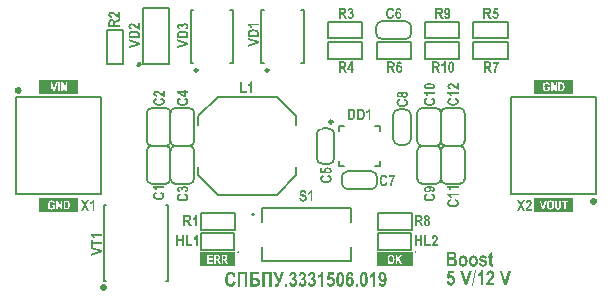
<source format=gto>
G04*
G04 #@! TF.GenerationSoftware,Altium Limited,Altium Designer,19.1.6 (110)*
G04*
G04 Layer_Color=65535*
%FSLAX43Y43*%
%MOMM*%
G71*
G01*
G75*
%ADD10C,0.600*%
%ADD11C,0.200*%
%ADD12C,0.250*%
%ADD13C,0.400*%
G36*
X34000Y2300D02*
X31000D01*
Y3500D01*
X34000D01*
Y2300D01*
D02*
G37*
G36*
X26836Y10678D02*
X26847D01*
X26860Y10676D01*
X26874Y10674D01*
X26891Y10671D01*
X26926Y10663D01*
X26965Y10650D01*
X26985Y10642D01*
X27005Y10633D01*
X27026Y10622D01*
X27046Y10609D01*
X27047Y10608D01*
X27050Y10606D01*
X27056Y10602D01*
X27063Y10597D01*
X27070Y10590D01*
X27078Y10581D01*
X27088Y10570D01*
X27098Y10559D01*
X27108Y10546D01*
X27118Y10530D01*
X27126Y10515D01*
X27133Y10497D01*
X27140Y10478D01*
X27146Y10457D01*
X27149Y10436D01*
X27150Y10412D01*
Y10402D01*
X27149Y10395D01*
Y10387D01*
X27146Y10375D01*
X27142Y10351D01*
X27133Y10325D01*
X27122Y10295D01*
X27105Y10267D01*
X27094Y10253D01*
X27082Y10239D01*
X27081Y10237D01*
X27080Y10236D01*
X27075Y10232D01*
X27070Y10227D01*
X27063Y10222D01*
X27054Y10216D01*
X27044Y10209D01*
X27033Y10202D01*
X27020Y10195D01*
X27005Y10188D01*
X26989Y10181D01*
X26972Y10174D01*
X26954Y10168D01*
X26933Y10162D01*
X26889Y10155D01*
X26869Y10305D01*
X26872D01*
X26879Y10306D01*
X26892Y10309D01*
X26906Y10312D01*
X26922Y10316D01*
X26937Y10323D01*
X26954Y10332D01*
X26968Y10343D01*
X26970Y10344D01*
X26974Y10349D01*
X26979Y10356D01*
X26985Y10364D01*
X26992Y10374D01*
X26998Y10387D01*
X27002Y10399D01*
X27003Y10413D01*
Y10415D01*
X27002Y10422D01*
X27001Y10430D01*
X26998Y10440D01*
X26992Y10453D01*
X26984Y10467D01*
X26974Y10480D01*
X26958Y10492D01*
X26955Y10494D01*
X26950Y10498D01*
X26939Y10504D01*
X26924Y10509D01*
X26905Y10515D01*
X26881Y10521D01*
X26851Y10525D01*
X26819Y10526D01*
X26817D01*
X26815D01*
X26810D01*
X26803D01*
X26788Y10525D01*
X26768Y10522D01*
X26747Y10518D01*
X26724Y10512D01*
X26705Y10504D01*
X26686Y10492D01*
X26685Y10491D01*
X26679Y10487D01*
X26672Y10480D01*
X26664Y10470D01*
X26657Y10458D01*
X26650Y10443D01*
X26644Y10427D01*
X26643Y10409D01*
Y10406D01*
X26644Y10398D01*
X26647Y10387D01*
X26651Y10371D01*
X26659Y10353D01*
X26672Y10333D01*
X26679Y10323D01*
X26689Y10313D01*
X26699Y10303D01*
X26712Y10294D01*
X26690Y10172D01*
X26194Y10248D01*
Y10645D01*
X26365D01*
Y10363D01*
X26528Y10337D01*
X26527Y10340D01*
X26523Y10346D01*
X26518Y10356D01*
X26511Y10370D01*
X26506Y10385D01*
X26502Y10402D01*
X26497Y10420D01*
X26496Y10440D01*
Y10449D01*
X26497Y10456D01*
X26499Y10464D01*
X26500Y10473D01*
X26504Y10495D01*
X26514Y10519D01*
X26527Y10546D01*
X26535Y10560D01*
X26545Y10573D01*
X26557Y10585D01*
X26569Y10598D01*
X26571Y10599D01*
X26573Y10602D01*
X26579Y10605D01*
X26586Y10611D01*
X26596Y10616D01*
X26607Y10623D01*
X26620Y10632D01*
X26634Y10639D01*
X26651Y10646D01*
X26669Y10654D01*
X26690Y10661D01*
X26712Y10667D01*
X26736Y10673D01*
X26760Y10677D01*
X26786Y10678D01*
X26815Y10680D01*
X26816D01*
X26820D01*
X26827D01*
X26836Y10678D01*
D02*
G37*
G36*
X26848Y10050D02*
X26857Y10047D01*
X26868Y10044D01*
X26881Y10040D01*
X26896Y10036D01*
X26913Y10030D01*
X26932Y10023D01*
X26970Y10006D01*
X27009Y9985D01*
X27046Y9961D01*
X27061Y9947D01*
X27077Y9931D01*
X27078Y9930D01*
X27080Y9927D01*
X27084Y9923D01*
X27088Y9916D01*
X27094Y9909D01*
X27099Y9899D01*
X27106Y9888D01*
X27113Y9875D01*
X27120Y9861D01*
X27127Y9845D01*
X27139Y9810D01*
X27147Y9771D01*
X27149Y9749D01*
X27150Y9727D01*
Y9720D01*
X27149Y9713D01*
Y9701D01*
X27146Y9689D01*
X27144Y9673D01*
X27140Y9656D01*
X27136Y9638D01*
X27129Y9618D01*
X27122Y9599D01*
X27112Y9579D01*
X27101Y9558D01*
X27087Y9537D01*
X27071Y9517D01*
X27054Y9497D01*
X27033Y9479D01*
X27032Y9477D01*
X27027Y9475D01*
X27019Y9469D01*
X27008Y9462D01*
X26995Y9453D01*
X26978Y9445D01*
X26958Y9435D01*
X26936Y9425D01*
X26912Y9414D01*
X26884Y9404D01*
X26854Y9396D01*
X26822Y9387D01*
X26786Y9380D01*
X26748Y9374D01*
X26709Y9372D01*
X26666Y9370D01*
X26665D01*
X26664D01*
X26655D01*
X26643Y9372D01*
X26627D01*
X26606Y9373D01*
X26582Y9376D01*
X26557Y9380D01*
X26528Y9384D01*
X26497Y9390D01*
X26466Y9397D01*
X26435Y9405D01*
X26403Y9417D01*
X26372Y9429D01*
X26342Y9443D01*
X26313Y9460D01*
X26286Y9480D01*
X26284Y9482D01*
X26280Y9484D01*
X26275Y9490D01*
X26268Y9497D01*
X26258Y9507D01*
X26248Y9518D01*
X26237Y9532D01*
X26225Y9548D01*
X26215Y9565D01*
X26204Y9584D01*
X26194Y9606D01*
X26184Y9628D01*
X26177Y9654D01*
X26172Y9679D01*
X26167Y9707D01*
X26166Y9737D01*
Y9749D01*
X26167Y9759D01*
X26169Y9771D01*
X26170Y9783D01*
X26173Y9797D01*
X26177Y9813D01*
X26189Y9848D01*
X26196Y9866D01*
X26204Y9885D01*
X26215Y9903D01*
X26228Y9921D01*
X26242Y9940D01*
X26258Y9957D01*
Y9958D01*
X26260Y9959D01*
X26265Y9962D01*
X26269Y9967D01*
X26276Y9972D01*
X26284Y9978D01*
X26294Y9985D01*
X26306Y9992D01*
X26318Y9999D01*
X26331Y10007D01*
X26346Y10014D01*
X26363Y10023D01*
X26383Y10030D01*
X26403Y10037D01*
X26424Y10044D01*
X26447Y10050D01*
X26492Y9893D01*
X26490D01*
X26489Y9892D01*
X26485D01*
X26479Y9890D01*
X26465Y9886D01*
X26448Y9881D01*
X26428Y9872D01*
X26409Y9861D01*
X26390Y9848D01*
X26373Y9833D01*
X26372Y9831D01*
X26366Y9826D01*
X26359Y9816D01*
X26352Y9803D01*
X26344Y9787D01*
X26338Y9771D01*
X26332Y9751D01*
X26331Y9728D01*
Y9720D01*
X26332Y9714D01*
X26335Y9699D01*
X26341Y9679D01*
X26349Y9656D01*
X26363Y9632D01*
X26372Y9621D01*
X26382Y9610D01*
X26393Y9599D01*
X26407Y9587D01*
X26409D01*
X26410Y9584D01*
X26416Y9583D01*
X26421Y9579D01*
X26430Y9575D01*
X26440Y9570D01*
X26452Y9566D01*
X26466Y9561D01*
X26482Y9555D01*
X26500Y9551D01*
X26521Y9546D01*
X26544Y9542D01*
X26568Y9539D01*
X26595Y9537D01*
X26624Y9534D01*
X26655D01*
X26657D01*
X26664D01*
X26672D01*
X26685Y9535D01*
X26699D01*
X26716Y9537D01*
X26734Y9538D01*
X26754Y9541D01*
X26796Y9546D01*
X26838Y9556D01*
X26858Y9562D01*
X26878Y9569D01*
X26895Y9577D01*
X26910Y9586D01*
X26912D01*
X26913Y9589D01*
X26922Y9596D01*
X26934Y9607D01*
X26947Y9624D01*
X26961Y9644D01*
X26974Y9666D01*
X26982Y9694D01*
X26984Y9709D01*
X26985Y9724D01*
Y9727D01*
X26984Y9734D01*
X26982Y9747D01*
X26979Y9761D01*
X26974Y9778D01*
X26965Y9796D01*
X26953Y9814D01*
X26937Y9831D01*
X26934Y9833D01*
X26927Y9838D01*
X26916Y9847D01*
X26899Y9857D01*
X26878Y9868D01*
X26851Y9878D01*
X26820Y9889D01*
X26782Y9897D01*
X26841Y10051D01*
X26843D01*
X26848Y10050D01*
D02*
G37*
G36*
X28725Y1841D02*
X28747Y1839D01*
X28773Y1833D01*
X28804Y1824D01*
X28836Y1809D01*
X28869Y1791D01*
X28899Y1765D01*
X28902Y1761D01*
X28912Y1750D01*
X28925Y1731D01*
X28941Y1707D01*
X28958Y1674D01*
X28975Y1633D01*
X28988Y1587D01*
X28999Y1531D01*
X28808Y1505D01*
Y1507D01*
Y1511D01*
X28806Y1518D01*
X28804Y1528D01*
X28799Y1550D01*
X28788Y1576D01*
X28775Y1600D01*
X28754Y1622D01*
X28741Y1631D01*
X28728Y1639D01*
X28712Y1642D01*
X28695Y1644D01*
X28693D01*
X28684Y1642D01*
X28673Y1641D01*
X28658Y1635D01*
X28641Y1628D01*
X28625Y1615D01*
X28606Y1598D01*
X28590Y1574D01*
X28588Y1570D01*
X28586Y1567D01*
X28582Y1559D01*
X28580Y1552D01*
X28575Y1541D01*
X28571Y1528D01*
X28567Y1513D01*
X28562Y1494D01*
X28558Y1474D01*
X28552Y1450D01*
X28549Y1424D01*
X28545Y1396D01*
X28541Y1365D01*
X28538Y1330D01*
X28536Y1291D01*
X28538Y1293D01*
X28543Y1300D01*
X28551Y1309D01*
X28560Y1320D01*
X28573Y1333D01*
X28586Y1346D01*
X28601Y1359D01*
X28617Y1370D01*
X28619Y1372D01*
X28625Y1374D01*
X28636Y1380D01*
X28647Y1385D01*
X28662Y1389D01*
X28680Y1394D01*
X28699Y1396D01*
X28719Y1398D01*
X28730D01*
X28740Y1396D01*
X28751Y1394D01*
X28762Y1392D01*
X28791Y1383D01*
X28823Y1370D01*
X28841Y1361D01*
X28858Y1350D01*
X28877Y1337D01*
X28893Y1322D01*
X28912Y1305D01*
X28928Y1285D01*
X28930Y1283D01*
X28932Y1280D01*
X28938Y1274D01*
X28943Y1265D01*
X28949Y1254D01*
X28958Y1241D01*
X28965Y1224D01*
X28975Y1205D01*
X28982Y1185D01*
X28991Y1163D01*
X28999Y1139D01*
X29004Y1113D01*
X29012Y1083D01*
X29015Y1054D01*
X29017Y1020D01*
X29019Y987D01*
Y985D01*
Y978D01*
Y968D01*
X29017Y956D01*
X29015Y939D01*
X29014Y918D01*
X29012Y898D01*
X29008Y874D01*
X28995Y826D01*
X28978Y774D01*
X28967Y748D01*
X28954Y724D01*
X28939Y700D01*
X28923Y678D01*
X28921Y676D01*
X28919Y672D01*
X28914Y667D01*
X28906Y661D01*
X28897Y652D01*
X28886Y643D01*
X28858Y622D01*
X28825Y602D01*
X28784Y583D01*
X28762Y578D01*
X28738Y572D01*
X28714Y568D01*
X28688Y567D01*
X28680D01*
X28673Y568D01*
X28662D01*
X28649Y570D01*
X28634Y574D01*
X28599Y585D01*
X28578Y593D01*
X28558Y602D01*
X28536Y613D01*
X28515Y628D01*
X28493Y644D01*
X28473Y663D01*
X28453Y685D01*
X28432Y711D01*
X28430Y713D01*
X28428Y718D01*
X28423Y728D01*
X28417Y739D01*
X28410Y756D01*
X28401Y776D01*
X28391Y798D01*
X28382Y826D01*
X28373Y857D01*
X28364Y894D01*
X28356Y933D01*
X28347Y978D01*
X28341Y1026D01*
X28336Y1078D01*
X28334Y1135D01*
X28332Y1196D01*
Y1198D01*
Y1200D01*
Y1211D01*
Y1230D01*
X28334Y1252D01*
X28336Y1281D01*
X28338Y1313D01*
X28341Y1348D01*
X28345Y1387D01*
X28358Y1468D01*
X28377Y1550D01*
X28388Y1589D01*
X28403Y1626D01*
X28417Y1661D01*
X28436Y1691D01*
X28438Y1692D01*
X28441Y1698D01*
X28447Y1705D01*
X28454Y1715D01*
X28465Y1726D01*
X28478Y1739D01*
X28493Y1752D01*
X28510Y1767D01*
X28528Y1781D01*
X28549Y1794D01*
X28595Y1818D01*
X28621Y1828D01*
X28647Y1837D01*
X28677Y1841D01*
X28706Y1842D01*
X28717D01*
X28725Y1841D01*
D02*
G37*
G36*
X18635Y1857D02*
X18650Y1855D01*
X18666Y1854D01*
X18685Y1850D01*
X18705Y1844D01*
X18752Y1829D01*
X18776Y1820D01*
X18800Y1809D01*
X18824Y1794D01*
X18848Y1778D01*
X18872Y1759D01*
X18894Y1739D01*
X18896D01*
X18898Y1735D01*
X18902Y1729D01*
X18907Y1724D01*
X18915Y1715D01*
X18922Y1704D01*
X18931Y1691D01*
X18941Y1676D01*
X18950Y1659D01*
X18961Y1642D01*
X18970Y1622D01*
X18981Y1600D01*
X18991Y1574D01*
X19000Y1548D01*
X19009Y1520D01*
X19016Y1491D01*
X18811Y1431D01*
Y1433D01*
X18809Y1435D01*
Y1441D01*
X18807Y1448D01*
X18802Y1467D01*
X18794Y1489D01*
X18783Y1515D01*
X18768Y1541D01*
X18752Y1565D01*
X18731Y1587D01*
X18729Y1589D01*
X18722Y1596D01*
X18709Y1605D01*
X18692Y1615D01*
X18672Y1626D01*
X18650Y1633D01*
X18624Y1641D01*
X18594Y1642D01*
X18583D01*
X18576Y1641D01*
X18555Y1637D01*
X18529Y1630D01*
X18500Y1618D01*
X18468Y1600D01*
X18454Y1589D01*
X18439Y1576D01*
X18424Y1561D01*
X18409Y1542D01*
Y1541D01*
X18405Y1539D01*
X18404Y1531D01*
X18398Y1524D01*
X18392Y1513D01*
X18387Y1500D01*
X18381Y1483D01*
X18374Y1465D01*
X18367Y1444D01*
X18361Y1420D01*
X18355Y1392D01*
X18350Y1363D01*
X18346Y1331D01*
X18342Y1296D01*
X18339Y1257D01*
Y1217D01*
Y1215D01*
Y1205D01*
Y1194D01*
X18341Y1178D01*
Y1159D01*
X18342Y1137D01*
X18344Y1113D01*
X18348Y1087D01*
X18355Y1031D01*
X18368Y976D01*
X18376Y950D01*
X18385Y924D01*
X18396Y902D01*
X18407Y881D01*
Y880D01*
X18411Y878D01*
X18420Y867D01*
X18435Y850D01*
X18457Y833D01*
X18483Y815D01*
X18513Y798D01*
X18550Y787D01*
X18568Y785D01*
X18589Y783D01*
X18592D01*
X18602Y785D01*
X18618Y787D01*
X18637Y791D01*
X18659Y798D01*
X18683Y809D01*
X18707Y826D01*
X18729Y846D01*
X18731Y850D01*
X18739Y859D01*
X18750Y874D01*
X18763Y896D01*
X18778Y924D01*
X18791Y959D01*
X18805Y1000D01*
X18816Y1050D01*
X19018Y972D01*
Y970D01*
X19016Y963D01*
X19013Y952D01*
X19009Y937D01*
X19003Y920D01*
X18998Y900D01*
X18991Y878D01*
X18981Y854D01*
X18959Y804D01*
X18931Y752D01*
X18900Y704D01*
X18881Y683D01*
X18861Y663D01*
X18859Y661D01*
X18855Y659D01*
X18850Y654D01*
X18841Y648D01*
X18831Y641D01*
X18818Y633D01*
X18804Y624D01*
X18787Y615D01*
X18768Y606D01*
X18748Y596D01*
X18702Y581D01*
X18650Y570D01*
X18622Y568D01*
X18592Y567D01*
X18583D01*
X18574Y568D01*
X18559D01*
X18542Y572D01*
X18522Y574D01*
X18500Y580D01*
X18476Y585D01*
X18450Y594D01*
X18424Y604D01*
X18398Y617D01*
X18370Y631D01*
X18342Y650D01*
X18317Y670D01*
X18291Y693D01*
X18267Y720D01*
X18265Y722D01*
X18261Y728D01*
X18254Y739D01*
X18244Y754D01*
X18233Y770D01*
X18222Y793D01*
X18209Y818D01*
X18196Y848D01*
X18181Y880D01*
X18168Y917D01*
X18157Y956D01*
X18146Y998D01*
X18137Y1044D01*
X18129Y1094D01*
X18126Y1146D01*
X18124Y1202D01*
Y1204D01*
Y1205D01*
Y1217D01*
X18126Y1233D01*
Y1254D01*
X18128Y1281D01*
X18131Y1313D01*
X18137Y1346D01*
X18142Y1383D01*
X18150Y1424D01*
X18159Y1465D01*
X18170Y1505D01*
X18185Y1548D01*
X18202Y1589D01*
X18220Y1628D01*
X18242Y1667D01*
X18268Y1702D01*
X18270Y1704D01*
X18274Y1709D01*
X18281Y1717D01*
X18291Y1726D01*
X18304Y1739D01*
X18318Y1752D01*
X18337Y1767D01*
X18357Y1781D01*
X18379Y1794D01*
X18405Y1809D01*
X18433Y1822D01*
X18463Y1835D01*
X18496Y1844D01*
X18529Y1852D01*
X18566Y1857D01*
X18605Y1859D01*
X18622D01*
X18635Y1857D01*
D02*
G37*
G36*
X22738Y887D02*
Y885D01*
X22735Y880D01*
X22733Y870D01*
X22727Y859D01*
X22722Y844D01*
X22714Y828D01*
X22699Y791D01*
X22679Y750D01*
X22659Y711D01*
X22636Y674D01*
X22625Y657D01*
X22614Y643D01*
X22612Y639D01*
X22603Y631D01*
X22590Y620D01*
X22573Y607D01*
X22553Y594D01*
X22529Y583D01*
X22501Y576D01*
X22470Y572D01*
X22442D01*
X22422Y574D01*
X22399Y576D01*
X22375Y578D01*
X22327Y587D01*
Y774D01*
X22355D01*
X22381Y772D01*
X22416D01*
X22429Y774D01*
X22446Y776D01*
X22462Y780D01*
X22479Y785D01*
X22496Y793D01*
X22509Y802D01*
X22511Y804D01*
X22514Y809D01*
X22520Y817D01*
X22529Y831D01*
X22538Y850D01*
X22548Y872D01*
X22559Y902D01*
X22570Y939D01*
X22192Y1839D01*
X22424D01*
X22662Y1189D01*
X22870Y1839D01*
X23085D01*
X22738Y887D01*
D02*
G37*
G36*
X25488Y1841D02*
X25499Y1839D01*
X25512Y1837D01*
X25545Y1829D01*
X25581Y1818D01*
X25618Y1800D01*
X25636Y1789D01*
X25655Y1776D01*
X25671Y1761D01*
X25688Y1742D01*
X25690Y1741D01*
X25692Y1739D01*
X25695Y1733D01*
X25701Y1726D01*
X25706Y1717D01*
X25714Y1705D01*
X25731Y1678D01*
X25745Y1644D01*
X25758Y1607D01*
X25768Y1567D01*
X25771Y1544D01*
Y1522D01*
Y1518D01*
Y1509D01*
X25769Y1492D01*
X25766Y1474D01*
X25762Y1450D01*
X25755Y1426D01*
X25745Y1400D01*
X25732Y1374D01*
X25731Y1370D01*
X25725Y1363D01*
X25718Y1352D01*
X25705Y1335D01*
X25690Y1318D01*
X25669Y1298D01*
X25647Y1278D01*
X25621Y1259D01*
X25623D01*
X25625Y1257D01*
X25636Y1254D01*
X25651Y1248D01*
X25671Y1239D01*
X25694Y1224D01*
X25716Y1207D01*
X25738Y1185D01*
X25760Y1157D01*
X25762Y1154D01*
X25769Y1143D01*
X25779Y1126D01*
X25788Y1104D01*
X25799Y1076D01*
X25806Y1043D01*
X25814Y1004D01*
X25816Y961D01*
Y959D01*
Y954D01*
Y944D01*
X25814Y933D01*
X25812Y918D01*
X25810Y902D01*
X25806Y883D01*
X25803Y861D01*
X25790Y817D01*
X25771Y770D01*
X25760Y746D01*
X25747Y722D01*
X25731Y700D01*
X25712Y678D01*
X25710Y676D01*
X25708Y672D01*
X25701Y667D01*
X25694Y661D01*
X25684Y652D01*
X25673Y643D01*
X25644Y622D01*
X25608Y602D01*
X25568Y583D01*
X25544Y578D01*
X25519Y572D01*
X25495Y568D01*
X25469Y567D01*
X25457D01*
X25447Y568D01*
X25436Y570D01*
X25421Y572D01*
X25390Y578D01*
X25355Y589D01*
X25316Y607D01*
X25295Y617D01*
X25277Y630D01*
X25258Y644D01*
X25240Y661D01*
X25238Y663D01*
X25236Y665D01*
X25231Y670D01*
X25225Y678D01*
X25218Y689D01*
X25210Y700D01*
X25201Y713D01*
X25192Y730D01*
X25182Y746D01*
X25173Y767D01*
X25164Y787D01*
X25155Y811D01*
X25142Y861D01*
X25132Y920D01*
X25323Y948D01*
Y946D01*
Y944D01*
X25325Y933D01*
X25327Y918D01*
X25332Y898D01*
X25338Y876D01*
X25347Y854D01*
X25358Y831D01*
X25371Y813D01*
X25373Y811D01*
X25379Y806D01*
X25388Y798D01*
X25399Y791D01*
X25412Y781D01*
X25429Y774D01*
X25447Y768D01*
X25468Y767D01*
X25479D01*
X25490Y770D01*
X25503Y774D01*
X25519Y780D01*
X25538Y789D01*
X25555Y802D01*
X25571Y820D01*
X25573Y822D01*
X25579Y831D01*
X25584Y843D01*
X25594Y861D01*
X25601Y881D01*
X25607Y909D01*
X25612Y939D01*
X25614Y974D01*
Y976D01*
Y978D01*
Y989D01*
X25612Y1005D01*
X25608Y1026D01*
X25605Y1048D01*
X25597Y1072D01*
X25586Y1096D01*
X25573Y1117D01*
X25571Y1118D01*
X25566Y1126D01*
X25557Y1133D01*
X25545Y1144D01*
X25531Y1154D01*
X25514Y1163D01*
X25495Y1168D01*
X25475Y1170D01*
X25460D01*
X25451Y1168D01*
X25438Y1167D01*
X25421Y1163D01*
X25405Y1157D01*
X25386Y1152D01*
X25407Y1348D01*
X25419D01*
X25434Y1350D01*
X25451Y1352D01*
X25471Y1357D01*
X25492Y1363D01*
X25510Y1374D01*
X25529Y1387D01*
X25531Y1389D01*
X25536Y1394D01*
X25544Y1405D01*
X25551Y1418D01*
X25558Y1435D01*
X25566Y1455D01*
X25571Y1480D01*
X25573Y1507D01*
Y1511D01*
Y1518D01*
X25571Y1530D01*
X25569Y1544D01*
X25566Y1559D01*
X25558Y1576D01*
X25551Y1592D01*
X25540Y1607D01*
X25538Y1609D01*
X25534Y1613D01*
X25527Y1618D01*
X25518Y1626D01*
X25507Y1633D01*
X25492Y1639D01*
X25475Y1642D01*
X25457Y1644D01*
X25449D01*
X25438Y1642D01*
X25427Y1639D01*
X25414Y1633D01*
X25399Y1626D01*
X25384Y1617D01*
X25369Y1602D01*
X25368Y1600D01*
X25364Y1594D01*
X25358Y1583D01*
X25351Y1570D01*
X25344Y1554D01*
X25336Y1531D01*
X25331Y1507D01*
X25327Y1478D01*
X25145Y1515D01*
Y1517D01*
X25147Y1522D01*
X25149Y1531D01*
X25151Y1542D01*
X25155Y1557D01*
X25158Y1572D01*
X25170Y1609D01*
X25184Y1650D01*
X25203Y1691D01*
X25227Y1729D01*
X25240Y1748D01*
X25255Y1763D01*
X25257Y1765D01*
X25258Y1767D01*
X25270Y1776D01*
X25288Y1789D01*
X25312Y1804D01*
X25342Y1817D01*
X25379Y1829D01*
X25419Y1839D01*
X25442Y1842D01*
X25477D01*
X25488Y1841D01*
D02*
G37*
G36*
X24690Y1841D02*
X24701Y1839D01*
X24714Y1837D01*
X24747Y1829D01*
X24783Y1818D01*
X24820Y1800D01*
X24838Y1789D01*
X24857Y1776D01*
X24873Y1761D01*
X24890Y1742D01*
X24892Y1741D01*
X24894Y1739D01*
X24897Y1733D01*
X24903Y1726D01*
X24908Y1717D01*
X24916Y1705D01*
X24933Y1678D01*
X24947Y1644D01*
X24960Y1607D01*
X24970Y1567D01*
X24973Y1544D01*
Y1522D01*
Y1518D01*
Y1509D01*
X24971Y1492D01*
X24968Y1474D01*
X24964Y1450D01*
X24957Y1426D01*
X24947Y1400D01*
X24934Y1374D01*
X24933Y1370D01*
X24927Y1363D01*
X24920Y1352D01*
X24907Y1335D01*
X24892Y1318D01*
X24871Y1298D01*
X24849Y1278D01*
X24823Y1259D01*
X24825D01*
X24827Y1257D01*
X24838Y1254D01*
X24853Y1248D01*
X24873Y1239D01*
X24895Y1224D01*
X24918Y1207D01*
X24940Y1185D01*
X24962Y1157D01*
X24964Y1154D01*
X24971Y1143D01*
X24981Y1126D01*
X24990Y1104D01*
X25001Y1076D01*
X25008Y1043D01*
X25016Y1004D01*
X25018Y961D01*
Y959D01*
Y954D01*
Y944D01*
X25016Y933D01*
X25014Y918D01*
X25012Y902D01*
X25008Y883D01*
X25005Y861D01*
X24992Y817D01*
X24973Y770D01*
X24962Y746D01*
X24949Y722D01*
X24933Y700D01*
X24914Y678D01*
X24912Y676D01*
X24910Y672D01*
X24903Y667D01*
X24895Y661D01*
X24886Y652D01*
X24875Y643D01*
X24845Y622D01*
X24810Y602D01*
X24770Y583D01*
X24745Y578D01*
X24721Y572D01*
X24697Y568D01*
X24671Y567D01*
X24658D01*
X24649Y568D01*
X24638Y570D01*
X24623Y572D01*
X24592Y578D01*
X24557Y589D01*
X24518Y607D01*
X24497Y617D01*
X24479Y630D01*
X24460Y644D01*
X24442Y661D01*
X24440Y663D01*
X24438Y665D01*
X24433Y670D01*
X24427Y678D01*
X24420Y689D01*
X24412Y700D01*
X24403Y713D01*
X24394Y730D01*
X24384Y746D01*
X24375Y767D01*
X24366Y787D01*
X24357Y811D01*
X24344Y861D01*
X24334Y920D01*
X24525Y948D01*
Y946D01*
Y944D01*
X24527Y933D01*
X24529Y918D01*
X24534Y898D01*
X24540Y876D01*
X24549Y854D01*
X24560Y831D01*
X24573Y813D01*
X24575Y811D01*
X24581Y806D01*
X24590Y798D01*
X24601Y791D01*
X24614Y781D01*
X24631Y774D01*
X24649Y768D01*
X24670Y767D01*
X24681D01*
X24692Y770D01*
X24705Y774D01*
X24721Y780D01*
X24740Y789D01*
X24757Y802D01*
X24773Y820D01*
X24775Y822D01*
X24781Y831D01*
X24786Y843D01*
X24795Y861D01*
X24803Y881D01*
X24808Y909D01*
X24814Y939D01*
X24816Y974D01*
Y976D01*
Y978D01*
Y989D01*
X24814Y1005D01*
X24810Y1026D01*
X24807Y1048D01*
X24799Y1072D01*
X24788Y1096D01*
X24775Y1117D01*
X24773Y1118D01*
X24768Y1126D01*
X24758Y1133D01*
X24747Y1144D01*
X24733Y1154D01*
X24716Y1163D01*
X24697Y1168D01*
X24677Y1170D01*
X24662D01*
X24653Y1168D01*
X24640Y1167D01*
X24623Y1163D01*
X24607Y1157D01*
X24588Y1152D01*
X24608Y1348D01*
X24621D01*
X24636Y1350D01*
X24653Y1352D01*
X24673Y1357D01*
X24694Y1363D01*
X24712Y1374D01*
X24731Y1387D01*
X24733Y1389D01*
X24738Y1394D01*
X24745Y1405D01*
X24753Y1418D01*
X24760Y1435D01*
X24768Y1455D01*
X24773Y1480D01*
X24775Y1507D01*
Y1511D01*
Y1518D01*
X24773Y1530D01*
X24771Y1544D01*
X24768Y1559D01*
X24760Y1576D01*
X24753Y1592D01*
X24742Y1607D01*
X24740Y1609D01*
X24736Y1613D01*
X24729Y1618D01*
X24720Y1626D01*
X24708Y1633D01*
X24694Y1639D01*
X24677Y1642D01*
X24658Y1644D01*
X24651D01*
X24640Y1642D01*
X24629Y1639D01*
X24616Y1633D01*
X24601Y1626D01*
X24586Y1617D01*
X24571Y1602D01*
X24570Y1600D01*
X24566Y1594D01*
X24560Y1583D01*
X24553Y1570D01*
X24545Y1554D01*
X24538Y1531D01*
X24533Y1507D01*
X24529Y1478D01*
X24347Y1515D01*
Y1517D01*
X24349Y1522D01*
X24351Y1531D01*
X24353Y1542D01*
X24357Y1557D01*
X24360Y1572D01*
X24371Y1609D01*
X24386Y1650D01*
X24405Y1691D01*
X24429Y1729D01*
X24442Y1748D01*
X24457Y1763D01*
X24458Y1765D01*
X24460Y1767D01*
X24471Y1776D01*
X24490Y1789D01*
X24514Y1804D01*
X24544Y1817D01*
X24581Y1829D01*
X24621Y1839D01*
X24644Y1842D01*
X24679D01*
X24690Y1841D01*
D02*
G37*
G36*
X23892D02*
X23903Y1839D01*
X23916Y1837D01*
X23949Y1829D01*
X23984Y1818D01*
X24021Y1800D01*
X24040Y1789D01*
X24059Y1776D01*
X24075Y1761D01*
X24092Y1742D01*
X24094Y1741D01*
X24096Y1739D01*
X24099Y1733D01*
X24105Y1726D01*
X24110Y1717D01*
X24118Y1705D01*
X24134Y1678D01*
X24149Y1644D01*
X24162Y1607D01*
X24171Y1567D01*
X24175Y1544D01*
Y1522D01*
Y1518D01*
Y1509D01*
X24173Y1492D01*
X24170Y1474D01*
X24166Y1450D01*
X24159Y1426D01*
X24149Y1400D01*
X24136Y1374D01*
X24134Y1370D01*
X24129Y1363D01*
X24121Y1352D01*
X24109Y1335D01*
X24094Y1318D01*
X24073Y1298D01*
X24051Y1278D01*
X24025Y1259D01*
X24027D01*
X24029Y1257D01*
X24040Y1254D01*
X24055Y1248D01*
X24075Y1239D01*
X24097Y1224D01*
X24120Y1207D01*
X24142Y1185D01*
X24164Y1157D01*
X24166Y1154D01*
X24173Y1143D01*
X24183Y1126D01*
X24192Y1104D01*
X24203Y1076D01*
X24210Y1043D01*
X24218Y1004D01*
X24220Y961D01*
Y959D01*
Y954D01*
Y944D01*
X24218Y933D01*
X24216Y918D01*
X24214Y902D01*
X24210Y883D01*
X24207Y861D01*
X24194Y817D01*
X24175Y770D01*
X24164Y746D01*
X24151Y722D01*
X24134Y700D01*
X24116Y678D01*
X24114Y676D01*
X24112Y672D01*
X24105Y667D01*
X24097Y661D01*
X24088Y652D01*
X24077Y643D01*
X24047Y622D01*
X24012Y602D01*
X23971Y583D01*
X23947Y578D01*
X23923Y572D01*
X23899Y568D01*
X23873Y567D01*
X23860D01*
X23851Y568D01*
X23840Y570D01*
X23825Y572D01*
X23794Y578D01*
X23759Y589D01*
X23720Y607D01*
X23699Y617D01*
X23681Y630D01*
X23662Y644D01*
X23644Y661D01*
X23642Y663D01*
X23640Y665D01*
X23634Y670D01*
X23629Y678D01*
X23622Y689D01*
X23614Y700D01*
X23605Y713D01*
X23596Y730D01*
X23586Y746D01*
X23577Y767D01*
X23568Y787D01*
X23559Y811D01*
X23546Y861D01*
X23536Y920D01*
X23727Y948D01*
Y946D01*
Y944D01*
X23729Y933D01*
X23731Y918D01*
X23736Y898D01*
X23742Y876D01*
X23751Y854D01*
X23762Y831D01*
X23775Y813D01*
X23777Y811D01*
X23783Y806D01*
X23792Y798D01*
X23803Y791D01*
X23816Y781D01*
X23833Y774D01*
X23851Y768D01*
X23872Y767D01*
X23883D01*
X23894Y770D01*
X23907Y774D01*
X23923Y780D01*
X23942Y789D01*
X23959Y802D01*
X23975Y820D01*
X23977Y822D01*
X23983Y831D01*
X23988Y843D01*
X23997Y861D01*
X24005Y881D01*
X24010Y909D01*
X24016Y939D01*
X24018Y974D01*
Y976D01*
Y978D01*
Y989D01*
X24016Y1005D01*
X24012Y1026D01*
X24009Y1048D01*
X24001Y1072D01*
X23990Y1096D01*
X23977Y1117D01*
X23975Y1118D01*
X23970Y1126D01*
X23960Y1133D01*
X23949Y1144D01*
X23934Y1154D01*
X23918Y1163D01*
X23899Y1168D01*
X23879Y1170D01*
X23864D01*
X23855Y1168D01*
X23842Y1167D01*
X23825Y1163D01*
X23809Y1157D01*
X23790Y1152D01*
X23810Y1348D01*
X23823D01*
X23838Y1350D01*
X23855Y1352D01*
X23875Y1357D01*
X23896Y1363D01*
X23914Y1374D01*
X23933Y1387D01*
X23934Y1389D01*
X23940Y1394D01*
X23947Y1405D01*
X23955Y1418D01*
X23962Y1435D01*
X23970Y1455D01*
X23975Y1480D01*
X23977Y1507D01*
Y1511D01*
Y1518D01*
X23975Y1530D01*
X23973Y1544D01*
X23970Y1559D01*
X23962Y1576D01*
X23955Y1592D01*
X23944Y1607D01*
X23942Y1609D01*
X23938Y1613D01*
X23931Y1618D01*
X23921Y1626D01*
X23910Y1633D01*
X23896Y1639D01*
X23879Y1642D01*
X23860Y1644D01*
X23853D01*
X23842Y1642D01*
X23831Y1639D01*
X23818Y1633D01*
X23803Y1626D01*
X23788Y1617D01*
X23773Y1602D01*
X23772Y1600D01*
X23768Y1594D01*
X23762Y1583D01*
X23755Y1570D01*
X23747Y1554D01*
X23740Y1531D01*
X23734Y1507D01*
X23731Y1478D01*
X23549Y1515D01*
Y1517D01*
X23551Y1522D01*
X23553Y1531D01*
X23555Y1542D01*
X23559Y1557D01*
X23562Y1572D01*
X23573Y1609D01*
X23588Y1650D01*
X23607Y1691D01*
X23631Y1729D01*
X23644Y1748D01*
X23659Y1763D01*
X23660Y1765D01*
X23662Y1767D01*
X23673Y1776D01*
X23692Y1789D01*
X23716Y1804D01*
X23746Y1817D01*
X23783Y1829D01*
X23823Y1839D01*
X23846Y1842D01*
X23881D01*
X23892Y1841D01*
D02*
G37*
G36*
X31461Y1841D02*
X31474Y1839D01*
X31491Y1835D01*
X31526Y1824D01*
X31547Y1817D01*
X31567Y1807D01*
X31587Y1794D01*
X31610Y1781D01*
X31632Y1765D01*
X31652Y1744D01*
X31673Y1722D01*
X31693Y1696D01*
X31695Y1694D01*
X31697Y1689D01*
X31702Y1681D01*
X31710Y1668D01*
X31717Y1652D01*
X31724Y1631D01*
X31734Y1609D01*
X31745Y1581D01*
X31754Y1550D01*
X31763Y1513D01*
X31771Y1474D01*
X31778Y1430D01*
X31785Y1381D01*
X31791Y1330D01*
X31793Y1272D01*
X31795Y1211D01*
Y1209D01*
Y1207D01*
Y1196D01*
Y1178D01*
X31793Y1155D01*
X31791Y1126D01*
X31789Y1094D01*
X31785Y1059D01*
X31782Y1020D01*
X31769Y939D01*
X31761Y898D01*
X31750Y857D01*
X31737Y818D01*
X31724Y781D01*
X31708Y746D01*
X31689Y717D01*
X31687Y715D01*
X31684Y711D01*
X31678Y704D01*
X31671Y693D01*
X31660Y681D01*
X31647Y668D01*
X31632Y656D01*
X31615Y643D01*
X31597Y628D01*
X31576Y615D01*
X31530Y591D01*
X31504Y581D01*
X31476Y574D01*
X31448Y568D01*
X31417Y567D01*
X31406D01*
X31399Y568D01*
X31376Y570D01*
X31348Y576D01*
X31319Y585D01*
X31287Y598D01*
X31254Y617D01*
X31224Y643D01*
X31221Y646D01*
X31211Y657D01*
X31199Y676D01*
X31191Y687D01*
X31184Y700D01*
X31176Y717D01*
X31167Y733D01*
X31160Y752D01*
X31152Y774D01*
X31145Y796D01*
X31137Y822D01*
X31132Y848D01*
X31128Y878D01*
X31319Y904D01*
Y902D01*
Y898D01*
X31321Y891D01*
X31323Y881D01*
X31328Y859D01*
X31337Y835D01*
X31352Y809D01*
X31371Y787D01*
X31384Y778D01*
X31397Y770D01*
X31413Y767D01*
X31430Y765D01*
X31434D01*
X31441Y767D01*
X31452Y768D01*
X31467Y774D01*
X31484Y781D01*
X31502Y794D01*
X31519Y811D01*
X31536Y833D01*
X31537Y837D01*
X31539Y841D01*
X31543Y848D01*
X31547Y856D01*
X31550Y867D01*
X31554Y880D01*
X31558Y894D01*
X31563Y913D01*
X31567Y933D01*
X31573Y956D01*
X31576Y981D01*
X31582Y1011D01*
X31586Y1043D01*
X31589Y1078D01*
X31591Y1115D01*
X31589Y1113D01*
X31586Y1105D01*
X31576Y1096D01*
X31567Y1085D01*
X31554Y1072D01*
X31541Y1061D01*
X31524Y1048D01*
X31508Y1037D01*
X31506Y1035D01*
X31500Y1033D01*
X31489Y1030D01*
X31478Y1024D01*
X31461Y1018D01*
X31445Y1015D01*
X31424Y1013D01*
X31404Y1011D01*
X31393D01*
X31384Y1013D01*
X31374Y1015D01*
X31363Y1017D01*
X31334Y1026D01*
X31302Y1039D01*
X31286Y1048D01*
X31267Y1057D01*
X31250Y1070D01*
X31232Y1085D01*
X31213Y1102D01*
X31197Y1122D01*
X31195Y1124D01*
X31193Y1128D01*
X31189Y1133D01*
X31184Y1143D01*
X31176Y1154D01*
X31169Y1167D01*
X31161Y1183D01*
X31152Y1202D01*
X31145Y1220D01*
X31136Y1243D01*
X31128Y1268D01*
X31123Y1294D01*
X31115Y1322D01*
X31111Y1352D01*
X31110Y1385D01*
X31108Y1418D01*
Y1420D01*
Y1428D01*
Y1437D01*
X31110Y1452D01*
X31111Y1467D01*
X31113Y1487D01*
X31115Y1507D01*
X31119Y1531D01*
X31130Y1580D01*
X31149Y1631D01*
X31158Y1657D01*
X31171Y1681D01*
X31186Y1705D01*
X31202Y1728D01*
X31204Y1729D01*
X31206Y1733D01*
X31211Y1739D01*
X31219Y1746D01*
X31228Y1754D01*
X31239Y1765D01*
X31267Y1785D01*
X31300Y1805D01*
X31341Y1824D01*
X31363Y1831D01*
X31386Y1837D01*
X31410Y1841D01*
X31436Y1842D01*
X31450D01*
X31461Y1841D01*
D02*
G37*
G36*
X27382Y1598D02*
X27012D01*
X26979Y1383D01*
X26982Y1385D01*
X26990Y1391D01*
X27003Y1396D01*
X27021Y1405D01*
X27042Y1413D01*
X27064Y1418D01*
X27088Y1424D01*
X27114Y1426D01*
X27125D01*
X27134Y1424D01*
X27145Y1422D01*
X27156Y1420D01*
X27186Y1415D01*
X27217Y1402D01*
X27253Y1385D01*
X27271Y1374D01*
X27288Y1361D01*
X27304Y1346D01*
X27321Y1330D01*
X27323Y1328D01*
X27327Y1324D01*
X27330Y1317D01*
X27338Y1307D01*
X27345Y1294D01*
X27354Y1280D01*
X27366Y1263D01*
X27375Y1244D01*
X27384Y1222D01*
X27395Y1198D01*
X27404Y1170D01*
X27412Y1143D01*
X27419Y1111D01*
X27425Y1080D01*
X27427Y1044D01*
X27429Y1007D01*
Y1005D01*
Y1000D01*
Y991D01*
X27427Y980D01*
Y965D01*
X27423Y948D01*
X27421Y930D01*
X27417Y907D01*
X27406Y861D01*
X27390Y809D01*
X27379Y783D01*
X27367Y757D01*
X27353Y730D01*
X27336Y704D01*
X27334Y702D01*
X27332Y698D01*
X27327Y691D01*
X27319Y681D01*
X27310Y672D01*
X27299Y661D01*
X27284Y648D01*
X27269Y635D01*
X27253Y622D01*
X27232Y609D01*
X27212Y598D01*
X27188Y589D01*
X27164Y580D01*
X27136Y572D01*
X27108Y568D01*
X27077Y567D01*
X27064D01*
X27055Y568D01*
X27043D01*
X27029Y572D01*
X26997Y578D01*
X26962Y589D01*
X26923Y604D01*
X26886Y626D01*
X26867Y641D01*
X26849Y656D01*
X26847Y657D01*
X26845Y659D01*
X26840Y665D01*
X26834Y672D01*
X26827Y681D01*
X26819Y693D01*
X26810Y706D01*
X26801Y720D01*
X26792Y737D01*
X26782Y757D01*
X26773Y778D01*
X26764Y800D01*
X26756Y824D01*
X26749Y852D01*
X26740Y909D01*
X26936Y935D01*
Y931D01*
X26938Y922D01*
X26942Y905D01*
X26945Y887D01*
X26951Y867D01*
X26960Y846D01*
X26971Y824D01*
X26986Y806D01*
X26988Y804D01*
X26993Y798D01*
X27003Y791D01*
X27014Y783D01*
X27027Y774D01*
X27043Y767D01*
X27060Y761D01*
X27079Y759D01*
X27080D01*
X27090Y761D01*
X27101Y763D01*
X27114Y767D01*
X27130Y774D01*
X27149Y785D01*
X27166Y798D01*
X27182Y818D01*
X27184Y822D01*
X27190Y830D01*
X27197Y844D01*
X27204Y863D01*
X27212Y889D01*
X27219Y920D01*
X27225Y959D01*
X27227Y1002D01*
Y1004D01*
Y1007D01*
Y1013D01*
Y1022D01*
X27225Y1043D01*
X27221Y1068D01*
X27216Y1096D01*
X27208Y1126D01*
X27197Y1152D01*
X27182Y1176D01*
X27180Y1178D01*
X27175Y1185D01*
X27166Y1194D01*
X27153Y1205D01*
X27138Y1215D01*
X27117Y1224D01*
X27097Y1231D01*
X27073Y1233D01*
X27069D01*
X27058Y1231D01*
X27043Y1228D01*
X27023Y1222D01*
X26999Y1211D01*
X26973Y1194D01*
X26960Y1185D01*
X26947Y1172D01*
X26934Y1159D01*
X26921Y1143D01*
X26762Y1170D01*
X26862Y1822D01*
X27382D01*
Y1598D01*
D02*
G37*
G36*
X30832Y587D02*
X30634D01*
Y1492D01*
X30632Y1491D01*
X30628Y1487D01*
X30623Y1481D01*
X30613Y1472D01*
X30604Y1463D01*
X30591Y1450D01*
X30576Y1437D01*
X30560Y1424D01*
X30523Y1394D01*
X30480Y1363D01*
X30430Y1335D01*
X30378Y1311D01*
Y1530D01*
X30380D01*
X30382Y1531D01*
X30393Y1535D01*
X30408Y1544D01*
X30430Y1555D01*
X30456Y1572D01*
X30484Y1592D01*
X30515Y1617D01*
X30549Y1646D01*
X30550Y1648D01*
X30552Y1650D01*
X30563Y1661D01*
X30578Y1679D01*
X30597Y1704D01*
X30617Y1731D01*
X30637Y1765D01*
X30656Y1802D01*
X30671Y1842D01*
X30832D01*
Y587D01*
D02*
G37*
G36*
X29367D02*
X29171D01*
Y828D01*
X29367D01*
Y587D01*
D02*
G37*
G36*
X26443D02*
X26245D01*
Y1492D01*
X26243Y1491D01*
X26240Y1487D01*
X26234Y1481D01*
X26225Y1472D01*
X26216Y1463D01*
X26203Y1450D01*
X26188Y1437D01*
X26171Y1424D01*
X26134Y1394D01*
X26092Y1363D01*
X26042Y1335D01*
X25990Y1311D01*
Y1530D01*
X25992D01*
X25993Y1531D01*
X26005Y1535D01*
X26019Y1544D01*
X26042Y1555D01*
X26068Y1572D01*
X26095Y1592D01*
X26127Y1617D01*
X26160Y1646D01*
X26162Y1648D01*
X26164Y1650D01*
X26175Y1661D01*
X26190Y1679D01*
X26208Y1704D01*
X26229Y1731D01*
X26249Y1765D01*
X26268Y1802D01*
X26282Y1842D01*
X26443D01*
Y587D01*
D02*
G37*
G36*
X23383Y587D02*
X23186D01*
Y828D01*
X23383D01*
Y587D01*
D02*
G37*
G36*
X22085D02*
X21877D01*
Y1628D01*
X21472D01*
Y587D01*
X21264D01*
Y1839D01*
X22085D01*
Y587D01*
D02*
G37*
G36*
X21005Y1628D02*
X20444D01*
Y1341D01*
X20753D01*
X20764Y1339D01*
X20777Y1337D01*
X20794Y1335D01*
X20831Y1328D01*
X20874Y1315D01*
X20916Y1296D01*
X20938Y1285D01*
X20959Y1272D01*
X20979Y1255D01*
X20998Y1237D01*
X21000Y1235D01*
X21001Y1231D01*
X21007Y1226D01*
X21013Y1218D01*
X21020Y1207D01*
X21027Y1194D01*
X21037Y1180D01*
X21046Y1163D01*
X21055Y1144D01*
X21064Y1124D01*
X21072Y1102D01*
X21079Y1078D01*
X21090Y1022D01*
X21092Y993D01*
X21094Y961D01*
Y959D01*
Y954D01*
Y946D01*
X21092Y937D01*
Y924D01*
X21090Y909D01*
X21087Y891D01*
X21085Y872D01*
X21074Y831D01*
X21059Y789D01*
X21040Y744D01*
X21027Y722D01*
X21013Y700D01*
Y698D01*
X21009Y694D01*
X21003Y689D01*
X20998Y683D01*
X20988Y674D01*
X20977Y665D01*
X20963Y654D01*
X20948Y644D01*
X20929Y633D01*
X20909Y622D01*
X20887Y613D01*
X20863Y606D01*
X20835Y598D01*
X20805Y593D01*
X20772Y589D01*
X20737Y587D01*
X20237D01*
Y1839D01*
X21005D01*
Y1628D01*
D02*
G37*
G36*
X20018Y587D02*
X19811D01*
Y1628D01*
X19405D01*
Y587D01*
X19198D01*
Y1839D01*
X20018D01*
Y587D01*
D02*
G37*
G36*
X29884Y1841D02*
X29897Y1839D01*
X29912Y1835D01*
X29947Y1824D01*
X29965Y1817D01*
X29986Y1807D01*
X30004Y1796D01*
X30025Y1783D01*
X30045Y1767D01*
X30065Y1746D01*
X30084Y1726D01*
X30102Y1700D01*
X30104Y1698D01*
X30106Y1692D01*
X30112Y1685D01*
X30117Y1672D01*
X30125Y1655D01*
X30132Y1637D01*
X30139Y1613D01*
X30149Y1585D01*
X30158Y1552D01*
X30165Y1517D01*
X30173Y1476D01*
X30180Y1430D01*
X30186Y1381D01*
X30191Y1326D01*
X30193Y1268D01*
X30195Y1204D01*
Y1202D01*
Y1200D01*
Y1194D01*
Y1189D01*
Y1170D01*
X30193Y1146D01*
Y1117D01*
X30189Y1085D01*
X30188Y1048D01*
X30184Y1009D01*
X30173Y928D01*
X30156Y844D01*
X30145Y806D01*
X30134Y770D01*
X30119Y737D01*
X30102Y707D01*
X30100Y706D01*
X30099Y702D01*
X30093Y694D01*
X30086Y685D01*
X30076Y674D01*
X30065Y663D01*
X30038Y637D01*
X30002Y611D01*
X29962Y589D01*
X29939Y580D01*
X29915Y572D01*
X29889Y568D01*
X29862Y567D01*
X29854D01*
X29847Y568D01*
X29838D01*
X29825Y570D01*
X29810Y574D01*
X29775Y583D01*
X29756Y591D01*
X29736Y600D01*
X29717Y611D01*
X29697Y626D01*
X29676Y641D01*
X29656Y659D01*
X29638Y681D01*
X29619Y706D01*
X29617Y707D01*
X29615Y713D01*
X29612Y720D01*
X29604Y733D01*
X29599Y750D01*
X29591Y768D01*
X29582Y793D01*
X29575Y820D01*
X29565Y854D01*
X29558Y889D01*
X29549Y930D01*
X29543Y976D01*
X29538Y1026D01*
X29532Y1081D01*
X29530Y1141D01*
X29528Y1205D01*
Y1207D01*
Y1209D01*
Y1215D01*
Y1220D01*
Y1239D01*
X29530Y1263D01*
X29532Y1291D01*
X29534Y1324D01*
X29536Y1361D01*
X29539Y1400D01*
X29551Y1481D01*
X29567Y1563D01*
X29576Y1602D01*
X29589Y1637D01*
X29602Y1670D01*
X29619Y1700D01*
X29621Y1702D01*
X29623Y1705D01*
X29628Y1713D01*
X29636Y1722D01*
X29645Y1733D01*
X29656Y1744D01*
X29684Y1772D01*
X29719Y1798D01*
X29760Y1820D01*
X29782Y1829D01*
X29806Y1837D01*
X29832Y1841D01*
X29860Y1842D01*
X29875D01*
X29884Y1841D01*
D02*
G37*
G36*
X27890D02*
X27903Y1839D01*
X27917Y1835D01*
X27953Y1824D01*
X27971Y1817D01*
X27991Y1807D01*
X28010Y1796D01*
X28030Y1783D01*
X28051Y1767D01*
X28071Y1746D01*
X28090Y1726D01*
X28108Y1700D01*
X28110Y1698D01*
X28112Y1692D01*
X28117Y1685D01*
X28123Y1672D01*
X28130Y1655D01*
X28138Y1637D01*
X28145Y1613D01*
X28154Y1585D01*
X28164Y1552D01*
X28171Y1517D01*
X28178Y1476D01*
X28186Y1430D01*
X28191Y1381D01*
X28197Y1326D01*
X28199Y1268D01*
X28201Y1204D01*
Y1202D01*
Y1200D01*
Y1194D01*
Y1189D01*
Y1170D01*
X28199Y1146D01*
Y1117D01*
X28195Y1085D01*
X28193Y1048D01*
X28190Y1009D01*
X28178Y928D01*
X28162Y844D01*
X28151Y806D01*
X28140Y770D01*
X28125Y737D01*
X28108Y707D01*
X28106Y706D01*
X28104Y702D01*
X28099Y694D01*
X28091Y685D01*
X28082Y674D01*
X28071Y663D01*
X28043Y637D01*
X28008Y611D01*
X27967Y589D01*
X27945Y580D01*
X27921Y572D01*
X27895Y568D01*
X27867Y567D01*
X27860D01*
X27853Y568D01*
X27843D01*
X27830Y570D01*
X27816Y574D01*
X27780Y583D01*
X27762Y591D01*
X27741Y600D01*
X27723Y611D01*
X27703Y626D01*
X27682Y641D01*
X27662Y659D01*
X27643Y681D01*
X27625Y706D01*
X27623Y707D01*
X27621Y713D01*
X27617Y720D01*
X27610Y733D01*
X27604Y750D01*
X27597Y768D01*
X27588Y793D01*
X27580Y820D01*
X27571Y854D01*
X27564Y889D01*
X27554Y930D01*
X27549Y976D01*
X27543Y1026D01*
X27538Y1081D01*
X27536Y1141D01*
X27534Y1205D01*
Y1207D01*
Y1209D01*
Y1215D01*
Y1220D01*
Y1239D01*
X27536Y1263D01*
X27538Y1291D01*
X27540Y1324D01*
X27541Y1361D01*
X27545Y1400D01*
X27556Y1481D01*
X27573Y1563D01*
X27582Y1602D01*
X27595Y1637D01*
X27608Y1670D01*
X27625Y1700D01*
X27627Y1702D01*
X27629Y1705D01*
X27634Y1713D01*
X27641Y1722D01*
X27651Y1733D01*
X27662Y1744D01*
X27690Y1772D01*
X27725Y1798D01*
X27766Y1820D01*
X27788Y1829D01*
X27812Y1837D01*
X27838Y1841D01*
X27866Y1842D01*
X27880D01*
X27890Y1841D01*
D02*
G37*
G36*
X5700Y16900D02*
X2400D01*
Y18100D01*
X5700D01*
Y16900D01*
D02*
G37*
G36*
X19000Y2300D02*
X16000D01*
Y3500D01*
X19000D01*
Y2300D01*
D02*
G37*
G36*
X47600Y16900D02*
X44300D01*
Y18100D01*
X47600D01*
Y16900D01*
D02*
G37*
G36*
Y8100D02*
Y6900D01*
X44300D01*
Y8100D01*
X47600D01*
D02*
G37*
G36*
X5700Y6900D02*
X2400D01*
Y8100D01*
X5700D01*
Y6900D01*
D02*
G37*
G36*
X41972Y700D02*
X41746D01*
X41381Y1952D01*
X41605D01*
X41864Y1024D01*
X42114Y1952D01*
X42336D01*
X41972Y700D01*
D02*
G37*
G36*
X38622D02*
X38396D01*
X38031Y1952D01*
X38255D01*
X38515Y1024D01*
X38765Y1952D01*
X38987D01*
X38622Y700D01*
D02*
G37*
G36*
X37543Y1711D02*
X37172D01*
X37139Y1496D01*
X37143Y1498D01*
X37150Y1504D01*
X37163Y1509D01*
X37181Y1518D01*
X37202Y1526D01*
X37224Y1531D01*
X37248Y1537D01*
X37274Y1539D01*
X37285D01*
X37294Y1537D01*
X37306Y1535D01*
X37317Y1533D01*
X37346Y1528D01*
X37378Y1515D01*
X37413Y1498D01*
X37431Y1487D01*
X37448Y1474D01*
X37465Y1459D01*
X37481Y1443D01*
X37483Y1441D01*
X37487Y1437D01*
X37491Y1430D01*
X37498Y1420D01*
X37505Y1407D01*
X37515Y1393D01*
X37526Y1376D01*
X37535Y1357D01*
X37544Y1335D01*
X37555Y1311D01*
X37565Y1283D01*
X37572Y1255D01*
X37580Y1224D01*
X37585Y1193D01*
X37587Y1157D01*
X37589Y1120D01*
Y1118D01*
Y1113D01*
Y1104D01*
X37587Y1093D01*
Y1078D01*
X37583Y1061D01*
X37581Y1043D01*
X37578Y1020D01*
X37567Y974D01*
X37550Y922D01*
X37539Y896D01*
X37528Y870D01*
X37513Y843D01*
X37496Y817D01*
X37494Y815D01*
X37493Y811D01*
X37487Y804D01*
X37480Y794D01*
X37470Y785D01*
X37459Y774D01*
X37444Y761D01*
X37430Y748D01*
X37413Y735D01*
X37393Y722D01*
X37372Y711D01*
X37348Y702D01*
X37324Y693D01*
X37296Y685D01*
X37268Y681D01*
X37237Y680D01*
X37224D01*
X37215Y681D01*
X37204D01*
X37189Y685D01*
X37157Y691D01*
X37122Y702D01*
X37083Y717D01*
X37046Y739D01*
X37028Y754D01*
X37009Y769D01*
X37007Y770D01*
X37006Y772D01*
X37000Y778D01*
X36994Y785D01*
X36987Y794D01*
X36980Y806D01*
X36970Y819D01*
X36961Y833D01*
X36952Y850D01*
X36943Y870D01*
X36933Y891D01*
X36924Y913D01*
X36917Y937D01*
X36909Y965D01*
X36900Y1022D01*
X37096Y1048D01*
Y1044D01*
X37098Y1035D01*
X37102Y1018D01*
X37106Y1000D01*
X37111Y980D01*
X37120Y959D01*
X37131Y937D01*
X37146Y919D01*
X37148Y917D01*
X37154Y911D01*
X37163Y904D01*
X37174Y896D01*
X37187Y887D01*
X37204Y880D01*
X37220Y874D01*
X37239Y872D01*
X37241D01*
X37250Y874D01*
X37261Y876D01*
X37274Y880D01*
X37291Y887D01*
X37309Y898D01*
X37326Y911D01*
X37343Y931D01*
X37344Y935D01*
X37350Y943D01*
X37357Y957D01*
X37365Y976D01*
X37372Y1002D01*
X37380Y1033D01*
X37385Y1072D01*
X37387Y1115D01*
Y1117D01*
Y1120D01*
Y1126D01*
Y1135D01*
X37385Y1156D01*
X37381Y1181D01*
X37376Y1209D01*
X37368Y1239D01*
X37357Y1265D01*
X37343Y1289D01*
X37341Y1291D01*
X37335Y1298D01*
X37326Y1307D01*
X37313Y1318D01*
X37298Y1328D01*
X37278Y1337D01*
X37257Y1344D01*
X37233Y1346D01*
X37230D01*
X37218Y1344D01*
X37204Y1341D01*
X37183Y1335D01*
X37159Y1324D01*
X37133Y1307D01*
X37120Y1298D01*
X37107Y1285D01*
X37094Y1272D01*
X37081Y1255D01*
X36922Y1283D01*
X37022Y1935D01*
X37543D01*
Y1711D01*
D02*
G37*
G36*
X40609Y1954D02*
X40624Y1952D01*
X40639Y1950D01*
X40676Y1942D01*
X40714Y1929D01*
X40735Y1922D01*
X40755Y1911D01*
X40776Y1898D01*
X40794Y1885D01*
X40811Y1868D01*
X40827Y1850D01*
X40829Y1848D01*
X40831Y1844D01*
X40835Y1839D01*
X40840Y1831D01*
X40846Y1822D01*
X40853Y1809D01*
X40870Y1780D01*
X40885Y1744D01*
X40898Y1704D01*
X40907Y1659D01*
X40911Y1635D01*
Y1609D01*
Y1605D01*
Y1596D01*
X40909Y1581D01*
Y1561D01*
X40905Y1539D01*
X40901Y1513D01*
X40896Y1487D01*
X40888Y1459D01*
Y1455D01*
X40885Y1446D01*
X40879Y1433D01*
X40874Y1415D01*
X40864Y1393D01*
X40853Y1368D01*
X40838Y1343D01*
X40824Y1315D01*
X40822Y1311D01*
X40816Y1302D01*
X40805Y1285D01*
X40790Y1265D01*
X40770Y1237D01*
X40744Y1206D01*
X40714Y1168D01*
X40679Y1128D01*
X40677Y1126D01*
X40676Y1124D01*
X40670Y1118D01*
X40664Y1111D01*
X40648Y1093D01*
X40629Y1070D01*
X40609Y1046D01*
X40589Y1024D01*
X40572Y1004D01*
X40559Y987D01*
X40557Y985D01*
X40555Y981D01*
X40550Y974D01*
X40544Y967D01*
X40531Y946D01*
X40518Y922D01*
X40911D01*
Y700D01*
X40220D01*
Y702D01*
Y706D01*
X40222Y713D01*
Y722D01*
X40224Y733D01*
X40227Y746D01*
X40233Y778D01*
X40240Y813D01*
X40253Y854D01*
X40268Y896D01*
X40287Y939D01*
Y941D01*
X40290Y944D01*
X40292Y950D01*
X40298Y959D01*
X40305Y970D01*
X40313Y985D01*
X40324Y1000D01*
X40337Y1018D01*
X40350Y1039D01*
X40366Y1061D01*
X40383Y1085D01*
X40403Y1113D01*
X40426Y1141D01*
X40451Y1170D01*
X40477Y1204D01*
X40507Y1237D01*
X40509Y1239D01*
X40513Y1244D01*
X40520Y1252D01*
X40527Y1261D01*
X40539Y1272D01*
X40550Y1287D01*
X40576Y1318D01*
X40603Y1352D01*
X40629Y1383D01*
X40651Y1413D01*
X40661Y1426D01*
X40668Y1437D01*
X40670Y1441D01*
X40676Y1450D01*
X40683Y1465D01*
X40690Y1485D01*
X40698Y1507D01*
X40705Y1533D01*
X40711Y1561D01*
X40713Y1589D01*
Y1591D01*
Y1592D01*
Y1602D01*
X40711Y1617D01*
X40709Y1635D01*
X40703Y1655D01*
X40698Y1676D01*
X40688Y1696D01*
X40676Y1713D01*
X40674Y1715D01*
X40668Y1720D01*
X40661Y1726D01*
X40650Y1735D01*
X40637Y1742D01*
X40620Y1748D01*
X40600Y1754D01*
X40579Y1755D01*
X40574D01*
X40566Y1754D01*
X40559Y1752D01*
X40537Y1744D01*
X40526Y1739D01*
X40513Y1731D01*
X40500Y1720D01*
X40487Y1707D01*
X40476Y1692D01*
X40464Y1672D01*
X40455Y1650D01*
X40448Y1624D01*
X40442Y1594D01*
X40439Y1559D01*
X40242Y1585D01*
Y1587D01*
X40244Y1594D01*
Y1604D01*
X40246Y1617D01*
X40250Y1631D01*
X40251Y1650D01*
X40257Y1670D01*
X40263Y1692D01*
X40276Y1737D01*
X40294Y1783D01*
X40318Y1828D01*
X40331Y1846D01*
X40348Y1865D01*
X40350Y1867D01*
X40351Y1868D01*
X40357Y1874D01*
X40364Y1880D01*
X40374Y1885D01*
X40383Y1894D01*
X40411Y1911D01*
X40444Y1928D01*
X40485Y1941D01*
X40531Y1952D01*
X40557Y1954D01*
X40583Y1955D01*
X40598D01*
X40609Y1954D01*
D02*
G37*
G36*
X39953Y700D02*
X39755D01*
Y1605D01*
X39753Y1604D01*
X39750Y1600D01*
X39744Y1594D01*
X39735Y1585D01*
X39726Y1576D01*
X39713Y1563D01*
X39698Y1550D01*
X39681Y1537D01*
X39644Y1507D01*
X39602Y1476D01*
X39552Y1448D01*
X39500Y1424D01*
Y1643D01*
X39502D01*
X39503Y1644D01*
X39515Y1648D01*
X39529Y1657D01*
X39552Y1668D01*
X39577Y1685D01*
X39605Y1705D01*
X39637Y1730D01*
X39670Y1759D01*
X39672Y1761D01*
X39674Y1763D01*
X39685Y1774D01*
X39700Y1792D01*
X39718Y1817D01*
X39739Y1844D01*
X39759Y1878D01*
X39777Y1915D01*
X39792Y1955D01*
X39953D01*
Y700D01*
D02*
G37*
G36*
X39131Y680D02*
X38987D01*
X39241Y1972D01*
X39389D01*
X39131Y680D01*
D02*
G37*
G36*
X39994Y3226D02*
X40007Y3224D01*
X40040Y3220D01*
X40076Y3213D01*
X40113Y3204D01*
X40148Y3189D01*
X40179Y3170D01*
X40183Y3168D01*
X40192Y3159D01*
X40205Y3146D01*
X40222Y3126D01*
X40240Y3100D01*
X40259Y3068D01*
X40276Y3031D01*
X40289Y2987D01*
X40103Y2946D01*
Y2948D01*
X40102Y2952D01*
X40100Y2955D01*
X40098Y2963D01*
X40089Y2981D01*
X40076Y3002D01*
X40057Y3020D01*
X40033Y3039D01*
X40018Y3046D01*
X40000Y3050D01*
X39981Y3054D01*
X39961Y3055D01*
X39950D01*
X39937Y3054D01*
X39920D01*
X39887Y3046D01*
X39870Y3041D01*
X39857Y3033D01*
X39855D01*
X39853Y3030D01*
X39842Y3018D01*
X39833Y3002D01*
X39829Y2991D01*
X39827Y2980D01*
Y2978D01*
Y2974D01*
X39829Y2968D01*
X39831Y2963D01*
X39835Y2954D01*
X39839Y2946D01*
X39846Y2937D01*
X39855Y2930D01*
X39857D01*
X39863Y2926D01*
X39872Y2920D01*
X39887Y2915D01*
X39898Y2911D01*
X39911Y2905D01*
X39924Y2900D01*
X39940Y2894D01*
X39959Y2889D01*
X39979Y2883D01*
X40003Y2876D01*
X40029Y2868D01*
X40031D01*
X40037Y2867D01*
X40044Y2863D01*
X40055Y2861D01*
X40070Y2855D01*
X40085Y2850D01*
X40120Y2837D01*
X40157Y2820D01*
X40194Y2802D01*
X40227Y2781D01*
X40240Y2768D01*
X40253Y2757D01*
X40255Y2754D01*
X40263Y2744D01*
X40272Y2731D01*
X40283Y2711D01*
X40294Y2685D01*
X40303Y2656D01*
X40311Y2620D01*
X40313Y2581D01*
Y2580D01*
Y2576D01*
Y2568D01*
X40311Y2559D01*
Y2548D01*
X40307Y2535D01*
X40301Y2506D01*
X40290Y2470D01*
X40274Y2435D01*
X40264Y2417D01*
X40251Y2398D01*
X40239Y2381D01*
X40222Y2365D01*
X40220D01*
X40218Y2361D01*
X40213Y2357D01*
X40205Y2352D01*
X40196Y2344D01*
X40185Y2337D01*
X40172Y2330D01*
X40157Y2322D01*
X40122Y2307D01*
X40079Y2293D01*
X40029Y2283D01*
X40003Y2281D01*
X39974Y2280D01*
X39961D01*
X39950Y2281D01*
X39937D01*
X39924Y2283D01*
X39890Y2289D01*
X39853Y2296D01*
X39813Y2309D01*
X39774Y2326D01*
X39737Y2350D01*
X39735D01*
X39733Y2354D01*
X39722Y2363D01*
X39707Y2380D01*
X39689Y2404D01*
X39668Y2433D01*
X39648Y2468D01*
X39631Y2511D01*
X39618Y2559D01*
X39816Y2596D01*
Y2594D01*
X39818Y2591D01*
X39820Y2583D01*
X39822Y2574D01*
X39831Y2552D01*
X39846Y2526D01*
X39865Y2498D01*
X39877Y2487D01*
X39892Y2476D01*
X39909Y2467D01*
X39929Y2459D01*
X39950Y2456D01*
X39974Y2454D01*
X39985D01*
X39998Y2456D01*
X40013Y2457D01*
X40048Y2465D01*
X40064Y2470D01*
X40079Y2480D01*
X40081Y2481D01*
X40085Y2485D01*
X40090Y2491D01*
X40098Y2500D01*
X40103Y2509D01*
X40109Y2522D01*
X40113Y2535D01*
X40114Y2552D01*
Y2554D01*
Y2557D01*
X40113Y2568D01*
X40107Y2583D01*
X40098Y2598D01*
X40094Y2602D01*
X40090Y2604D01*
X40083Y2607D01*
X40076Y2613D01*
X40064Y2618D01*
X40052Y2622D01*
X40035Y2628D01*
X40033D01*
X40024Y2631D01*
X40013Y2633D01*
X39996Y2639D01*
X39976Y2644D01*
X39953Y2652D01*
X39929Y2659D01*
X39905Y2667D01*
X39852Y2687D01*
X39802Y2707D01*
X39777Y2717D01*
X39757Y2728D01*
X39740Y2739D01*
X39726Y2750D01*
X39722Y2754D01*
X39713Y2763D01*
X39700Y2780D01*
X39685Y2802D01*
X39670Y2830D01*
X39657Y2865D01*
X39648Y2904D01*
X39646Y2926D01*
X39644Y2948D01*
Y2950D01*
Y2954D01*
Y2961D01*
X39646Y2968D01*
Y2980D01*
X39648Y2993D01*
X39653Y3020D01*
X39665Y3054D01*
X39677Y3087D01*
X39698Y3120D01*
X39709Y3135D01*
X39724Y3150D01*
X39726Y3152D01*
X39727Y3154D01*
X39733Y3157D01*
X39739Y3163D01*
X39757Y3174D01*
X39783Y3189D01*
X39816Y3204D01*
X39857Y3215D01*
X39903Y3224D01*
X39957Y3228D01*
X39981D01*
X39994Y3226D01*
D02*
G37*
G36*
X37368Y3550D02*
X37404Y3548D01*
X37443Y3544D01*
X37481Y3539D01*
X37518Y3531D01*
X37533Y3526D01*
X37548Y3520D01*
X37552Y3518D01*
X37559Y3515D01*
X37572Y3505D01*
X37589Y3494D01*
X37605Y3480D01*
X37626Y3461D01*
X37644Y3439D01*
X37663Y3411D01*
X37665Y3407D01*
X37670Y3398D01*
X37678Y3381D01*
X37687Y3361D01*
X37696Y3335D01*
X37704Y3305D01*
X37709Y3272D01*
X37711Y3237D01*
Y3235D01*
Y3233D01*
Y3222D01*
X37709Y3204D01*
X37705Y3183D01*
X37702Y3157D01*
X37694Y3130D01*
X37683Y3100D01*
X37670Y3072D01*
X37668Y3068D01*
X37663Y3061D01*
X37654Y3048D01*
X37643Y3031D01*
X37626Y3015D01*
X37609Y2996D01*
X37589Y2980D01*
X37565Y2965D01*
X37567D01*
X37568Y2963D01*
X37580Y2959D01*
X37596Y2950D01*
X37618Y2939D01*
X37641Y2924D01*
X37665Y2905D01*
X37689Y2881D01*
X37709Y2854D01*
X37711Y2850D01*
X37717Y2841D01*
X37726Y2824D01*
X37735Y2800D01*
X37744Y2772D01*
X37754Y2741D01*
X37759Y2704D01*
X37761Y2663D01*
Y2661D01*
Y2657D01*
Y2650D01*
X37759Y2641D01*
Y2628D01*
X37757Y2615D01*
X37754Y2583D01*
X37744Y2546D01*
X37733Y2507D01*
X37717Y2468D01*
X37694Y2431D01*
Y2430D01*
X37691Y2428D01*
X37683Y2417D01*
X37668Y2400D01*
X37650Y2381D01*
X37628Y2361D01*
X37600Y2343D01*
X37570Y2326D01*
X37539Y2315D01*
X37535D01*
X37531Y2313D01*
X37526D01*
X37517Y2311D01*
X37507D01*
X37494Y2309D01*
X37480Y2307D01*
X37461Y2306D01*
X37441D01*
X37417Y2304D01*
X37389Y2302D01*
X37359D01*
X37326Y2300D01*
X36900D01*
Y3552D01*
X37352D01*
X37368Y3550D01*
D02*
G37*
G36*
X40690Y3207D02*
X40824D01*
Y3017D01*
X40690D01*
Y2650D01*
Y2648D01*
Y2644D01*
Y2639D01*
Y2631D01*
Y2611D01*
Y2589D01*
X40692Y2565D01*
Y2543D01*
X40694Y2524D01*
X40696Y2519D01*
Y2513D01*
Y2511D01*
X40698Y2507D01*
X40707Y2496D01*
X40713Y2491D01*
X40722Y2485D01*
X40731Y2481D01*
X40744Y2480D01*
X40750D01*
X40755Y2481D01*
X40764Y2483D01*
X40776Y2485D01*
X40788Y2489D01*
X40803Y2494D01*
X40822Y2502D01*
X40840Y2315D01*
X40837Y2313D01*
X40829Y2309D01*
X40814Y2304D01*
X40796Y2298D01*
X40772Y2291D01*
X40746Y2285D01*
X40716Y2281D01*
X40685Y2280D01*
X40672D01*
X40659Y2281D01*
X40640Y2283D01*
X40622Y2289D01*
X40601Y2294D01*
X40581Y2304D01*
X40563Y2315D01*
X40561Y2317D01*
X40555Y2322D01*
X40548Y2330D01*
X40539Y2341D01*
X40529Y2356D01*
X40518Y2374D01*
X40511Y2394D01*
X40503Y2419D01*
Y2420D01*
X40501Y2430D01*
X40500Y2443D01*
X40498Y2463D01*
X40496Y2476D01*
Y2491D01*
X40494Y2506D01*
Y2524D01*
Y2546D01*
X40492Y2568D01*
Y2593D01*
Y2620D01*
Y3017D01*
X40401D01*
Y3207D01*
X40492D01*
Y3387D01*
X40690Y3528D01*
Y3207D01*
D02*
G37*
G36*
X39176Y3226D02*
X39190Y3224D01*
X39209Y3220D01*
X39228Y3217D01*
X39248Y3211D01*
X39270Y3204D01*
X39294Y3193D01*
X39316Y3181D01*
X39340Y3168D01*
X39365Y3152D01*
X39387Y3133D01*
X39407Y3111D01*
X39428Y3087D01*
X39429Y3085D01*
X39431Y3081D01*
X39437Y3072D01*
X39444Y3063D01*
X39452Y3048D01*
X39461Y3033D01*
X39470Y3015D01*
X39479Y2993D01*
X39489Y2970D01*
X39498Y2944D01*
X39507Y2918D01*
X39515Y2889D01*
X39528Y2826D01*
X39529Y2793D01*
X39531Y2757D01*
Y2756D01*
Y2752D01*
Y2744D01*
Y2733D01*
X39529Y2722D01*
Y2707D01*
X39524Y2674D01*
X39518Y2635D01*
X39509Y2593D01*
X39496Y2548D01*
X39478Y2506D01*
Y2504D01*
X39476Y2500D01*
X39472Y2494D01*
X39468Y2487D01*
X39455Y2467D01*
X39440Y2443D01*
X39420Y2415D01*
X39396Y2385D01*
X39368Y2359D01*
X39337Y2335D01*
X39335D01*
X39333Y2333D01*
X39322Y2326D01*
X39303Y2319D01*
X39281Y2307D01*
X39252Y2298D01*
X39220Y2289D01*
X39185Y2281D01*
X39146Y2280D01*
X39129D01*
X39118Y2281D01*
X39105Y2283D01*
X39089Y2287D01*
X39070Y2291D01*
X39050Y2296D01*
X39007Y2311D01*
X38985Y2320D01*
X38961Y2333D01*
X38939Y2348D01*
X38915Y2365D01*
X38892Y2383D01*
X38872Y2406D01*
X38870Y2407D01*
X38866Y2411D01*
X38863Y2419D01*
X38855Y2430D01*
X38846Y2443D01*
X38837Y2457D01*
X38828Y2476D01*
X38818Y2498D01*
X38807Y2522D01*
X38798Y2548D01*
X38789Y2578D01*
X38779Y2611D01*
X38772Y2644D01*
X38768Y2683D01*
X38765Y2722D01*
X38763Y2765D01*
Y2767D01*
Y2770D01*
Y2778D01*
Y2787D01*
X38765Y2800D01*
X38766Y2813D01*
X38770Y2844D01*
X38776Y2883D01*
X38785Y2924D01*
X38798Y2965D01*
X38815Y3007D01*
Y3009D01*
X38816Y3013D01*
X38820Y3018D01*
X38824Y3026D01*
X38837Y3044D01*
X38852Y3068D01*
X38872Y3096D01*
X38896Y3122D01*
X38924Y3150D01*
X38953Y3172D01*
X38955D01*
X38957Y3174D01*
X38968Y3181D01*
X38987Y3191D01*
X39009Y3200D01*
X39039Y3211D01*
X39070Y3218D01*
X39107Y3226D01*
X39146Y3228D01*
X39163D01*
X39176Y3226D01*
D02*
G37*
G36*
X38300D02*
X38315Y3224D01*
X38333Y3220D01*
X38352Y3217D01*
X38372Y3211D01*
X38394Y3204D01*
X38418Y3193D01*
X38441Y3181D01*
X38465Y3168D01*
X38489Y3152D01*
X38511Y3133D01*
X38531Y3111D01*
X38552Y3087D01*
X38554Y3085D01*
X38555Y3081D01*
X38561Y3072D01*
X38568Y3063D01*
X38576Y3048D01*
X38585Y3033D01*
X38594Y3015D01*
X38604Y2993D01*
X38613Y2970D01*
X38622Y2944D01*
X38631Y2918D01*
X38639Y2889D01*
X38652Y2826D01*
X38654Y2793D01*
X38655Y2757D01*
Y2756D01*
Y2752D01*
Y2744D01*
Y2733D01*
X38654Y2722D01*
Y2707D01*
X38648Y2674D01*
X38642Y2635D01*
X38633Y2593D01*
X38620Y2548D01*
X38602Y2506D01*
Y2504D01*
X38600Y2500D01*
X38596Y2494D01*
X38592Y2487D01*
X38579Y2467D01*
X38565Y2443D01*
X38544Y2415D01*
X38520Y2385D01*
X38492Y2359D01*
X38461Y2335D01*
X38459D01*
X38457Y2333D01*
X38446Y2326D01*
X38428Y2319D01*
X38405Y2307D01*
X38376Y2298D01*
X38344Y2289D01*
X38309Y2281D01*
X38270Y2280D01*
X38254D01*
X38242Y2281D01*
X38229Y2283D01*
X38213Y2287D01*
X38194Y2291D01*
X38174Y2296D01*
X38131Y2311D01*
X38109Y2320D01*
X38085Y2333D01*
X38063Y2348D01*
X38039Y2365D01*
X38017Y2383D01*
X37996Y2406D01*
X37994Y2407D01*
X37991Y2411D01*
X37987Y2419D01*
X37980Y2430D01*
X37970Y2443D01*
X37961Y2457D01*
X37952Y2476D01*
X37942Y2498D01*
X37931Y2522D01*
X37922Y2548D01*
X37913Y2578D01*
X37904Y2611D01*
X37896Y2644D01*
X37892Y2683D01*
X37889Y2722D01*
X37887Y2765D01*
Y2767D01*
Y2770D01*
Y2778D01*
Y2787D01*
X37889Y2800D01*
X37891Y2813D01*
X37894Y2844D01*
X37900Y2883D01*
X37909Y2924D01*
X37922Y2965D01*
X37939Y3007D01*
Y3009D01*
X37941Y3013D01*
X37944Y3018D01*
X37948Y3026D01*
X37961Y3044D01*
X37976Y3068D01*
X37996Y3096D01*
X38020Y3122D01*
X38048Y3150D01*
X38078Y3172D01*
X38080D01*
X38081Y3174D01*
X38092Y3181D01*
X38111Y3191D01*
X38133Y3200D01*
X38163Y3211D01*
X38194Y3218D01*
X38231Y3226D01*
X38270Y3228D01*
X38287D01*
X38300Y3226D01*
D02*
G37*
G36*
X6357Y7496D02*
X6627Y7000D01*
X6439D01*
X6264Y7324D01*
X6089Y7000D01*
X5900D01*
X6171Y7496D01*
X5925Y7953D01*
X6109D01*
X6264Y7667D01*
X6419Y7953D01*
X6602D01*
X6357Y7496D01*
D02*
G37*
G36*
X7060Y7000D02*
X6909D01*
Y7689D01*
X6908Y7688D01*
X6905Y7685D01*
X6901Y7681D01*
X6894Y7674D01*
X6887Y7667D01*
X6877Y7657D01*
X6866Y7647D01*
X6853Y7637D01*
X6825Y7615D01*
X6792Y7591D01*
X6754Y7570D01*
X6715Y7551D01*
Y7718D01*
X6716D01*
X6718Y7719D01*
X6726Y7722D01*
X6737Y7729D01*
X6754Y7737D01*
X6774Y7750D01*
X6795Y7765D01*
X6819Y7784D01*
X6845Y7806D01*
X6846Y7808D01*
X6847Y7809D01*
X6856Y7818D01*
X6867Y7832D01*
X6881Y7850D01*
X6897Y7871D01*
X6912Y7897D01*
X6926Y7925D01*
X6938Y7956D01*
X7060D01*
Y7000D01*
D02*
G37*
G36*
X24738Y8767D02*
X24750Y8766D01*
X24764Y8764D01*
X24778Y8763D01*
X24795Y8759D01*
X24829Y8750D01*
X24865Y8736D01*
X24882Y8728D01*
X24900Y8718D01*
X24916Y8706D01*
X24931Y8692D01*
X24933Y8691D01*
X24934Y8690D01*
X24938Y8684D01*
X24944Y8678D01*
X24950Y8671D01*
X24957Y8661D01*
X24964Y8650D01*
X24971Y8637D01*
X24978Y8623D01*
X24986Y8608D01*
X24993Y8589D01*
X24999Y8571D01*
X25005Y8550D01*
X25009Y8529D01*
X25013Y8505D01*
X25015Y8479D01*
X24857Y8471D01*
Y8472D01*
Y8474D01*
X24855Y8478D01*
X24854Y8484D01*
X24851Y8496D01*
X24847Y8513D01*
X24840Y8530D01*
X24833Y8549D01*
X24823Y8564D01*
X24810Y8578D01*
X24809Y8580D01*
X24805Y8582D01*
X24796Y8588D01*
X24785Y8594D01*
X24771Y8599D01*
X24754Y8605D01*
X24734Y8608D01*
X24712Y8609D01*
X24702D01*
X24689Y8608D01*
X24675Y8606D01*
X24659Y8602D01*
X24644Y8598D01*
X24627Y8591D01*
X24613Y8582D01*
X24611Y8581D01*
X24607Y8578D01*
X24602Y8573D01*
X24596Y8564D01*
X24590Y8554D01*
X24585Y8543D01*
X24580Y8530D01*
X24579Y8516D01*
Y8515D01*
Y8510D01*
X24580Y8503D01*
X24583Y8494D01*
X24586Y8484D01*
X24592Y8474D01*
X24600Y8463D01*
X24610Y8453D01*
X24611Y8451D01*
X24617Y8448D01*
X24626Y8443D01*
X24640Y8436D01*
X24650Y8432D01*
X24659Y8426D01*
X24671Y8422D01*
X24685Y8416D01*
X24699Y8410D01*
X24716Y8405D01*
X24734Y8399D01*
X24754Y8393D01*
X24755D01*
X24759Y8392D01*
X24765Y8391D01*
X24774Y8388D01*
X24783Y8384D01*
X24795Y8381D01*
X24820Y8371D01*
X24848Y8360D01*
X24876Y8348D01*
X24903Y8334D01*
X24916Y8327D01*
X24926Y8320D01*
X24929Y8319D01*
X24934Y8313D01*
X24944Y8306D01*
X24957Y8295D01*
X24970Y8281D01*
X24984Y8264D01*
X24996Y8244D01*
X25008Y8223D01*
X25009Y8220D01*
X25012Y8212D01*
X25016Y8199D01*
X25022Y8182D01*
X25027Y8161D01*
X25032Y8136D01*
X25034Y8107D01*
X25036Y8076D01*
Y8075D01*
Y8071D01*
Y8065D01*
X25034Y8055D01*
X25033Y8045D01*
X25032Y8033D01*
X25029Y8019D01*
X25026Y8004D01*
X25017Y7971D01*
X25003Y7935D01*
X24995Y7918D01*
X24984Y7902D01*
X24972Y7885D01*
X24958Y7868D01*
X24957Y7866D01*
X24954Y7863D01*
X24950Y7861D01*
X24944Y7855D01*
X24936Y7848D01*
X24926Y7841D01*
X24913Y7834D01*
X24900Y7827D01*
X24885Y7818D01*
X24867Y7811D01*
X24847Y7804D01*
X24826Y7797D01*
X24802Y7792D01*
X24776Y7789D01*
X24750Y7786D01*
X24720Y7784D01*
X24707D01*
X24693Y7787D01*
X24675Y7790D01*
X24652Y7794D01*
X24627Y7801D01*
X24600Y7811D01*
X24572Y7825D01*
X24544Y7842D01*
X24516Y7865D01*
X24489Y7890D01*
X24476Y7906D01*
X24463Y7923D01*
X24452Y7941D01*
X24442Y7959D01*
X24432Y7980D01*
X24423Y8003D01*
X24416Y8028D01*
X24408Y8054D01*
X24404Y8082D01*
X24400Y8112D01*
X24554Y8130D01*
Y8128D01*
X24555Y8121D01*
X24556Y8113D01*
X24559Y8102D01*
X24564Y8088D01*
X24569Y8072D01*
X24576Y8055D01*
X24585Y8038D01*
X24595Y8021D01*
X24606Y8004D01*
X24620Y7989D01*
X24637Y7975D01*
X24655Y7964D01*
X24675Y7955D01*
X24699Y7948D01*
X24724Y7947D01*
X24736D01*
X24748Y7948D01*
X24765Y7951D01*
X24782Y7955D01*
X24800Y7962D01*
X24819Y7971D01*
X24836Y7983D01*
X24837Y7985D01*
X24843Y7990D01*
X24850Y7999D01*
X24857Y8009D01*
X24865Y8023D01*
X24871Y8038D01*
X24876Y8057D01*
X24878Y8076D01*
Y8078D01*
Y8082D01*
X24876Y8088D01*
Y8096D01*
X24871Y8113D01*
X24868Y8123D01*
X24862Y8131D01*
Y8133D01*
X24860Y8136D01*
X24851Y8144D01*
X24845Y8150D01*
X24838Y8157D01*
X24829Y8162D01*
X24819Y8168D01*
X24817Y8169D01*
X24813Y8171D01*
X24803Y8175D01*
X24790Y8181D01*
X24782Y8183D01*
X24772Y8186D01*
X24761Y8190D01*
X24747Y8195D01*
X24733Y8200D01*
X24716Y8206D01*
X24697Y8212D01*
X24678Y8217D01*
X24676D01*
X24673Y8219D01*
X24668Y8220D01*
X24661Y8223D01*
X24652Y8226D01*
X24644Y8229D01*
X24621Y8237D01*
X24597Y8247D01*
X24572Y8258D01*
X24549Y8271D01*
X24530Y8284D01*
X24528Y8285D01*
X24523Y8291D01*
X24514Y8298D01*
X24503Y8309D01*
X24492Y8322D01*
X24479Y8337D01*
X24466Y8355D01*
X24455Y8377D01*
X24454Y8379D01*
X24451Y8386D01*
X24447Y8399D01*
X24442Y8415D01*
X24437Y8433D01*
X24432Y8454D01*
X24430Y8478D01*
X24428Y8502D01*
Y8503D01*
Y8505D01*
Y8509D01*
Y8515D01*
X24430Y8530D01*
X24432Y8549D01*
X24437Y8570D01*
X24444Y8594D01*
X24452Y8618D01*
X24463Y8642D01*
Y8643D01*
X24465Y8644D01*
X24470Y8651D01*
X24478Y8663D01*
X24489Y8677D01*
X24503Y8692D01*
X24520Y8708D01*
X24538Y8723D01*
X24561Y8736D01*
X24562D01*
X24564Y8737D01*
X24572Y8742D01*
X24586Y8746D01*
X24604Y8753D01*
X24627Y8759D01*
X24652Y8763D01*
X24683Y8767D01*
X24716Y8768D01*
X24728D01*
X24738Y8767D01*
D02*
G37*
G36*
X25521Y7800D02*
X25370D01*
Y8489D01*
X25368Y8488D01*
X25366Y8485D01*
X25361Y8481D01*
X25354Y8474D01*
X25347Y8467D01*
X25337Y8457D01*
X25326Y8447D01*
X25313Y8437D01*
X25285Y8415D01*
X25253Y8391D01*
X25215Y8370D01*
X25175Y8351D01*
Y8518D01*
X25177D01*
X25178Y8519D01*
X25187Y8522D01*
X25198Y8529D01*
X25215Y8537D01*
X25235Y8550D01*
X25256Y8565D01*
X25280Y8584D01*
X25305Y8606D01*
X25306Y8608D01*
X25308Y8609D01*
X25316Y8618D01*
X25328Y8632D01*
X25342Y8650D01*
X25357Y8671D01*
X25373Y8697D01*
X25387Y8725D01*
X25398Y8756D01*
X25521D01*
Y7800D01*
D02*
G37*
G36*
X7700Y4876D02*
X7011D01*
X7012Y4875D01*
X7015Y4872D01*
X7019Y4868D01*
X7026Y4861D01*
X7033Y4854D01*
X7043Y4844D01*
X7053Y4832D01*
X7063Y4820D01*
X7085Y4792D01*
X7109Y4759D01*
X7130Y4721D01*
X7149Y4682D01*
X6982D01*
Y4683D01*
X6981Y4684D01*
X6978Y4693D01*
X6971Y4704D01*
X6963Y4721D01*
X6950Y4741D01*
X6935Y4762D01*
X6916Y4786D01*
X6894Y4811D01*
X6892Y4813D01*
X6891Y4814D01*
X6882Y4823D01*
X6868Y4834D01*
X6850Y4848D01*
X6829Y4863D01*
X6803Y4879D01*
X6775Y4893D01*
X6744Y4904D01*
Y5027D01*
X7700D01*
Y4876D01*
D02*
G37*
G36*
X6908Y4343D02*
X7700D01*
Y4185D01*
X6908D01*
Y3953D01*
X6747D01*
Y4574D01*
X6908D01*
Y4343D01*
D02*
G37*
G36*
X7700Y3650D02*
Y3478D01*
X6747Y3200D01*
Y3371D01*
X7453Y3568D01*
X6747Y3758D01*
Y3927D01*
X7700Y3650D01*
D02*
G37*
G36*
X14736Y22876D02*
X14748Y22875D01*
X14760Y22874D01*
X14774Y22871D01*
X14791Y22868D01*
X14825Y22858D01*
X14860Y22844D01*
X14879Y22836D01*
X14897Y22826D01*
X14914Y22813D01*
X14931Y22799D01*
X14932Y22798D01*
X14935Y22796D01*
X14939Y22791D01*
X14944Y22785D01*
X14951Y22778D01*
X14958Y22769D01*
X14973Y22747D01*
X14989Y22720D01*
X15003Y22689D01*
X15007Y22671D01*
X15011Y22652D01*
X15014Y22634D01*
X15016Y22614D01*
Y22604D01*
X15014Y22597D01*
X15013Y22589D01*
X15011Y22578D01*
X15007Y22554D01*
X14999Y22527D01*
X14984Y22497D01*
X14977Y22482D01*
X14968Y22468D01*
X14956Y22454D01*
X14944Y22439D01*
X14942Y22438D01*
X14941Y22437D01*
X14937Y22432D01*
X14931Y22428D01*
X14922Y22423D01*
X14914Y22417D01*
X14904Y22410D01*
X14891Y22403D01*
X14879Y22396D01*
X14863Y22389D01*
X14848Y22382D01*
X14829Y22375D01*
X14791Y22365D01*
X14746Y22358D01*
X14725Y22503D01*
X14727D01*
X14728D01*
X14736Y22504D01*
X14748Y22506D01*
X14763Y22510D01*
X14780Y22514D01*
X14797Y22521D01*
X14814Y22530D01*
X14828Y22540D01*
X14829Y22541D01*
X14834Y22545D01*
X14839Y22552D01*
X14845Y22561D01*
X14852Y22571D01*
X14858Y22583D01*
X14862Y22597D01*
X14863Y22613D01*
Y22621D01*
X14860Y22630D01*
X14858Y22640D01*
X14853Y22652D01*
X14846Y22666D01*
X14836Y22679D01*
X14822Y22692D01*
X14821Y22693D01*
X14814Y22697D01*
X14805Y22702D01*
X14791Y22709D01*
X14776Y22714D01*
X14755Y22719D01*
X14732Y22723D01*
X14705Y22724D01*
X14704D01*
X14703D01*
X14694D01*
X14681Y22723D01*
X14666Y22720D01*
X14649Y22717D01*
X14631Y22712D01*
X14612Y22703D01*
X14597Y22693D01*
X14595Y22692D01*
X14590Y22688D01*
X14584Y22681D01*
X14576Y22672D01*
X14569Y22661D01*
X14562Y22648D01*
X14557Y22634D01*
X14556Y22619D01*
Y22607D01*
X14557Y22600D01*
X14559Y22590D01*
X14562Y22578D01*
X14566Y22565D01*
X14570Y22551D01*
X14421Y22566D01*
Y22576D01*
X14419Y22587D01*
X14418Y22600D01*
X14414Y22616D01*
X14409Y22631D01*
X14401Y22645D01*
X14391Y22659D01*
X14390Y22661D01*
X14385Y22665D01*
X14377Y22671D01*
X14367Y22676D01*
X14354Y22682D01*
X14339Y22688D01*
X14321Y22692D01*
X14299Y22693D01*
X14297D01*
X14291D01*
X14282Y22692D01*
X14271Y22690D01*
X14260Y22688D01*
X14247Y22682D01*
X14235Y22676D01*
X14223Y22668D01*
X14222Y22666D01*
X14219Y22664D01*
X14215Y22658D01*
X14209Y22651D01*
X14204Y22642D01*
X14199Y22631D01*
X14196Y22619D01*
X14195Y22604D01*
Y22599D01*
X14196Y22590D01*
X14199Y22582D01*
X14204Y22572D01*
X14209Y22561D01*
X14216Y22549D01*
X14227Y22538D01*
X14229Y22537D01*
X14233Y22534D01*
X14242Y22530D01*
X14251Y22524D01*
X14264Y22518D01*
X14281Y22513D01*
X14299Y22509D01*
X14322Y22506D01*
X14294Y22368D01*
X14292D01*
X14288Y22369D01*
X14281Y22370D01*
X14273Y22372D01*
X14261Y22375D01*
X14250Y22377D01*
X14222Y22386D01*
X14191Y22397D01*
X14160Y22411D01*
X14130Y22430D01*
X14116Y22439D01*
X14105Y22451D01*
X14103Y22452D01*
X14102Y22454D01*
X14095Y22462D01*
X14085Y22476D01*
X14074Y22494D01*
X14064Y22517D01*
X14054Y22545D01*
X14047Y22576D01*
X14044Y22593D01*
Y22620D01*
X14046Y22628D01*
X14047Y22637D01*
X14048Y22647D01*
X14054Y22672D01*
X14063Y22699D01*
X14077Y22727D01*
X14085Y22741D01*
X14095Y22755D01*
X14106Y22768D01*
X14120Y22781D01*
X14122Y22782D01*
X14123Y22783D01*
X14127Y22786D01*
X14133Y22791D01*
X14140Y22795D01*
X14149Y22800D01*
X14170Y22813D01*
X14195Y22824D01*
X14223Y22834D01*
X14254Y22841D01*
X14271Y22844D01*
X14288D01*
X14291D01*
X14298D01*
X14311Y22843D01*
X14325Y22840D01*
X14343Y22837D01*
X14361Y22831D01*
X14381Y22824D01*
X14401Y22814D01*
X14404Y22813D01*
X14409Y22809D01*
X14418Y22803D01*
X14430Y22793D01*
X14443Y22782D01*
X14459Y22767D01*
X14474Y22750D01*
X14488Y22730D01*
Y22731D01*
X14490Y22733D01*
X14493Y22741D01*
X14497Y22752D01*
X14504Y22768D01*
X14515Y22785D01*
X14528Y22802D01*
X14545Y22819D01*
X14566Y22836D01*
X14569Y22837D01*
X14577Y22843D01*
X14590Y22850D01*
X14607Y22857D01*
X14628Y22865D01*
X14653Y22871D01*
X14683Y22876D01*
X14715Y22878D01*
X14717D01*
X14721D01*
X14728D01*
X14736Y22876D01*
D02*
G37*
G36*
X14564Y22262D02*
X14577D01*
X14591Y22260D01*
X14607D01*
X14641Y22256D01*
X14677Y22252D01*
X14714Y22245D01*
X14749Y22235D01*
X14750D01*
X14753Y22234D01*
X14758Y22232D01*
X14765Y22229D01*
X14781Y22224D01*
X14801Y22215D01*
X14825Y22205D01*
X14849Y22193D01*
X14873Y22179D01*
X14894Y22163D01*
X14897Y22162D01*
X14903Y22156D01*
X14913Y22146D01*
X14924Y22135D01*
X14937Y22119D01*
X14949Y22103D01*
X14962Y22083D01*
X14973Y22060D01*
X14975Y22057D01*
X14977Y22049D01*
X14982Y22036D01*
X14986Y22018D01*
X14992Y21995D01*
X14996Y21969D01*
X14999Y21938D01*
X15000Y21904D01*
Y21608D01*
X14047D01*
Y21914D01*
X14048Y21922D01*
Y21932D01*
X14050Y21956D01*
X14053Y21983D01*
X14058Y22010D01*
X14064Y22036D01*
X14072Y22059D01*
X14074Y22062D01*
X14077Y22069D01*
X14084Y22079D01*
X14092Y22093D01*
X14103Y22108D01*
X14118Y22127D01*
X14134Y22143D01*
X14154Y22162D01*
X14157Y22165D01*
X14164Y22170D01*
X14177Y22179D01*
X14195Y22189D01*
X14216Y22201D01*
X14242Y22214D01*
X14271Y22225D01*
X14305Y22236D01*
X14306D01*
X14309Y22238D01*
X14315Y22239D01*
X14322Y22241D01*
X14330Y22242D01*
X14342Y22245D01*
X14354Y22248D01*
X14368Y22251D01*
X14384Y22252D01*
X14401Y22255D01*
X14419Y22258D01*
X14440Y22259D01*
X14484Y22262D01*
X14533Y22263D01*
X14535D01*
X14539D01*
X14546D01*
X14555D01*
X14564Y22262D01*
D02*
G37*
G36*
X15000Y21250D02*
Y21078D01*
X14047Y20800D01*
Y20971D01*
X14753Y21168D01*
X14047Y21358D01*
Y21527D01*
X15000Y21250D01*
D02*
G37*
G36*
X36789Y18700D02*
X36638D01*
Y19389D01*
X36637Y19388D01*
X36634Y19385D01*
X36630Y19381D01*
X36623Y19374D01*
X36616Y19367D01*
X36606Y19357D01*
X36595Y19347D01*
X36582Y19337D01*
X36554Y19315D01*
X36521Y19291D01*
X36483Y19270D01*
X36444Y19251D01*
Y19418D01*
X36445D01*
X36446Y19419D01*
X36455Y19422D01*
X36466Y19429D01*
X36483Y19437D01*
X36503Y19450D01*
X36524Y19465D01*
X36548Y19484D01*
X36573Y19506D01*
X36575Y19508D01*
X36576Y19509D01*
X36585Y19518D01*
X36596Y19532D01*
X36610Y19550D01*
X36626Y19571D01*
X36641Y19597D01*
X36655Y19625D01*
X36666Y19656D01*
X36789D01*
Y18700D01*
D02*
G37*
G36*
X36014Y19652D02*
X36026D01*
X36053Y19650D01*
X36083Y19646D01*
X36112Y19642D01*
X36141Y19635D01*
X36153Y19630D01*
X36165Y19626D01*
X36167Y19625D01*
X36174Y19622D01*
X36184Y19615D01*
X36197Y19605D01*
X36211Y19594D01*
X36225Y19578D01*
X36241Y19560D01*
X36255Y19537D01*
X36256Y19535D01*
X36260Y19526D01*
X36266Y19512D01*
X36273Y19495D01*
X36279Y19473D01*
X36284Y19446D01*
X36289Y19418D01*
X36290Y19385D01*
Y19384D01*
Y19381D01*
Y19374D01*
X36289Y19367D01*
Y19357D01*
X36287Y19346D01*
X36283Y19320D01*
X36277Y19292D01*
X36267Y19262D01*
X36253Y19233D01*
X36235Y19205D01*
Y19203D01*
X36232Y19202D01*
X36225Y19193D01*
X36212Y19182D01*
X36196Y19169D01*
X36174Y19154D01*
X36148Y19140D01*
X36118Y19129D01*
X36083Y19120D01*
X36086Y19119D01*
X36091Y19113D01*
X36101Y19106D01*
X36112Y19096D01*
X36125Y19085D01*
X36139Y19071D01*
X36153Y19055D01*
X36166Y19040D01*
X36167Y19038D01*
X36172Y19031D01*
X36180Y19020D01*
X36190Y19004D01*
X36203Y18983D01*
X36210Y18971D01*
X36218Y18957D01*
X36227Y18941D01*
X36236Y18924D01*
X36246Y18904D01*
X36256Y18885D01*
X36352Y18700D01*
X36162D01*
X36049Y18907D01*
Y18909D01*
X36046Y18913D01*
X36043Y18919D01*
X36039Y18926D01*
X36033Y18934D01*
X36028Y18944D01*
X36015Y18966D01*
X36001Y18990D01*
X35987Y19014D01*
X35981Y19024D01*
X35974Y19033D01*
X35969Y19041D01*
X35964Y19047D01*
X35963Y19048D01*
X35960Y19051D01*
X35956Y19057D01*
X35950Y19062D01*
X35936Y19075D01*
X35928Y19082D01*
X35918Y19086D01*
X35916D01*
X35914Y19088D01*
X35908Y19090D01*
X35900Y19092D01*
X35888Y19095D01*
X35874Y19096D01*
X35859Y19098D01*
X35808D01*
Y18700D01*
X35650D01*
Y19653D01*
X36004D01*
X36014Y19652D01*
D02*
G37*
G36*
X37282Y19654D02*
X37292Y19653D01*
X37304Y19650D01*
X37330Y19642D01*
X37344Y19636D01*
X37360Y19629D01*
X37374Y19621D01*
X37390Y19611D01*
X37405Y19598D01*
X37421Y19582D01*
X37435Y19567D01*
X37449Y19547D01*
X37450Y19546D01*
X37452Y19542D01*
X37456Y19536D01*
X37460Y19526D01*
X37466Y19513D01*
X37471Y19499D01*
X37477Y19481D01*
X37484Y19460D01*
X37491Y19434D01*
X37497Y19408D01*
X37502Y19377D01*
X37508Y19341D01*
X37512Y19305D01*
X37516Y19262D01*
X37518Y19219D01*
X37519Y19169D01*
Y19168D01*
Y19167D01*
Y19162D01*
Y19158D01*
Y19144D01*
X37518Y19126D01*
Y19103D01*
X37515Y19079D01*
X37514Y19051D01*
X37511Y19021D01*
X37502Y18959D01*
X37490Y18896D01*
X37481Y18866D01*
X37473Y18840D01*
X37461Y18814D01*
X37449Y18792D01*
X37447Y18790D01*
X37446Y18787D01*
X37442Y18782D01*
X37436Y18775D01*
X37429Y18766D01*
X37421Y18758D01*
X37399Y18738D01*
X37373Y18718D01*
X37342Y18701D01*
X37325Y18694D01*
X37306Y18689D01*
X37287Y18686D01*
X37266Y18684D01*
X37260D01*
X37254Y18686D01*
X37247D01*
X37237Y18687D01*
X37226Y18690D01*
X37199Y18697D01*
X37185Y18703D01*
X37170Y18710D01*
X37156Y18718D01*
X37140Y18730D01*
X37125Y18741D01*
X37109Y18755D01*
X37095Y18772D01*
X37081Y18790D01*
X37079Y18792D01*
X37078Y18796D01*
X37075Y18802D01*
X37070Y18811D01*
X37065Y18824D01*
X37060Y18838D01*
X37053Y18856D01*
X37047Y18878D01*
X37040Y18903D01*
X37034Y18930D01*
X37027Y18961D01*
X37023Y18996D01*
X37019Y19034D01*
X37015Y19076D01*
X37013Y19122D01*
X37012Y19171D01*
Y19172D01*
Y19174D01*
Y19178D01*
Y19182D01*
Y19196D01*
X37013Y19215D01*
X37015Y19236D01*
X37016Y19261D01*
X37017Y19289D01*
X37020Y19319D01*
X37029Y19381D01*
X37041Y19443D01*
X37048Y19473D01*
X37058Y19499D01*
X37068Y19525D01*
X37081Y19547D01*
X37082Y19549D01*
X37084Y19551D01*
X37088Y19557D01*
X37094Y19564D01*
X37101Y19573D01*
X37109Y19581D01*
X37130Y19602D01*
X37157Y19622D01*
X37188Y19639D01*
X37205Y19646D01*
X37223Y19652D01*
X37243Y19654D01*
X37264Y19656D01*
X37275D01*
X37282Y19654D01*
D02*
G37*
G36*
X36936Y24204D02*
X36946Y24203D01*
X36958Y24200D01*
X36985Y24192D01*
X37001Y24186D01*
X37016Y24179D01*
X37032Y24169D01*
X37049Y24159D01*
X37065Y24147D01*
X37081Y24131D01*
X37096Y24114D01*
X37112Y24094D01*
X37113Y24093D01*
X37115Y24089D01*
X37119Y24083D01*
X37125Y24073D01*
X37130Y24061D01*
X37136Y24045D01*
X37143Y24028D01*
X37151Y24007D01*
X37158Y23983D01*
X37166Y23955D01*
X37171Y23925D01*
X37177Y23891D01*
X37182Y23855D01*
X37187Y23815D01*
X37188Y23772D01*
X37189Y23725D01*
Y23724D01*
Y23722D01*
Y23714D01*
Y23700D01*
X37188Y23683D01*
X37187Y23660D01*
X37185Y23636D01*
X37182Y23609D01*
X37180Y23580D01*
X37170Y23518D01*
X37164Y23487D01*
X37156Y23456D01*
X37146Y23426D01*
X37136Y23398D01*
X37123Y23371D01*
X37109Y23349D01*
X37108Y23347D01*
X37105Y23344D01*
X37101Y23339D01*
X37095Y23330D01*
X37087Y23322D01*
X37077Y23312D01*
X37065Y23302D01*
X37053Y23292D01*
X37039Y23281D01*
X37023Y23271D01*
X36988Y23253D01*
X36968Y23246D01*
X36947Y23240D01*
X36926Y23236D01*
X36902Y23234D01*
X36893D01*
X36888Y23236D01*
X36871Y23237D01*
X36850Y23242D01*
X36827Y23249D01*
X36803Y23258D01*
X36778Y23273D01*
X36755Y23292D01*
X36752Y23295D01*
X36745Y23304D01*
X36736Y23318D01*
X36730Y23326D01*
X36724Y23336D01*
X36719Y23349D01*
X36712Y23361D01*
X36706Y23375D01*
X36700Y23392D01*
X36695Y23409D01*
X36689Y23429D01*
X36685Y23449D01*
X36682Y23471D01*
X36827Y23491D01*
Y23490D01*
Y23487D01*
X36829Y23481D01*
X36830Y23474D01*
X36834Y23457D01*
X36841Y23439D01*
X36853Y23419D01*
X36867Y23402D01*
X36877Y23395D01*
X36886Y23390D01*
X36899Y23387D01*
X36912Y23385D01*
X36915D01*
X36920Y23387D01*
X36929Y23388D01*
X36940Y23392D01*
X36953Y23398D01*
X36967Y23408D01*
X36979Y23421D01*
X36992Y23437D01*
X36994Y23440D01*
X36995Y23443D01*
X36998Y23449D01*
X37001Y23454D01*
X37003Y23463D01*
X37006Y23473D01*
X37009Y23484D01*
X37013Y23498D01*
X37016Y23514D01*
X37020Y23531D01*
X37023Y23550D01*
X37027Y23573D01*
X37030Y23597D01*
X37033Y23624D01*
X37034Y23652D01*
X37033Y23650D01*
X37030Y23645D01*
X37023Y23638D01*
X37016Y23629D01*
X37006Y23619D01*
X36996Y23611D01*
X36984Y23601D01*
X36971Y23593D01*
X36970Y23591D01*
X36965Y23590D01*
X36957Y23587D01*
X36948Y23583D01*
X36936Y23578D01*
X36923Y23576D01*
X36908Y23574D01*
X36892Y23573D01*
X36884D01*
X36877Y23574D01*
X36869Y23576D01*
X36861Y23577D01*
X36838Y23584D01*
X36815Y23594D01*
X36802Y23601D01*
X36788Y23608D01*
X36775Y23618D01*
X36761Y23629D01*
X36747Y23642D01*
X36734Y23657D01*
X36733Y23659D01*
X36731Y23662D01*
X36729Y23666D01*
X36724Y23673D01*
X36719Y23681D01*
X36713Y23691D01*
X36707Y23704D01*
X36700Y23718D01*
X36695Y23732D01*
X36688Y23749D01*
X36682Y23769D01*
X36678Y23788D01*
X36672Y23810D01*
X36669Y23832D01*
X36668Y23858D01*
X36667Y23883D01*
Y23884D01*
Y23890D01*
Y23897D01*
X36668Y23908D01*
X36669Y23920D01*
X36671Y23935D01*
X36672Y23951D01*
X36675Y23969D01*
X36683Y24006D01*
X36698Y24045D01*
X36705Y24065D01*
X36714Y24083D01*
X36726Y24101D01*
X36738Y24118D01*
X36740Y24120D01*
X36741Y24123D01*
X36745Y24127D01*
X36751Y24132D01*
X36758Y24138D01*
X36767Y24147D01*
X36788Y24162D01*
X36813Y24178D01*
X36844Y24192D01*
X36861Y24197D01*
X36878Y24202D01*
X36896Y24204D01*
X36916Y24206D01*
X36927D01*
X36936Y24204D01*
D02*
G37*
G36*
X36289Y24202D02*
X36301D01*
X36328Y24200D01*
X36358Y24196D01*
X36387Y24192D01*
X36416Y24185D01*
X36428Y24180D01*
X36440Y24176D01*
X36442Y24175D01*
X36449Y24172D01*
X36459Y24165D01*
X36472Y24155D01*
X36486Y24144D01*
X36500Y24128D01*
X36516Y24110D01*
X36530Y24087D01*
X36531Y24085D01*
X36535Y24076D01*
X36541Y24062D01*
X36548Y24045D01*
X36554Y24023D01*
X36559Y23996D01*
X36564Y23968D01*
X36565Y23935D01*
Y23934D01*
Y23931D01*
Y23924D01*
X36564Y23917D01*
Y23907D01*
X36562Y23896D01*
X36558Y23870D01*
X36552Y23842D01*
X36542Y23812D01*
X36528Y23783D01*
X36510Y23755D01*
Y23753D01*
X36507Y23752D01*
X36500Y23743D01*
X36487Y23732D01*
X36471Y23719D01*
X36449Y23704D01*
X36423Y23690D01*
X36393Y23679D01*
X36358Y23670D01*
X36361Y23669D01*
X36366Y23663D01*
X36376Y23656D01*
X36387Y23646D01*
X36400Y23635D01*
X36414Y23621D01*
X36428Y23605D01*
X36441Y23590D01*
X36442Y23588D01*
X36447Y23581D01*
X36455Y23570D01*
X36465Y23554D01*
X36478Y23533D01*
X36485Y23521D01*
X36493Y23507D01*
X36502Y23491D01*
X36511Y23474D01*
X36521Y23454D01*
X36531Y23435D01*
X36627Y23250D01*
X36437D01*
X36324Y23457D01*
Y23459D01*
X36321Y23463D01*
X36318Y23469D01*
X36314Y23476D01*
X36308Y23484D01*
X36303Y23494D01*
X36290Y23516D01*
X36276Y23540D01*
X36262Y23564D01*
X36256Y23574D01*
X36249Y23583D01*
X36244Y23591D01*
X36239Y23597D01*
X36238Y23598D01*
X36235Y23601D01*
X36231Y23607D01*
X36225Y23612D01*
X36211Y23625D01*
X36203Y23632D01*
X36193Y23636D01*
X36191D01*
X36189Y23638D01*
X36183Y23640D01*
X36175Y23642D01*
X36163Y23645D01*
X36149Y23646D01*
X36134Y23648D01*
X36083D01*
Y23250D01*
X35925D01*
Y24203D01*
X36279D01*
X36289Y24202D01*
D02*
G37*
G36*
X41291Y19506D02*
Y19505D01*
X41288Y19504D01*
X41285Y19498D01*
X41280Y19492D01*
X41274Y19484D01*
X41267Y19475D01*
X41260Y19464D01*
X41251Y19451D01*
X41242Y19436D01*
X41232Y19420D01*
X41222Y19402D01*
X41211Y19384D01*
X41199Y19363D01*
X41187Y19340D01*
X41175Y19316D01*
X41163Y19291D01*
Y19289D01*
X41160Y19285D01*
X41157Y19277D01*
X41151Y19267D01*
X41147Y19254D01*
X41140Y19239D01*
X41133Y19220D01*
X41126Y19200D01*
X41118Y19179D01*
X41109Y19157D01*
X41102Y19131D01*
X41094Y19105D01*
X41077Y19050D01*
X41063Y18990D01*
Y18989D01*
X41061Y18983D01*
X41060Y18975D01*
X41057Y18964D01*
X41054Y18950D01*
X41051Y18933D01*
X41048Y18914D01*
X41046Y18895D01*
X41041Y18872D01*
X41039Y18849D01*
X41033Y18800D01*
X41029Y18749D01*
X41027Y18700D01*
X40884D01*
Y18703D01*
Y18708D01*
X40885Y18720D01*
Y18735D01*
X40886Y18754D01*
X40888Y18775D01*
X40891Y18800D01*
X40893Y18827D01*
X40898Y18856D01*
X40902Y18887D01*
X40907Y18921D01*
X40913Y18957D01*
X40929Y19030D01*
X40950Y19105D01*
X40951Y19107D01*
X40953Y19113D01*
X40957Y19124D01*
X40961Y19138D01*
X40968Y19157D01*
X40975Y19178D01*
X40985Y19200D01*
X40995Y19227D01*
X41006Y19254D01*
X41019Y19284D01*
X41048Y19344D01*
X41081Y19409D01*
X41119Y19471D01*
X40779D01*
Y19640D01*
X41291D01*
Y19506D01*
D02*
G37*
G36*
X40389Y19652D02*
X40401D01*
X40428Y19650D01*
X40458Y19646D01*
X40487Y19642D01*
X40516Y19635D01*
X40528Y19630D01*
X40540Y19626D01*
X40542Y19625D01*
X40549Y19622D01*
X40559Y19615D01*
X40572Y19605D01*
X40586Y19594D01*
X40600Y19578D01*
X40616Y19560D01*
X40630Y19537D01*
X40631Y19535D01*
X40635Y19526D01*
X40641Y19512D01*
X40648Y19495D01*
X40654Y19473D01*
X40659Y19446D01*
X40664Y19418D01*
X40665Y19385D01*
Y19384D01*
Y19381D01*
Y19374D01*
X40664Y19367D01*
Y19357D01*
X40662Y19346D01*
X40658Y19320D01*
X40652Y19292D01*
X40642Y19262D01*
X40628Y19233D01*
X40610Y19205D01*
Y19203D01*
X40607Y19202D01*
X40600Y19193D01*
X40587Y19182D01*
X40571Y19169D01*
X40549Y19154D01*
X40523Y19140D01*
X40493Y19129D01*
X40458Y19120D01*
X40461Y19119D01*
X40466Y19113D01*
X40476Y19106D01*
X40487Y19096D01*
X40500Y19085D01*
X40514Y19071D01*
X40528Y19055D01*
X40541Y19040D01*
X40542Y19038D01*
X40547Y19031D01*
X40555Y19020D01*
X40565Y19004D01*
X40578Y18983D01*
X40585Y18971D01*
X40593Y18957D01*
X40602Y18941D01*
X40611Y18924D01*
X40621Y18904D01*
X40631Y18885D01*
X40727Y18700D01*
X40537D01*
X40424Y18907D01*
Y18909D01*
X40421Y18913D01*
X40418Y18919D01*
X40414Y18926D01*
X40408Y18934D01*
X40403Y18944D01*
X40390Y18966D01*
X40376Y18990D01*
X40362Y19014D01*
X40356Y19024D01*
X40349Y19033D01*
X40344Y19041D01*
X40339Y19047D01*
X40338Y19048D01*
X40335Y19051D01*
X40331Y19057D01*
X40325Y19062D01*
X40311Y19075D01*
X40303Y19082D01*
X40293Y19086D01*
X40291D01*
X40289Y19088D01*
X40283Y19090D01*
X40275Y19092D01*
X40263Y19095D01*
X40249Y19096D01*
X40234Y19098D01*
X40183D01*
Y18700D01*
X40025D01*
Y19653D01*
X40379D01*
X40389Y19652D01*
D02*
G37*
G36*
X32903Y19654D02*
X32920Y19653D01*
X32940Y19649D01*
X32964Y19642D01*
X32988Y19630D01*
X33013Y19616D01*
X33036Y19597D01*
X33038Y19594D01*
X33045Y19585D01*
X33055Y19571D01*
X33068Y19553D01*
X33081Y19527D01*
X33093Y19496D01*
X33103Y19461D01*
X33112Y19419D01*
X32966Y19399D01*
Y19401D01*
Y19403D01*
X32965Y19409D01*
X32964Y19416D01*
X32959Y19433D01*
X32951Y19453D01*
X32941Y19471D01*
X32926Y19488D01*
X32916Y19495D01*
X32906Y19501D01*
X32893Y19504D01*
X32880Y19505D01*
X32879D01*
X32872Y19504D01*
X32864Y19502D01*
X32852Y19498D01*
X32840Y19492D01*
X32827Y19482D01*
X32813Y19470D01*
X32800Y19451D01*
X32799Y19449D01*
X32797Y19446D01*
X32794Y19440D01*
X32793Y19434D01*
X32789Y19426D01*
X32786Y19416D01*
X32783Y19405D01*
X32779Y19391D01*
X32776Y19375D01*
X32772Y19357D01*
X32769Y19337D01*
X32766Y19316D01*
X32763Y19292D01*
X32761Y19265D01*
X32759Y19236D01*
X32761Y19237D01*
X32765Y19243D01*
X32771Y19250D01*
X32778Y19258D01*
X32787Y19268D01*
X32797Y19278D01*
X32809Y19288D01*
X32821Y19296D01*
X32823Y19298D01*
X32827Y19299D01*
X32835Y19303D01*
X32844Y19308D01*
X32855Y19310D01*
X32869Y19315D01*
X32883Y19316D01*
X32899Y19317D01*
X32907D01*
X32914Y19316D01*
X32923Y19315D01*
X32931Y19313D01*
X32954Y19306D01*
X32978Y19296D01*
X32992Y19289D01*
X33005Y19281D01*
X33019Y19271D01*
X33031Y19260D01*
X33045Y19247D01*
X33058Y19231D01*
X33060Y19230D01*
X33061Y19227D01*
X33065Y19223D01*
X33069Y19216D01*
X33074Y19207D01*
X33081Y19198D01*
X33086Y19185D01*
X33093Y19171D01*
X33099Y19155D01*
X33106Y19138D01*
X33112Y19120D01*
X33116Y19100D01*
X33122Y19078D01*
X33124Y19055D01*
X33126Y19030D01*
X33127Y19004D01*
Y19003D01*
Y18997D01*
Y18990D01*
X33126Y18981D01*
X33124Y18968D01*
X33123Y18952D01*
X33122Y18937D01*
X33119Y18919D01*
X33109Y18882D01*
X33096Y18842D01*
X33088Y18823D01*
X33078Y18804D01*
X33067Y18786D01*
X33054Y18769D01*
X33052Y18768D01*
X33051Y18765D01*
X33047Y18761D01*
X33041Y18756D01*
X33034Y18749D01*
X33026Y18742D01*
X33005Y18727D01*
X32979Y18711D01*
X32948Y18697D01*
X32931Y18693D01*
X32913Y18689D01*
X32895Y18686D01*
X32875Y18684D01*
X32869D01*
X32864Y18686D01*
X32855D01*
X32845Y18687D01*
X32834Y18690D01*
X32807Y18699D01*
X32792Y18704D01*
X32776Y18711D01*
X32759Y18720D01*
X32744Y18731D01*
X32727Y18744D01*
X32711Y18758D01*
X32696Y18775D01*
X32680Y18794D01*
X32679Y18796D01*
X32677Y18800D01*
X32673Y18807D01*
X32669Y18816D01*
X32663Y18828D01*
X32656Y18844D01*
X32649Y18861D01*
X32642Y18882D01*
X32635Y18906D01*
X32628Y18934D01*
X32623Y18964D01*
X32615Y18997D01*
X32611Y19034D01*
X32607Y19074D01*
X32606Y19117D01*
X32604Y19164D01*
Y19165D01*
Y19167D01*
Y19175D01*
Y19189D01*
X32606Y19206D01*
X32607Y19229D01*
X32608Y19253D01*
X32611Y19279D01*
X32614Y19309D01*
X32624Y19371D01*
X32638Y19433D01*
X32646Y19463D01*
X32658Y19491D01*
X32669Y19518D01*
X32683Y19540D01*
X32685Y19542D01*
X32687Y19546D01*
X32692Y19551D01*
X32697Y19559D01*
X32706Y19567D01*
X32716Y19577D01*
X32727Y19587D01*
X32740Y19598D01*
X32754Y19609D01*
X32769Y19619D01*
X32804Y19637D01*
X32824Y19645D01*
X32844Y19652D01*
X32866Y19654D01*
X32889Y19656D01*
X32897D01*
X32903Y19654D01*
D02*
G37*
G36*
X32214Y19652D02*
X32226D01*
X32253Y19650D01*
X32283Y19646D01*
X32312Y19642D01*
X32341Y19635D01*
X32353Y19630D01*
X32365Y19626D01*
X32367Y19625D01*
X32374Y19622D01*
X32384Y19615D01*
X32397Y19605D01*
X32411Y19594D01*
X32425Y19578D01*
X32441Y19560D01*
X32455Y19537D01*
X32456Y19535D01*
X32460Y19526D01*
X32466Y19512D01*
X32473Y19495D01*
X32479Y19473D01*
X32484Y19446D01*
X32489Y19418D01*
X32490Y19385D01*
Y19384D01*
Y19381D01*
Y19374D01*
X32489Y19367D01*
Y19357D01*
X32487Y19346D01*
X32483Y19320D01*
X32477Y19292D01*
X32467Y19262D01*
X32453Y19233D01*
X32435Y19205D01*
Y19203D01*
X32432Y19202D01*
X32425Y19193D01*
X32412Y19182D01*
X32396Y19169D01*
X32374Y19154D01*
X32348Y19140D01*
X32318Y19129D01*
X32283Y19120D01*
X32286Y19119D01*
X32291Y19113D01*
X32301Y19106D01*
X32312Y19096D01*
X32325Y19085D01*
X32339Y19071D01*
X32353Y19055D01*
X32366Y19040D01*
X32367Y19038D01*
X32372Y19031D01*
X32380Y19020D01*
X32390Y19004D01*
X32403Y18983D01*
X32410Y18971D01*
X32418Y18957D01*
X32427Y18941D01*
X32436Y18924D01*
X32446Y18904D01*
X32456Y18885D01*
X32552Y18700D01*
X32362D01*
X32249Y18907D01*
Y18909D01*
X32246Y18913D01*
X32243Y18919D01*
X32239Y18926D01*
X32233Y18934D01*
X32228Y18944D01*
X32215Y18966D01*
X32201Y18990D01*
X32187Y19014D01*
X32181Y19024D01*
X32174Y19033D01*
X32169Y19041D01*
X32164Y19047D01*
X32163Y19048D01*
X32160Y19051D01*
X32156Y19057D01*
X32150Y19062D01*
X32136Y19075D01*
X32128Y19082D01*
X32118Y19086D01*
X32116D01*
X32114Y19088D01*
X32108Y19090D01*
X32100Y19092D01*
X32088Y19095D01*
X32074Y19096D01*
X32059Y19098D01*
X32008D01*
Y18700D01*
X31850D01*
Y19653D01*
X32204D01*
X32214Y19652D01*
D02*
G37*
G36*
X41246Y24020D02*
X40964D01*
X40939Y23856D01*
X40942Y23858D01*
X40947Y23862D01*
X40957Y23866D01*
X40971Y23873D01*
X40987Y23879D01*
X41004Y23883D01*
X41022Y23887D01*
X41042Y23889D01*
X41050D01*
X41057Y23887D01*
X41066Y23886D01*
X41074Y23884D01*
X41097Y23880D01*
X41121Y23870D01*
X41147Y23858D01*
X41162Y23849D01*
X41174Y23839D01*
X41187Y23828D01*
X41200Y23815D01*
X41201Y23814D01*
X41204Y23811D01*
X41207Y23805D01*
X41212Y23798D01*
X41218Y23788D01*
X41225Y23777D01*
X41233Y23765D01*
X41241Y23750D01*
X41248Y23734D01*
X41256Y23715D01*
X41263Y23694D01*
X41269Y23673D01*
X41274Y23649D01*
X41279Y23625D01*
X41280Y23598D01*
X41281Y23570D01*
Y23569D01*
Y23564D01*
Y23557D01*
X41280Y23549D01*
Y23538D01*
X41277Y23525D01*
X41276Y23511D01*
X41273Y23494D01*
X41264Y23459D01*
X41252Y23419D01*
X41243Y23399D01*
X41235Y23380D01*
X41224Y23359D01*
X41211Y23339D01*
X41210Y23337D01*
X41208Y23335D01*
X41204Y23329D01*
X41198Y23322D01*
X41191Y23315D01*
X41183Y23306D01*
X41171Y23297D01*
X41160Y23287D01*
X41147Y23277D01*
X41132Y23267D01*
X41116Y23258D01*
X41098Y23251D01*
X41080Y23244D01*
X41059Y23239D01*
X41038Y23236D01*
X41014Y23234D01*
X41004D01*
X40997Y23236D01*
X40988D01*
X40977Y23239D01*
X40953Y23243D01*
X40926Y23251D01*
X40897Y23263D01*
X40868Y23280D01*
X40854Y23291D01*
X40840Y23302D01*
X40839Y23304D01*
X40837Y23305D01*
X40833Y23309D01*
X40829Y23315D01*
X40823Y23322D01*
X40818Y23330D01*
X40811Y23340D01*
X40804Y23351D01*
X40796Y23364D01*
X40789Y23380D01*
X40782Y23395D01*
X40775Y23412D01*
X40770Y23430D01*
X40764Y23452D01*
X40757Y23495D01*
X40906Y23515D01*
Y23512D01*
X40908Y23505D01*
X40911Y23492D01*
X40913Y23478D01*
X40918Y23463D01*
X40925Y23447D01*
X40933Y23430D01*
X40944Y23416D01*
X40946Y23415D01*
X40950Y23411D01*
X40957Y23405D01*
X40966Y23399D01*
X40976Y23392D01*
X40988Y23387D01*
X41001Y23383D01*
X41015Y23381D01*
X41016D01*
X41023Y23383D01*
X41032Y23384D01*
X41042Y23387D01*
X41054Y23392D01*
X41069Y23401D01*
X41081Y23411D01*
X41094Y23426D01*
X41095Y23429D01*
X41100Y23435D01*
X41105Y23446D01*
X41111Y23460D01*
X41116Y23480D01*
X41122Y23504D01*
X41126Y23533D01*
X41128Y23566D01*
Y23567D01*
Y23570D01*
Y23574D01*
Y23581D01*
X41126Y23597D01*
X41124Y23617D01*
X41119Y23638D01*
X41114Y23660D01*
X41105Y23680D01*
X41094Y23698D01*
X41093Y23700D01*
X41088Y23705D01*
X41081Y23712D01*
X41071Y23721D01*
X41060Y23728D01*
X41045Y23735D01*
X41029Y23741D01*
X41011Y23742D01*
X41008D01*
X40999Y23741D01*
X40988Y23738D01*
X40973Y23734D01*
X40954Y23725D01*
X40935Y23712D01*
X40925Y23705D01*
X40915Y23695D01*
X40905Y23686D01*
X40895Y23673D01*
X40774Y23694D01*
X40850Y24190D01*
X41246D01*
Y24020D01*
D02*
G37*
G36*
X40364Y24202D02*
X40376D01*
X40403Y24200D01*
X40433Y24196D01*
X40462Y24192D01*
X40491Y24185D01*
X40503Y24180D01*
X40515Y24176D01*
X40517Y24175D01*
X40524Y24172D01*
X40534Y24165D01*
X40547Y24155D01*
X40561Y24144D01*
X40575Y24128D01*
X40591Y24110D01*
X40605Y24087D01*
X40606Y24085D01*
X40610Y24076D01*
X40616Y24062D01*
X40623Y24045D01*
X40629Y24023D01*
X40634Y23996D01*
X40639Y23968D01*
X40640Y23935D01*
Y23934D01*
Y23931D01*
Y23924D01*
X40639Y23917D01*
Y23907D01*
X40637Y23896D01*
X40633Y23870D01*
X40627Y23842D01*
X40617Y23812D01*
X40603Y23783D01*
X40585Y23755D01*
Y23753D01*
X40582Y23752D01*
X40575Y23743D01*
X40562Y23732D01*
X40546Y23719D01*
X40524Y23704D01*
X40498Y23690D01*
X40468Y23679D01*
X40433Y23670D01*
X40436Y23669D01*
X40441Y23663D01*
X40451Y23656D01*
X40462Y23646D01*
X40475Y23635D01*
X40489Y23621D01*
X40503Y23605D01*
X40516Y23590D01*
X40517Y23588D01*
X40522Y23581D01*
X40530Y23570D01*
X40540Y23554D01*
X40553Y23533D01*
X40560Y23521D01*
X40568Y23507D01*
X40577Y23491D01*
X40586Y23474D01*
X40596Y23454D01*
X40606Y23435D01*
X40702Y23250D01*
X40512D01*
X40399Y23457D01*
Y23459D01*
X40396Y23463D01*
X40393Y23469D01*
X40389Y23476D01*
X40383Y23484D01*
X40378Y23494D01*
X40365Y23516D01*
X40351Y23540D01*
X40337Y23564D01*
X40331Y23574D01*
X40324Y23583D01*
X40319Y23591D01*
X40314Y23597D01*
X40313Y23598D01*
X40310Y23601D01*
X40306Y23607D01*
X40300Y23612D01*
X40286Y23625D01*
X40278Y23632D01*
X40268Y23636D01*
X40266D01*
X40264Y23638D01*
X40258Y23640D01*
X40250Y23642D01*
X40238Y23645D01*
X40224Y23646D01*
X40209Y23648D01*
X40158D01*
Y23250D01*
X40000D01*
Y24203D01*
X40354D01*
X40364Y24202D01*
D02*
G37*
G36*
X28943Y19052D02*
X29040D01*
Y18892D01*
X28943D01*
Y18700D01*
X28797D01*
Y18892D01*
X28477D01*
Y19051D01*
X28816Y19656D01*
X28943D01*
Y19052D01*
D02*
G37*
G36*
X28114Y19652D02*
X28126D01*
X28153Y19650D01*
X28183Y19646D01*
X28212Y19642D01*
X28241Y19635D01*
X28253Y19630D01*
X28265Y19626D01*
X28267Y19625D01*
X28274Y19622D01*
X28284Y19615D01*
X28297Y19605D01*
X28311Y19594D01*
X28325Y19578D01*
X28341Y19560D01*
X28355Y19537D01*
X28356Y19535D01*
X28360Y19526D01*
X28366Y19512D01*
X28373Y19495D01*
X28379Y19473D01*
X28384Y19446D01*
X28389Y19418D01*
X28390Y19385D01*
Y19384D01*
Y19381D01*
Y19374D01*
X28389Y19367D01*
Y19357D01*
X28387Y19346D01*
X28383Y19320D01*
X28377Y19292D01*
X28367Y19262D01*
X28353Y19233D01*
X28335Y19205D01*
Y19203D01*
X28332Y19202D01*
X28325Y19193D01*
X28312Y19182D01*
X28296Y19169D01*
X28274Y19154D01*
X28248Y19140D01*
X28218Y19129D01*
X28183Y19120D01*
X28186Y19119D01*
X28191Y19113D01*
X28201Y19106D01*
X28212Y19096D01*
X28225Y19085D01*
X28239Y19071D01*
X28253Y19055D01*
X28266Y19040D01*
X28267Y19038D01*
X28272Y19031D01*
X28280Y19020D01*
X28290Y19004D01*
X28303Y18983D01*
X28310Y18971D01*
X28318Y18957D01*
X28327Y18941D01*
X28336Y18924D01*
X28346Y18904D01*
X28356Y18885D01*
X28452Y18700D01*
X28262D01*
X28149Y18907D01*
Y18909D01*
X28146Y18913D01*
X28143Y18919D01*
X28139Y18926D01*
X28133Y18934D01*
X28128Y18944D01*
X28115Y18966D01*
X28101Y18990D01*
X28087Y19014D01*
X28081Y19024D01*
X28074Y19033D01*
X28069Y19041D01*
X28064Y19047D01*
X28063Y19048D01*
X28060Y19051D01*
X28056Y19057D01*
X28050Y19062D01*
X28036Y19075D01*
X28028Y19082D01*
X28018Y19086D01*
X28016D01*
X28014Y19088D01*
X28008Y19090D01*
X28000Y19092D01*
X27988Y19095D01*
X27974Y19096D01*
X27959Y19098D01*
X27908D01*
Y18700D01*
X27750D01*
Y19653D01*
X28104D01*
X28114Y19652D01*
D02*
G37*
G36*
X28769Y24204D02*
X28778Y24203D01*
X28788Y24202D01*
X28813Y24196D01*
X28840Y24187D01*
X28868Y24173D01*
X28882Y24165D01*
X28896Y24155D01*
X28909Y24144D01*
X28921Y24130D01*
X28923Y24128D01*
X28924Y24127D01*
X28927Y24123D01*
X28931Y24117D01*
X28936Y24110D01*
X28941Y24101D01*
X28954Y24080D01*
X28965Y24055D01*
X28975Y24027D01*
X28982Y23996D01*
X28985Y23979D01*
Y23962D01*
Y23959D01*
Y23952D01*
X28983Y23939D01*
X28981Y23925D01*
X28978Y23907D01*
X28972Y23889D01*
X28965Y23869D01*
X28955Y23849D01*
X28954Y23846D01*
X28950Y23841D01*
X28944Y23832D01*
X28934Y23820D01*
X28923Y23807D01*
X28907Y23791D01*
X28890Y23776D01*
X28871Y23762D01*
X28872D01*
X28874Y23760D01*
X28882Y23757D01*
X28893Y23753D01*
X28909Y23746D01*
X28926Y23735D01*
X28943Y23722D01*
X28960Y23705D01*
X28976Y23684D01*
X28978Y23681D01*
X28983Y23673D01*
X28991Y23660D01*
X28998Y23643D01*
X29006Y23622D01*
X29012Y23597D01*
X29017Y23567D01*
X29019Y23535D01*
Y23533D01*
Y23529D01*
Y23522D01*
X29017Y23514D01*
X29016Y23502D01*
X29014Y23490D01*
X29012Y23476D01*
X29009Y23459D01*
X28999Y23425D01*
X28985Y23390D01*
X28976Y23371D01*
X28967Y23353D01*
X28954Y23336D01*
X28940Y23319D01*
X28938Y23318D01*
X28937Y23315D01*
X28931Y23311D01*
X28926Y23306D01*
X28919Y23299D01*
X28910Y23292D01*
X28888Y23277D01*
X28861Y23261D01*
X28830Y23247D01*
X28812Y23243D01*
X28793Y23239D01*
X28775Y23236D01*
X28755Y23234D01*
X28745D01*
X28738Y23236D01*
X28730Y23237D01*
X28718Y23239D01*
X28694Y23243D01*
X28668Y23251D01*
X28638Y23266D01*
X28623Y23273D01*
X28609Y23282D01*
X28594Y23294D01*
X28580Y23306D01*
X28579Y23308D01*
X28577Y23309D01*
X28573Y23313D01*
X28569Y23319D01*
X28563Y23328D01*
X28558Y23336D01*
X28551Y23346D01*
X28544Y23359D01*
X28537Y23371D01*
X28530Y23387D01*
X28523Y23402D01*
X28515Y23421D01*
X28506Y23459D01*
X28499Y23504D01*
X28644Y23525D01*
Y23523D01*
Y23522D01*
X28645Y23514D01*
X28647Y23502D01*
X28651Y23487D01*
X28655Y23470D01*
X28662Y23453D01*
X28671Y23436D01*
X28680Y23422D01*
X28682Y23421D01*
X28686Y23416D01*
X28693Y23411D01*
X28702Y23405D01*
X28711Y23398D01*
X28724Y23392D01*
X28738Y23388D01*
X28754Y23387D01*
X28762D01*
X28771Y23390D01*
X28780Y23392D01*
X28793Y23397D01*
X28807Y23404D01*
X28820Y23414D01*
X28833Y23428D01*
X28834Y23429D01*
X28838Y23436D01*
X28843Y23445D01*
X28850Y23459D01*
X28855Y23474D01*
X28859Y23495D01*
X28864Y23518D01*
X28865Y23545D01*
Y23546D01*
Y23547D01*
Y23556D01*
X28864Y23569D01*
X28861Y23584D01*
X28858Y23601D01*
X28852Y23619D01*
X28844Y23638D01*
X28834Y23653D01*
X28833Y23655D01*
X28828Y23660D01*
X28821Y23666D01*
X28813Y23674D01*
X28802Y23681D01*
X28789Y23688D01*
X28775Y23693D01*
X28759Y23694D01*
X28748D01*
X28741Y23693D01*
X28731Y23691D01*
X28718Y23688D01*
X28706Y23684D01*
X28692Y23680D01*
X28707Y23829D01*
X28717D01*
X28728Y23831D01*
X28741Y23832D01*
X28757Y23836D01*
X28772Y23841D01*
X28786Y23849D01*
X28800Y23859D01*
X28802Y23860D01*
X28806Y23865D01*
X28812Y23873D01*
X28817Y23883D01*
X28823Y23896D01*
X28828Y23911D01*
X28833Y23929D01*
X28834Y23951D01*
Y23953D01*
Y23959D01*
X28833Y23968D01*
X28831Y23979D01*
X28828Y23990D01*
X28823Y24003D01*
X28817Y24015D01*
X28809Y24027D01*
X28807Y24028D01*
X28804Y24031D01*
X28799Y24035D01*
X28792Y24041D01*
X28783Y24046D01*
X28772Y24051D01*
X28759Y24054D01*
X28745Y24055D01*
X28740D01*
X28731Y24054D01*
X28723Y24051D01*
X28713Y24046D01*
X28702Y24041D01*
X28690Y24034D01*
X28679Y24023D01*
X28678Y24021D01*
X28675Y24017D01*
X28671Y24008D01*
X28665Y23999D01*
X28659Y23986D01*
X28654Y23969D01*
X28649Y23951D01*
X28647Y23928D01*
X28508Y23956D01*
Y23958D01*
X28510Y23962D01*
X28511Y23969D01*
X28513Y23977D01*
X28515Y23989D01*
X28518Y24000D01*
X28527Y24028D01*
X28538Y24059D01*
X28552Y24090D01*
X28570Y24120D01*
X28580Y24134D01*
X28592Y24145D01*
X28593Y24147D01*
X28594Y24148D01*
X28603Y24155D01*
X28617Y24165D01*
X28635Y24176D01*
X28658Y24186D01*
X28686Y24196D01*
X28717Y24203D01*
X28734Y24206D01*
X28761D01*
X28769Y24204D01*
D02*
G37*
G36*
X28114Y24202D02*
X28126D01*
X28153Y24200D01*
X28183Y24196D01*
X28212Y24192D01*
X28241Y24185D01*
X28253Y24180D01*
X28265Y24176D01*
X28267Y24175D01*
X28274Y24172D01*
X28284Y24165D01*
X28297Y24155D01*
X28311Y24144D01*
X28325Y24128D01*
X28341Y24110D01*
X28355Y24087D01*
X28356Y24085D01*
X28360Y24076D01*
X28366Y24062D01*
X28373Y24045D01*
X28379Y24023D01*
X28384Y23996D01*
X28389Y23968D01*
X28390Y23935D01*
Y23934D01*
Y23931D01*
Y23924D01*
X28389Y23917D01*
Y23907D01*
X28387Y23896D01*
X28383Y23870D01*
X28377Y23842D01*
X28367Y23812D01*
X28353Y23783D01*
X28335Y23755D01*
Y23753D01*
X28332Y23752D01*
X28325Y23743D01*
X28312Y23732D01*
X28296Y23719D01*
X28274Y23704D01*
X28248Y23690D01*
X28218Y23679D01*
X28183Y23670D01*
X28186Y23669D01*
X28191Y23663D01*
X28201Y23656D01*
X28212Y23646D01*
X28225Y23635D01*
X28239Y23621D01*
X28253Y23605D01*
X28266Y23590D01*
X28267Y23588D01*
X28272Y23581D01*
X28280Y23570D01*
X28290Y23554D01*
X28303Y23533D01*
X28310Y23521D01*
X28318Y23507D01*
X28327Y23491D01*
X28336Y23474D01*
X28346Y23454D01*
X28356Y23435D01*
X28452Y23250D01*
X28262D01*
X28149Y23457D01*
Y23459D01*
X28146Y23463D01*
X28143Y23469D01*
X28139Y23476D01*
X28133Y23484D01*
X28128Y23494D01*
X28115Y23516D01*
X28101Y23540D01*
X28087Y23564D01*
X28081Y23574D01*
X28074Y23583D01*
X28069Y23591D01*
X28064Y23597D01*
X28063Y23598D01*
X28060Y23601D01*
X28056Y23607D01*
X28050Y23612D01*
X28036Y23625D01*
X28028Y23632D01*
X28018Y23636D01*
X28016D01*
X28014Y23638D01*
X28008Y23640D01*
X28000Y23642D01*
X27988Y23645D01*
X27974Y23646D01*
X27959Y23648D01*
X27908D01*
Y23250D01*
X27750D01*
Y24203D01*
X28104D01*
X28114Y24202D01*
D02*
G37*
G36*
X20415Y17000D02*
X20264D01*
Y17689D01*
X20263Y17688D01*
X20260Y17685D01*
X20256Y17681D01*
X20249Y17674D01*
X20242Y17667D01*
X20232Y17657D01*
X20220Y17647D01*
X20208Y17637D01*
X20180Y17615D01*
X20147Y17591D01*
X20109Y17570D01*
X20070Y17551D01*
Y17718D01*
X20071D01*
X20072Y17719D01*
X20081Y17722D01*
X20092Y17729D01*
X20109Y17737D01*
X20129Y17750D01*
X20150Y17765D01*
X20174Y17784D01*
X20199Y17806D01*
X20201Y17808D01*
X20202Y17809D01*
X20211Y17818D01*
X20222Y17832D01*
X20236Y17850D01*
X20251Y17871D01*
X20267Y17897D01*
X20281Y17925D01*
X20292Y17956D01*
X20415D01*
Y17000D01*
D02*
G37*
G36*
X19558Y17161D02*
X19950D01*
Y17000D01*
X19400D01*
Y17946D01*
X19558D01*
Y17161D01*
D02*
G37*
G36*
X30428Y14700D02*
X30278D01*
Y15389D01*
X30276Y15388D01*
X30273Y15385D01*
X30269Y15381D01*
X30262Y15374D01*
X30255Y15367D01*
X30245Y15357D01*
X30234Y15347D01*
X30221Y15337D01*
X30193Y15315D01*
X30161Y15291D01*
X30123Y15270D01*
X30083Y15251D01*
Y15418D01*
X30084D01*
X30086Y15419D01*
X30094Y15422D01*
X30106Y15429D01*
X30123Y15437D01*
X30142Y15450D01*
X30163Y15465D01*
X30187Y15484D01*
X30213Y15506D01*
X30214Y15508D01*
X30216Y15509D01*
X30224Y15518D01*
X30235Y15532D01*
X30249Y15550D01*
X30265Y15571D01*
X30280Y15597D01*
X30295Y15625D01*
X30306Y15656D01*
X30428D01*
Y14700D01*
D02*
G37*
G36*
X29602Y15652D02*
X29612D01*
X29636Y15650D01*
X29663Y15647D01*
X29690Y15642D01*
X29717Y15636D01*
X29739Y15628D01*
X29742Y15626D01*
X29749Y15623D01*
X29759Y15616D01*
X29773Y15608D01*
X29788Y15597D01*
X29807Y15582D01*
X29824Y15566D01*
X29842Y15546D01*
X29845Y15543D01*
X29850Y15536D01*
X29859Y15523D01*
X29869Y15505D01*
X29882Y15484D01*
X29894Y15458D01*
X29905Y15429D01*
X29917Y15395D01*
Y15394D01*
X29918Y15391D01*
X29920Y15385D01*
X29921Y15378D01*
X29922Y15370D01*
X29925Y15358D01*
X29928Y15346D01*
X29931Y15332D01*
X29932Y15316D01*
X29935Y15299D01*
X29938Y15281D01*
X29939Y15260D01*
X29942Y15216D01*
X29944Y15167D01*
Y15165D01*
Y15161D01*
Y15154D01*
Y15145D01*
X29942Y15136D01*
Y15123D01*
X29941Y15109D01*
Y15093D01*
X29936Y15059D01*
X29932Y15023D01*
X29925Y14986D01*
X29915Y14951D01*
Y14950D01*
X29914Y14947D01*
X29913Y14942D01*
X29910Y14935D01*
X29904Y14918D01*
X29896Y14899D01*
X29886Y14875D01*
X29873Y14851D01*
X29859Y14827D01*
X29843Y14806D01*
X29842Y14803D01*
X29836Y14797D01*
X29827Y14787D01*
X29815Y14776D01*
X29800Y14763D01*
X29783Y14751D01*
X29763Y14738D01*
X29741Y14727D01*
X29738Y14725D01*
X29729Y14723D01*
X29717Y14718D01*
X29698Y14714D01*
X29676Y14708D01*
X29649Y14704D01*
X29618Y14701D01*
X29584Y14700D01*
X29288D01*
Y15653D01*
X29594D01*
X29602Y15652D01*
D02*
G37*
G36*
X28814D02*
X28824D01*
X28848Y15650D01*
X28875Y15647D01*
X28902Y15642D01*
X28929Y15636D01*
X28951Y15628D01*
X28954Y15626D01*
X28961Y15623D01*
X28971Y15616D01*
X28985Y15608D01*
X29000Y15597D01*
X29019Y15582D01*
X29036Y15566D01*
X29054Y15546D01*
X29057Y15543D01*
X29062Y15536D01*
X29071Y15523D01*
X29081Y15505D01*
X29093Y15484D01*
X29106Y15458D01*
X29117Y15429D01*
X29129Y15395D01*
Y15394D01*
X29130Y15391D01*
X29132Y15385D01*
X29133Y15378D01*
X29134Y15370D01*
X29137Y15358D01*
X29140Y15346D01*
X29143Y15332D01*
X29144Y15316D01*
X29147Y15299D01*
X29150Y15281D01*
X29151Y15260D01*
X29154Y15216D01*
X29156Y15167D01*
Y15165D01*
Y15161D01*
Y15154D01*
Y15145D01*
X29154Y15136D01*
Y15123D01*
X29153Y15109D01*
Y15093D01*
X29148Y15059D01*
X29144Y15023D01*
X29137Y14986D01*
X29127Y14951D01*
Y14950D01*
X29126Y14947D01*
X29125Y14942D01*
X29122Y14935D01*
X29116Y14918D01*
X29108Y14899D01*
X29098Y14875D01*
X29085Y14851D01*
X29071Y14827D01*
X29055Y14806D01*
X29054Y14803D01*
X29048Y14797D01*
X29038Y14787D01*
X29027Y14776D01*
X29012Y14763D01*
X28995Y14751D01*
X28975Y14738D01*
X28953Y14727D01*
X28950Y14725D01*
X28941Y14723D01*
X28929Y14718D01*
X28910Y14714D01*
X28888Y14708D01*
X28861Y14704D01*
X28830Y14701D01*
X28796Y14700D01*
X28500D01*
Y15653D01*
X28806D01*
X28814Y15652D01*
D02*
G37*
G36*
X37900Y17270D02*
X37899D01*
X37896D01*
X37890Y17272D01*
X37883D01*
X37875Y17273D01*
X37865Y17276D01*
X37841Y17280D01*
X37814Y17286D01*
X37783Y17296D01*
X37751Y17307D01*
X37718Y17321D01*
X37717D01*
X37714Y17324D01*
X37710Y17325D01*
X37703Y17329D01*
X37694Y17335D01*
X37683Y17341D01*
X37672Y17349D01*
X37658Y17359D01*
X37642Y17369D01*
X37625Y17382D01*
X37607Y17394D01*
X37586Y17410D01*
X37564Y17427D01*
X37542Y17446D01*
X37517Y17466D01*
X37491Y17489D01*
X37490Y17490D01*
X37486Y17493D01*
X37480Y17499D01*
X37473Y17504D01*
X37464Y17513D01*
X37453Y17521D01*
X37429Y17541D01*
X37404Y17562D01*
X37380Y17582D01*
X37357Y17599D01*
X37347Y17606D01*
X37339Y17611D01*
X37336Y17613D01*
X37329Y17617D01*
X37318Y17623D01*
X37302Y17628D01*
X37285Y17634D01*
X37266Y17640D01*
X37244Y17644D01*
X37223Y17645D01*
X37222D01*
X37221D01*
X37213D01*
X37202Y17644D01*
X37188Y17642D01*
X37173Y17638D01*
X37157Y17634D01*
X37142Y17627D01*
X37129Y17617D01*
X37127Y17616D01*
X37123Y17611D01*
X37119Y17606D01*
X37112Y17597D01*
X37106Y17587D01*
X37102Y17575D01*
X37098Y17559D01*
X37096Y17544D01*
Y17539D01*
X37098Y17534D01*
X37099Y17528D01*
X37105Y17511D01*
X37109Y17503D01*
X37115Y17493D01*
X37123Y17483D01*
X37133Y17473D01*
X37144Y17465D01*
X37160Y17456D01*
X37177Y17449D01*
X37197Y17444D01*
X37219Y17439D01*
X37246Y17437D01*
X37226Y17287D01*
X37225D01*
X37219Y17289D01*
X37212D01*
X37202Y17290D01*
X37191Y17293D01*
X37177Y17294D01*
X37161Y17298D01*
X37144Y17303D01*
X37111Y17313D01*
X37075Y17327D01*
X37041Y17345D01*
X37027Y17355D01*
X37013Y17368D01*
X37012Y17369D01*
X37010Y17370D01*
X37006Y17375D01*
X37002Y17380D01*
X36998Y17387D01*
X36991Y17394D01*
X36978Y17415D01*
X36965Y17441D01*
X36956Y17472D01*
X36947Y17507D01*
X36946Y17527D01*
X36944Y17547D01*
Y17558D01*
X36946Y17566D01*
X36947Y17578D01*
X36948Y17589D01*
X36954Y17617D01*
X36964Y17647D01*
X36970Y17662D01*
X36978Y17678D01*
X36988Y17693D01*
X36998Y17707D01*
X37010Y17720D01*
X37025Y17733D01*
X37026Y17734D01*
X37029Y17735D01*
X37033Y17738D01*
X37039Y17742D01*
X37046Y17747D01*
X37056Y17752D01*
X37078Y17765D01*
X37105Y17776D01*
X37136Y17786D01*
X37170Y17793D01*
X37188Y17796D01*
X37208D01*
X37211D01*
X37218D01*
X37229Y17795D01*
X37244D01*
X37261Y17792D01*
X37281Y17789D01*
X37301Y17785D01*
X37322Y17779D01*
X37325D01*
X37332Y17776D01*
X37342Y17772D01*
X37356Y17768D01*
X37373Y17761D01*
X37391Y17752D01*
X37411Y17741D01*
X37432Y17730D01*
X37435Y17728D01*
X37442Y17724D01*
X37455Y17716D01*
X37470Y17704D01*
X37491Y17689D01*
X37515Y17669D01*
X37543Y17647D01*
X37574Y17620D01*
X37576Y17618D01*
X37577Y17617D01*
X37581Y17613D01*
X37587Y17609D01*
X37601Y17596D01*
X37618Y17582D01*
X37636Y17566D01*
X37653Y17551D01*
X37669Y17538D01*
X37681Y17528D01*
X37683Y17527D01*
X37686Y17525D01*
X37691Y17521D01*
X37697Y17517D01*
X37713Y17507D01*
X37731Y17497D01*
Y17796D01*
X37900D01*
Y17270D01*
D02*
G37*
G36*
Y16916D02*
X37211D01*
X37212Y16915D01*
X37215Y16912D01*
X37219Y16908D01*
X37226Y16901D01*
X37233Y16894D01*
X37243Y16884D01*
X37253Y16873D01*
X37263Y16860D01*
X37285Y16832D01*
X37309Y16799D01*
X37330Y16761D01*
X37349Y16722D01*
X37182D01*
Y16723D01*
X37181Y16725D01*
X37178Y16733D01*
X37171Y16744D01*
X37163Y16761D01*
X37150Y16781D01*
X37135Y16802D01*
X37116Y16826D01*
X37094Y16852D01*
X37092Y16853D01*
X37091Y16854D01*
X37082Y16863D01*
X37068Y16874D01*
X37050Y16888D01*
X37029Y16904D01*
X37003Y16919D01*
X36975Y16933D01*
X36944Y16945D01*
Y17067D01*
X37900D01*
Y16916D01*
D02*
G37*
G36*
X37614Y16579D02*
X37622Y16577D01*
X37634Y16574D01*
X37646Y16570D01*
X37662Y16565D01*
X37679Y16560D01*
X37697Y16553D01*
X37735Y16536D01*
X37775Y16515D01*
X37811Y16491D01*
X37827Y16477D01*
X37842Y16461D01*
X37844Y16460D01*
X37845Y16457D01*
X37849Y16453D01*
X37853Y16446D01*
X37859Y16439D01*
X37865Y16429D01*
X37872Y16417D01*
X37879Y16405D01*
X37886Y16391D01*
X37893Y16375D01*
X37904Y16340D01*
X37913Y16300D01*
X37914Y16279D01*
X37916Y16257D01*
Y16250D01*
X37914Y16243D01*
Y16231D01*
X37911Y16219D01*
X37910Y16203D01*
X37906Y16186D01*
X37901Y16168D01*
X37894Y16148D01*
X37887Y16128D01*
X37877Y16109D01*
X37866Y16087D01*
X37852Y16066D01*
X37837Y16047D01*
X37820Y16027D01*
X37799Y16009D01*
X37797Y16007D01*
X37793Y16004D01*
X37784Y15999D01*
X37773Y15992D01*
X37760Y15983D01*
X37744Y15975D01*
X37724Y15965D01*
X37701Y15955D01*
X37677Y15944D01*
X37649Y15934D01*
X37619Y15925D01*
X37587Y15917D01*
X37552Y15910D01*
X37514Y15904D01*
X37474Y15901D01*
X37432Y15900D01*
X37431D01*
X37429D01*
X37421D01*
X37408Y15901D01*
X37393D01*
X37371Y15903D01*
X37347Y15906D01*
X37322Y15910D01*
X37294Y15914D01*
X37263Y15920D01*
X37232Y15927D01*
X37201Y15935D01*
X37168Y15947D01*
X37137Y15959D01*
X37108Y15973D01*
X37078Y15990D01*
X37051Y16010D01*
X37050Y16011D01*
X37046Y16014D01*
X37040Y16020D01*
X37033Y16027D01*
X37023Y16037D01*
X37013Y16048D01*
X37002Y16062D01*
X36991Y16078D01*
X36981Y16095D01*
X36970Y16114D01*
X36960Y16135D01*
X36950Y16158D01*
X36943Y16183D01*
X36937Y16209D01*
X36933Y16237D01*
X36932Y16267D01*
Y16279D01*
X36933Y16289D01*
X36934Y16300D01*
X36936Y16313D01*
X36939Y16327D01*
X36943Y16343D01*
X36954Y16378D01*
X36961Y16396D01*
X36970Y16415D01*
X36981Y16433D01*
X36994Y16451D01*
X37008Y16470D01*
X37023Y16486D01*
Y16488D01*
X37026Y16489D01*
X37030Y16492D01*
X37034Y16496D01*
X37041Y16502D01*
X37050Y16508D01*
X37060Y16515D01*
X37071Y16522D01*
X37084Y16529D01*
X37096Y16537D01*
X37112Y16544D01*
X37129Y16553D01*
X37149Y16560D01*
X37168Y16567D01*
X37190Y16574D01*
X37212Y16579D01*
X37257Y16423D01*
X37256D01*
X37254Y16422D01*
X37250D01*
X37244Y16420D01*
X37230Y16416D01*
X37213Y16410D01*
X37194Y16402D01*
X37174Y16391D01*
X37156Y16378D01*
X37139Y16362D01*
X37137Y16361D01*
X37132Y16355D01*
X37125Y16345D01*
X37118Y16333D01*
X37109Y16317D01*
X37104Y16300D01*
X37098Y16281D01*
X37096Y16258D01*
Y16250D01*
X37098Y16244D01*
X37101Y16228D01*
X37106Y16209D01*
X37115Y16186D01*
X37129Y16162D01*
X37137Y16151D01*
X37147Y16140D01*
X37159Y16128D01*
X37173Y16117D01*
X37174D01*
X37175Y16114D01*
X37181Y16113D01*
X37187Y16109D01*
X37195Y16104D01*
X37205Y16100D01*
X37218Y16096D01*
X37232Y16090D01*
X37247Y16085D01*
X37266Y16080D01*
X37287Y16076D01*
X37309Y16072D01*
X37333Y16069D01*
X37360Y16066D01*
X37390Y16064D01*
X37421D01*
X37422D01*
X37429D01*
X37438D01*
X37450Y16065D01*
X37464D01*
X37481Y16066D01*
X37500Y16068D01*
X37519Y16071D01*
X37562Y16076D01*
X37604Y16086D01*
X37624Y16092D01*
X37643Y16099D01*
X37660Y16107D01*
X37676Y16116D01*
X37677D01*
X37679Y16118D01*
X37687Y16126D01*
X37700Y16137D01*
X37713Y16154D01*
X37727Y16173D01*
X37739Y16196D01*
X37748Y16224D01*
X37749Y16238D01*
X37751Y16254D01*
Y16257D01*
X37749Y16264D01*
X37748Y16276D01*
X37745Y16290D01*
X37739Y16307D01*
X37731Y16326D01*
X37718Y16344D01*
X37703Y16361D01*
X37700Y16362D01*
X37693Y16368D01*
X37681Y16376D01*
X37665Y16386D01*
X37643Y16398D01*
X37617Y16407D01*
X37586Y16419D01*
X37548Y16427D01*
X37607Y16581D01*
X37608D01*
X37614Y16579D01*
D02*
G37*
G36*
X37900Y8924D02*
X37211D01*
X37212Y8923D01*
X37215Y8920D01*
X37219Y8916D01*
X37226Y8908D01*
X37233Y8901D01*
X37243Y8892D01*
X37253Y8880D01*
X37263Y8868D01*
X37285Y8839D01*
X37309Y8807D01*
X37330Y8769D01*
X37349Y8729D01*
X37182D01*
Y8731D01*
X37181Y8732D01*
X37178Y8741D01*
X37171Y8752D01*
X37163Y8769D01*
X37150Y8789D01*
X37135Y8810D01*
X37116Y8834D01*
X37094Y8859D01*
X37092Y8861D01*
X37091Y8862D01*
X37082Y8870D01*
X37068Y8882D01*
X37050Y8896D01*
X37029Y8911D01*
X37003Y8927D01*
X36975Y8941D01*
X36944Y8952D01*
Y9075D01*
X37900D01*
Y8924D01*
D02*
G37*
G36*
Y8316D02*
X37211D01*
X37212Y8315D01*
X37215Y8312D01*
X37219Y8308D01*
X37226Y8301D01*
X37233Y8294D01*
X37243Y8284D01*
X37253Y8273D01*
X37263Y8260D01*
X37285Y8232D01*
X37309Y8199D01*
X37330Y8161D01*
X37349Y8122D01*
X37182D01*
Y8123D01*
X37181Y8125D01*
X37178Y8133D01*
X37171Y8144D01*
X37163Y8161D01*
X37150Y8181D01*
X37135Y8202D01*
X37116Y8226D01*
X37094Y8252D01*
X37092Y8253D01*
X37091Y8254D01*
X37082Y8263D01*
X37068Y8274D01*
X37050Y8288D01*
X37029Y8304D01*
X37003Y8319D01*
X36975Y8333D01*
X36944Y8345D01*
Y8467D01*
X37900D01*
Y8316D01*
D02*
G37*
G36*
X37614Y7979D02*
X37622Y7977D01*
X37634Y7974D01*
X37646Y7970D01*
X37662Y7965D01*
X37679Y7960D01*
X37697Y7953D01*
X37735Y7936D01*
X37775Y7915D01*
X37811Y7891D01*
X37827Y7877D01*
X37842Y7861D01*
X37844Y7860D01*
X37845Y7857D01*
X37849Y7853D01*
X37853Y7846D01*
X37859Y7839D01*
X37865Y7829D01*
X37872Y7817D01*
X37879Y7805D01*
X37886Y7791D01*
X37893Y7775D01*
X37904Y7740D01*
X37913Y7700D01*
X37914Y7679D01*
X37916Y7657D01*
Y7650D01*
X37914Y7643D01*
Y7631D01*
X37911Y7619D01*
X37910Y7603D01*
X37906Y7586D01*
X37901Y7568D01*
X37894Y7548D01*
X37887Y7528D01*
X37877Y7509D01*
X37866Y7487D01*
X37852Y7466D01*
X37837Y7447D01*
X37820Y7427D01*
X37799Y7409D01*
X37797Y7407D01*
X37793Y7404D01*
X37784Y7399D01*
X37773Y7392D01*
X37760Y7383D01*
X37744Y7375D01*
X37724Y7365D01*
X37701Y7355D01*
X37677Y7344D01*
X37649Y7334D01*
X37619Y7325D01*
X37587Y7317D01*
X37552Y7310D01*
X37514Y7304D01*
X37474Y7301D01*
X37432Y7300D01*
X37431D01*
X37429D01*
X37421D01*
X37408Y7301D01*
X37393D01*
X37371Y7303D01*
X37347Y7306D01*
X37322Y7310D01*
X37294Y7314D01*
X37263Y7320D01*
X37232Y7327D01*
X37201Y7335D01*
X37168Y7347D01*
X37137Y7359D01*
X37108Y7373D01*
X37078Y7390D01*
X37051Y7410D01*
X37050Y7411D01*
X37046Y7414D01*
X37040Y7420D01*
X37033Y7427D01*
X37023Y7437D01*
X37013Y7448D01*
X37002Y7462D01*
X36991Y7478D01*
X36981Y7495D01*
X36970Y7514D01*
X36960Y7535D01*
X36950Y7558D01*
X36943Y7583D01*
X36937Y7609D01*
X36933Y7637D01*
X36932Y7667D01*
Y7679D01*
X36933Y7689D01*
X36934Y7700D01*
X36936Y7713D01*
X36939Y7727D01*
X36943Y7743D01*
X36954Y7778D01*
X36961Y7796D01*
X36970Y7815D01*
X36981Y7833D01*
X36994Y7851D01*
X37008Y7870D01*
X37023Y7886D01*
Y7888D01*
X37026Y7889D01*
X37030Y7892D01*
X37034Y7896D01*
X37041Y7902D01*
X37050Y7908D01*
X37060Y7915D01*
X37071Y7922D01*
X37084Y7929D01*
X37096Y7937D01*
X37112Y7944D01*
X37129Y7953D01*
X37149Y7960D01*
X37168Y7967D01*
X37190Y7974D01*
X37212Y7979D01*
X37257Y7823D01*
X37256D01*
X37254Y7822D01*
X37250D01*
X37244Y7820D01*
X37230Y7816D01*
X37213Y7810D01*
X37194Y7802D01*
X37174Y7791D01*
X37156Y7778D01*
X37139Y7762D01*
X37137Y7761D01*
X37132Y7755D01*
X37125Y7745D01*
X37118Y7733D01*
X37109Y7717D01*
X37104Y7700D01*
X37098Y7681D01*
X37096Y7658D01*
Y7650D01*
X37098Y7644D01*
X37101Y7628D01*
X37106Y7609D01*
X37115Y7586D01*
X37129Y7562D01*
X37137Y7551D01*
X37147Y7540D01*
X37159Y7528D01*
X37173Y7517D01*
X37174D01*
X37175Y7514D01*
X37181Y7513D01*
X37187Y7509D01*
X37195Y7504D01*
X37205Y7500D01*
X37218Y7496D01*
X37232Y7490D01*
X37247Y7485D01*
X37266Y7480D01*
X37287Y7476D01*
X37309Y7472D01*
X37333Y7469D01*
X37360Y7466D01*
X37390Y7464D01*
X37421D01*
X37422D01*
X37429D01*
X37438D01*
X37450Y7465D01*
X37464D01*
X37481Y7466D01*
X37500Y7468D01*
X37519Y7471D01*
X37562Y7476D01*
X37604Y7486D01*
X37624Y7492D01*
X37643Y7499D01*
X37660Y7507D01*
X37676Y7516D01*
X37677D01*
X37679Y7518D01*
X37687Y7526D01*
X37700Y7537D01*
X37713Y7554D01*
X37727Y7573D01*
X37739Y7596D01*
X37748Y7624D01*
X37749Y7638D01*
X37751Y7654D01*
Y7657D01*
X37749Y7664D01*
X37748Y7676D01*
X37745Y7690D01*
X37739Y7707D01*
X37731Y7726D01*
X37718Y7744D01*
X37703Y7761D01*
X37700Y7762D01*
X37693Y7768D01*
X37681Y7776D01*
X37665Y7786D01*
X37643Y7798D01*
X37617Y7807D01*
X37586Y7819D01*
X37548Y7827D01*
X37607Y7981D01*
X37608D01*
X37614Y7979D01*
D02*
G37*
G36*
X35474Y17796D02*
X35497D01*
X35521Y17793D01*
X35549Y17792D01*
X35579Y17789D01*
X35641Y17781D01*
X35704Y17768D01*
X35734Y17759D01*
X35760Y17751D01*
X35786Y17740D01*
X35808Y17727D01*
X35810Y17726D01*
X35813Y17724D01*
X35818Y17720D01*
X35825Y17714D01*
X35834Y17707D01*
X35842Y17699D01*
X35862Y17678D01*
X35882Y17651D01*
X35899Y17620D01*
X35906Y17603D01*
X35911Y17585D01*
X35914Y17565D01*
X35916Y17544D01*
Y17538D01*
X35914Y17532D01*
Y17525D01*
X35913Y17516D01*
X35910Y17504D01*
X35903Y17477D01*
X35897Y17463D01*
X35890Y17448D01*
X35882Y17434D01*
X35870Y17418D01*
X35859Y17403D01*
X35845Y17387D01*
X35828Y17373D01*
X35810Y17359D01*
X35808Y17358D01*
X35804Y17356D01*
X35799Y17353D01*
X35789Y17348D01*
X35776Y17344D01*
X35762Y17338D01*
X35744Y17331D01*
X35722Y17325D01*
X35697Y17318D01*
X35670Y17313D01*
X35639Y17305D01*
X35604Y17301D01*
X35566Y17297D01*
X35524Y17293D01*
X35479Y17291D01*
X35429Y17290D01*
X35428D01*
X35426D01*
X35422D01*
X35418D01*
X35404D01*
X35385Y17291D01*
X35364Y17293D01*
X35339Y17294D01*
X35311Y17296D01*
X35281Y17298D01*
X35219Y17307D01*
X35157Y17320D01*
X35127Y17327D01*
X35101Y17336D01*
X35075Y17346D01*
X35053Y17359D01*
X35051Y17360D01*
X35049Y17362D01*
X35043Y17366D01*
X35036Y17372D01*
X35027Y17379D01*
X35019Y17387D01*
X34998Y17408D01*
X34978Y17435D01*
X34961Y17466D01*
X34954Y17483D01*
X34948Y17501D01*
X34946Y17521D01*
X34944Y17542D01*
Y17554D01*
X34946Y17561D01*
X34947Y17570D01*
X34950Y17582D01*
X34958Y17609D01*
X34964Y17623D01*
X34971Y17638D01*
X34979Y17652D01*
X34989Y17668D01*
X35002Y17683D01*
X35018Y17699D01*
X35033Y17713D01*
X35053Y17727D01*
X35054Y17728D01*
X35058Y17730D01*
X35064Y17734D01*
X35074Y17738D01*
X35087Y17744D01*
X35101Y17750D01*
X35119Y17755D01*
X35140Y17762D01*
X35166Y17769D01*
X35192Y17775D01*
X35223Y17781D01*
X35259Y17786D01*
X35295Y17790D01*
X35338Y17795D01*
X35381Y17796D01*
X35431Y17797D01*
X35432D01*
X35433D01*
X35438D01*
X35442D01*
X35456D01*
X35474Y17796D01*
D02*
G37*
G36*
X35900Y16916D02*
X35211D01*
X35212Y16915D01*
X35215Y16912D01*
X35219Y16908D01*
X35226Y16901D01*
X35233Y16894D01*
X35243Y16884D01*
X35253Y16873D01*
X35263Y16860D01*
X35285Y16832D01*
X35309Y16799D01*
X35330Y16761D01*
X35349Y16722D01*
X35182D01*
Y16723D01*
X35181Y16725D01*
X35178Y16733D01*
X35171Y16744D01*
X35163Y16761D01*
X35150Y16781D01*
X35135Y16802D01*
X35116Y16826D01*
X35094Y16852D01*
X35092Y16853D01*
X35091Y16854D01*
X35082Y16863D01*
X35068Y16874D01*
X35050Y16888D01*
X35029Y16904D01*
X35003Y16919D01*
X34975Y16933D01*
X34944Y16945D01*
Y17067D01*
X35900D01*
Y16916D01*
D02*
G37*
G36*
X35614Y16579D02*
X35622Y16577D01*
X35634Y16574D01*
X35646Y16570D01*
X35662Y16565D01*
X35679Y16560D01*
X35697Y16553D01*
X35735Y16536D01*
X35775Y16515D01*
X35811Y16491D01*
X35827Y16477D01*
X35842Y16461D01*
X35844Y16460D01*
X35845Y16457D01*
X35849Y16453D01*
X35853Y16446D01*
X35859Y16439D01*
X35865Y16429D01*
X35872Y16417D01*
X35879Y16405D01*
X35886Y16391D01*
X35893Y16375D01*
X35904Y16340D01*
X35913Y16300D01*
X35914Y16279D01*
X35916Y16257D01*
Y16250D01*
X35914Y16243D01*
Y16231D01*
X35911Y16219D01*
X35910Y16203D01*
X35906Y16186D01*
X35901Y16168D01*
X35894Y16148D01*
X35887Y16128D01*
X35877Y16109D01*
X35866Y16087D01*
X35852Y16066D01*
X35837Y16047D01*
X35820Y16027D01*
X35799Y16009D01*
X35797Y16007D01*
X35793Y16004D01*
X35784Y15999D01*
X35773Y15992D01*
X35760Y15983D01*
X35744Y15975D01*
X35724Y15965D01*
X35701Y15955D01*
X35677Y15944D01*
X35649Y15934D01*
X35619Y15925D01*
X35587Y15917D01*
X35552Y15910D01*
X35514Y15904D01*
X35474Y15901D01*
X35432Y15900D01*
X35431D01*
X35429D01*
X35421D01*
X35408Y15901D01*
X35393D01*
X35371Y15903D01*
X35347Y15906D01*
X35322Y15910D01*
X35294Y15914D01*
X35263Y15920D01*
X35232Y15927D01*
X35201Y15935D01*
X35168Y15947D01*
X35137Y15959D01*
X35108Y15973D01*
X35078Y15990D01*
X35051Y16010D01*
X35050Y16011D01*
X35046Y16014D01*
X35040Y16020D01*
X35033Y16027D01*
X35023Y16037D01*
X35013Y16048D01*
X35002Y16062D01*
X34991Y16078D01*
X34981Y16095D01*
X34970Y16114D01*
X34960Y16135D01*
X34950Y16158D01*
X34943Y16183D01*
X34937Y16209D01*
X34933Y16237D01*
X34932Y16267D01*
Y16279D01*
X34933Y16289D01*
X34934Y16300D01*
X34936Y16313D01*
X34939Y16327D01*
X34943Y16343D01*
X34954Y16378D01*
X34961Y16396D01*
X34970Y16415D01*
X34981Y16433D01*
X34994Y16451D01*
X35008Y16470D01*
X35023Y16486D01*
Y16488D01*
X35026Y16489D01*
X35030Y16492D01*
X35034Y16496D01*
X35041Y16502D01*
X35050Y16508D01*
X35060Y16515D01*
X35071Y16522D01*
X35084Y16529D01*
X35096Y16537D01*
X35112Y16544D01*
X35129Y16553D01*
X35149Y16560D01*
X35168Y16567D01*
X35190Y16574D01*
X35212Y16579D01*
X35257Y16423D01*
X35256D01*
X35254Y16422D01*
X35250D01*
X35244Y16420D01*
X35230Y16416D01*
X35213Y16410D01*
X35194Y16402D01*
X35174Y16391D01*
X35156Y16378D01*
X35139Y16362D01*
X35137Y16361D01*
X35132Y16355D01*
X35125Y16345D01*
X35118Y16333D01*
X35109Y16317D01*
X35104Y16300D01*
X35098Y16281D01*
X35096Y16258D01*
Y16250D01*
X35098Y16244D01*
X35101Y16228D01*
X35106Y16209D01*
X35115Y16186D01*
X35129Y16162D01*
X35137Y16151D01*
X35147Y16140D01*
X35159Y16128D01*
X35173Y16117D01*
X35174D01*
X35175Y16114D01*
X35181Y16113D01*
X35187Y16109D01*
X35195Y16104D01*
X35205Y16100D01*
X35218Y16096D01*
X35232Y16090D01*
X35247Y16085D01*
X35266Y16080D01*
X35287Y16076D01*
X35309Y16072D01*
X35333Y16069D01*
X35360Y16066D01*
X35390Y16064D01*
X35421D01*
X35422D01*
X35429D01*
X35438D01*
X35450Y16065D01*
X35464D01*
X35481Y16066D01*
X35500Y16068D01*
X35519Y16071D01*
X35562Y16076D01*
X35604Y16086D01*
X35624Y16092D01*
X35643Y16099D01*
X35660Y16107D01*
X35676Y16116D01*
X35677D01*
X35679Y16118D01*
X35687Y16126D01*
X35700Y16137D01*
X35713Y16154D01*
X35727Y16173D01*
X35739Y16196D01*
X35748Y16224D01*
X35749Y16238D01*
X35751Y16254D01*
Y16257D01*
X35749Y16264D01*
X35748Y16276D01*
X35745Y16290D01*
X35739Y16307D01*
X35731Y16326D01*
X35718Y16344D01*
X35703Y16361D01*
X35700Y16362D01*
X35693Y16368D01*
X35681Y16376D01*
X35665Y16386D01*
X35643Y16398D01*
X35617Y16407D01*
X35586Y16419D01*
X35548Y16427D01*
X35607Y16581D01*
X35608D01*
X35614Y16579D01*
D02*
G37*
G36*
X33343Y17094D02*
X33352D01*
X33373Y17091D01*
X33398Y17087D01*
X33424Y17081D01*
X33451Y17073D01*
X33477Y17062D01*
X33479D01*
X33480Y17060D01*
X33489Y17056D01*
X33500Y17049D01*
X33515Y17038D01*
X33532Y17025D01*
X33549Y17010D01*
X33566Y16993D01*
X33580Y16971D01*
X33582Y16969D01*
X33586Y16962D01*
X33592Y16949D01*
X33597Y16933D01*
X33604Y16915D01*
X33610Y16893D01*
X33614Y16869D01*
X33616Y16842D01*
Y16830D01*
X33614Y16823D01*
X33613Y16814D01*
X33611Y16802D01*
X33606Y16777D01*
X33597Y16747D01*
X33583Y16716D01*
X33573Y16701D01*
X33563Y16685D01*
X33552Y16670D01*
X33538Y16656D01*
X33537Y16654D01*
X33534Y16653D01*
X33530Y16649D01*
X33524Y16644D01*
X33515Y16639D01*
X33506Y16633D01*
X33494Y16626D01*
X33482Y16619D01*
X33467Y16612D01*
X33452Y16605D01*
X33434Y16599D01*
X33415Y16594D01*
X33373Y16585D01*
X33350Y16584D01*
X33327Y16582D01*
X33325D01*
X33322D01*
X33318D01*
X33312D01*
X33297Y16584D01*
X33276Y16587D01*
X33253Y16591D01*
X33229Y16596D01*
X33204Y16604D01*
X33180Y16615D01*
X33179D01*
X33177Y16616D01*
X33170Y16620D01*
X33159Y16629D01*
X33145Y16640D01*
X33129Y16653D01*
X33114Y16670D01*
X33098Y16690D01*
X33085Y16712D01*
X33084Y16709D01*
X33080Y16704D01*
X33074Y16694D01*
X33066Y16681D01*
X33054Y16667D01*
X33040Y16654D01*
X33025Y16640D01*
X33008Y16629D01*
X33005Y16627D01*
X32999Y16625D01*
X32988Y16620D01*
X32974Y16616D01*
X32957Y16611D01*
X32937Y16606D01*
X32915Y16604D01*
X32890Y16602D01*
X32888D01*
X32884D01*
X32878D01*
X32871Y16604D01*
X32861D01*
X32850Y16605D01*
X32826Y16611D01*
X32796Y16618D01*
X32767Y16629D01*
X32739Y16644D01*
X32725Y16654D01*
X32712Y16666D01*
X32710Y16667D01*
X32709Y16668D01*
X32706Y16673D01*
X32701Y16677D01*
X32691Y16691D01*
X32678Y16711D01*
X32665Y16735D01*
X32654Y16764D01*
X32647Y16798D01*
X32646Y16816D01*
X32644Y16836D01*
Y16847D01*
X32646Y16854D01*
X32647Y16864D01*
X32648Y16876D01*
X32653Y16901D01*
X32661Y16929D01*
X32674Y16957D01*
X32682Y16971D01*
X32692Y16986D01*
X32703Y16998D01*
X32716Y17010D01*
X32718Y17011D01*
X32719Y17012D01*
X32723Y17015D01*
X32729Y17019D01*
X32736Y17024D01*
X32744Y17029D01*
X32764Y17041D01*
X32789Y17050D01*
X32819Y17060D01*
X32851Y17067D01*
X32870Y17070D01*
X32888D01*
X32890D01*
X32891D01*
X32899D01*
X32912Y17069D01*
X32929Y17066D01*
X32947Y17063D01*
X32967Y17057D01*
X32988Y17050D01*
X33008Y17041D01*
X33011Y17039D01*
X33016Y17035D01*
X33025Y17029D01*
X33036Y17019D01*
X33049Y17008D01*
X33061Y16995D01*
X33074Y16979D01*
X33085Y16962D01*
Y16963D01*
X33087Y16964D01*
X33091Y16973D01*
X33098Y16984D01*
X33109Y17000D01*
X33122Y17015D01*
X33138Y17032D01*
X33156Y17048D01*
X33177Y17062D01*
X33180Y17063D01*
X33187Y17067D01*
X33200Y17073D01*
X33217Y17079D01*
X33238Y17084D01*
X33262Y17090D01*
X33290Y17094D01*
X33321Y17096D01*
X33322D01*
X33325D01*
X33329D01*
X33336D01*
X33343Y17094D01*
D02*
G37*
G36*
X33314Y16479D02*
X33322Y16477D01*
X33334Y16474D01*
X33346Y16470D01*
X33362Y16465D01*
X33379Y16460D01*
X33397Y16453D01*
X33435Y16436D01*
X33475Y16415D01*
X33511Y16391D01*
X33527Y16377D01*
X33542Y16361D01*
X33544Y16360D01*
X33545Y16357D01*
X33549Y16353D01*
X33553Y16346D01*
X33559Y16338D01*
X33565Y16329D01*
X33572Y16317D01*
X33579Y16305D01*
X33586Y16291D01*
X33593Y16275D01*
X33604Y16240D01*
X33613Y16200D01*
X33614Y16179D01*
X33616Y16157D01*
Y16150D01*
X33614Y16143D01*
Y16131D01*
X33611Y16119D01*
X33610Y16103D01*
X33606Y16086D01*
X33601Y16068D01*
X33594Y16048D01*
X33587Y16028D01*
X33577Y16009D01*
X33566Y15987D01*
X33552Y15966D01*
X33537Y15947D01*
X33520Y15927D01*
X33499Y15909D01*
X33497Y15907D01*
X33493Y15904D01*
X33484Y15899D01*
X33473Y15892D01*
X33460Y15883D01*
X33444Y15875D01*
X33424Y15865D01*
X33401Y15855D01*
X33377Y15844D01*
X33349Y15834D01*
X33319Y15825D01*
X33287Y15817D01*
X33252Y15810D01*
X33214Y15804D01*
X33174Y15801D01*
X33132Y15800D01*
X33131D01*
X33129D01*
X33121D01*
X33108Y15801D01*
X33093D01*
X33071Y15803D01*
X33047Y15806D01*
X33022Y15810D01*
X32994Y15814D01*
X32963Y15820D01*
X32932Y15827D01*
X32901Y15835D01*
X32868Y15847D01*
X32837Y15859D01*
X32808Y15873D01*
X32778Y15890D01*
X32751Y15910D01*
X32750Y15911D01*
X32746Y15914D01*
X32740Y15920D01*
X32733Y15927D01*
X32723Y15937D01*
X32713Y15948D01*
X32702Y15962D01*
X32691Y15978D01*
X32681Y15995D01*
X32670Y16014D01*
X32660Y16035D01*
X32650Y16058D01*
X32643Y16083D01*
X32637Y16109D01*
X32633Y16137D01*
X32632Y16167D01*
Y16179D01*
X32633Y16189D01*
X32634Y16200D01*
X32636Y16213D01*
X32639Y16227D01*
X32643Y16243D01*
X32654Y16278D01*
X32661Y16296D01*
X32670Y16315D01*
X32681Y16333D01*
X32694Y16351D01*
X32708Y16370D01*
X32723Y16386D01*
Y16388D01*
X32726Y16389D01*
X32730Y16392D01*
X32734Y16396D01*
X32741Y16402D01*
X32750Y16408D01*
X32760Y16415D01*
X32771Y16422D01*
X32784Y16429D01*
X32796Y16437D01*
X32812Y16444D01*
X32829Y16453D01*
X32849Y16460D01*
X32868Y16467D01*
X32890Y16474D01*
X32912Y16479D01*
X32957Y16323D01*
X32956D01*
X32954Y16322D01*
X32950D01*
X32944Y16320D01*
X32930Y16316D01*
X32913Y16310D01*
X32894Y16302D01*
X32874Y16291D01*
X32856Y16278D01*
X32839Y16262D01*
X32837Y16261D01*
X32832Y16255D01*
X32825Y16245D01*
X32818Y16233D01*
X32809Y16217D01*
X32804Y16200D01*
X32798Y16181D01*
X32796Y16158D01*
Y16150D01*
X32798Y16144D01*
X32801Y16128D01*
X32806Y16109D01*
X32815Y16086D01*
X32829Y16062D01*
X32837Y16051D01*
X32847Y16040D01*
X32859Y16028D01*
X32873Y16017D01*
X32874D01*
X32875Y16014D01*
X32881Y16013D01*
X32887Y16009D01*
X32895Y16004D01*
X32905Y16000D01*
X32918Y15996D01*
X32932Y15990D01*
X32947Y15985D01*
X32966Y15980D01*
X32987Y15976D01*
X33009Y15972D01*
X33033Y15969D01*
X33060Y15966D01*
X33090Y15964D01*
X33121D01*
X33122D01*
X33129D01*
X33138D01*
X33150Y15965D01*
X33164D01*
X33181Y15966D01*
X33200Y15968D01*
X33219Y15971D01*
X33262Y15976D01*
X33304Y15986D01*
X33324Y15992D01*
X33343Y15999D01*
X33360Y16007D01*
X33376Y16016D01*
X33377D01*
X33379Y16018D01*
X33387Y16026D01*
X33400Y16037D01*
X33413Y16054D01*
X33427Y16073D01*
X33439Y16096D01*
X33448Y16124D01*
X33449Y16138D01*
X33451Y16154D01*
Y16157D01*
X33449Y16164D01*
X33448Y16176D01*
X33445Y16190D01*
X33439Y16207D01*
X33431Y16226D01*
X33418Y16244D01*
X33403Y16261D01*
X33400Y16262D01*
X33393Y16268D01*
X33382Y16276D01*
X33365Y16286D01*
X33343Y16298D01*
X33317Y16307D01*
X33286Y16319D01*
X33248Y16327D01*
X33307Y16481D01*
X33308D01*
X33314Y16479D01*
D02*
G37*
G36*
X31589Y10067D02*
X31600Y10066D01*
X31613Y10064D01*
X31627Y10061D01*
X31643Y10057D01*
X31678Y10046D01*
X31696Y10039D01*
X31715Y10030D01*
X31733Y10019D01*
X31751Y10006D01*
X31770Y9992D01*
X31786Y9977D01*
X31788D01*
X31789Y9974D01*
X31792Y9970D01*
X31796Y9966D01*
X31802Y9959D01*
X31808Y9950D01*
X31815Y9940D01*
X31822Y9929D01*
X31829Y9916D01*
X31837Y9904D01*
X31844Y9888D01*
X31853Y9871D01*
X31860Y9851D01*
X31867Y9832D01*
X31874Y9810D01*
X31879Y9788D01*
X31723Y9743D01*
Y9744D01*
X31722Y9746D01*
Y9750D01*
X31720Y9756D01*
X31716Y9770D01*
X31710Y9787D01*
X31702Y9806D01*
X31691Y9826D01*
X31678Y9844D01*
X31662Y9861D01*
X31661Y9863D01*
X31655Y9868D01*
X31645Y9875D01*
X31633Y9882D01*
X31617Y9891D01*
X31600Y9896D01*
X31581Y9902D01*
X31558Y9904D01*
X31550D01*
X31544Y9902D01*
X31528Y9899D01*
X31509Y9894D01*
X31486Y9885D01*
X31462Y9871D01*
X31451Y9863D01*
X31440Y9853D01*
X31428Y9842D01*
X31417Y9827D01*
Y9826D01*
X31414Y9825D01*
X31413Y9819D01*
X31409Y9813D01*
X31404Y9805D01*
X31400Y9795D01*
X31396Y9782D01*
X31390Y9768D01*
X31385Y9753D01*
X31380Y9734D01*
X31376Y9713D01*
X31372Y9691D01*
X31369Y9667D01*
X31366Y9640D01*
X31364Y9610D01*
Y9579D01*
Y9578D01*
Y9571D01*
Y9562D01*
X31365Y9550D01*
Y9536D01*
X31366Y9519D01*
X31368Y9500D01*
X31371Y9481D01*
X31376Y9438D01*
X31386Y9396D01*
X31392Y9376D01*
X31399Y9357D01*
X31407Y9340D01*
X31416Y9324D01*
Y9323D01*
X31419Y9321D01*
X31426Y9313D01*
X31437Y9300D01*
X31454Y9287D01*
X31473Y9273D01*
X31496Y9261D01*
X31524Y9252D01*
X31538Y9251D01*
X31554Y9249D01*
X31557D01*
X31564Y9251D01*
X31576Y9252D01*
X31590Y9255D01*
X31607Y9261D01*
X31626Y9269D01*
X31644Y9282D01*
X31661Y9297D01*
X31662Y9300D01*
X31668Y9307D01*
X31676Y9318D01*
X31686Y9335D01*
X31698Y9357D01*
X31707Y9383D01*
X31719Y9414D01*
X31727Y9452D01*
X31881Y9393D01*
Y9392D01*
X31879Y9386D01*
X31877Y9378D01*
X31874Y9366D01*
X31870Y9354D01*
X31865Y9338D01*
X31860Y9321D01*
X31853Y9303D01*
X31836Y9265D01*
X31815Y9225D01*
X31791Y9189D01*
X31777Y9173D01*
X31761Y9158D01*
X31760Y9156D01*
X31757Y9155D01*
X31753Y9151D01*
X31746Y9147D01*
X31739Y9141D01*
X31729Y9135D01*
X31717Y9128D01*
X31705Y9121D01*
X31691Y9114D01*
X31675Y9107D01*
X31640Y9096D01*
X31600Y9087D01*
X31579Y9086D01*
X31557Y9084D01*
X31550D01*
X31543Y9086D01*
X31531D01*
X31519Y9089D01*
X31503Y9090D01*
X31486Y9094D01*
X31468Y9099D01*
X31448Y9106D01*
X31428Y9113D01*
X31409Y9123D01*
X31387Y9134D01*
X31366Y9148D01*
X31347Y9163D01*
X31327Y9180D01*
X31309Y9201D01*
X31307Y9203D01*
X31304Y9207D01*
X31299Y9216D01*
X31292Y9227D01*
X31283Y9240D01*
X31275Y9256D01*
X31265Y9276D01*
X31255Y9299D01*
X31244Y9323D01*
X31234Y9351D01*
X31225Y9381D01*
X31217Y9413D01*
X31210Y9448D01*
X31204Y9486D01*
X31201Y9526D01*
X31200Y9568D01*
Y9569D01*
Y9571D01*
Y9579D01*
X31201Y9592D01*
Y9607D01*
X31203Y9629D01*
X31206Y9653D01*
X31210Y9678D01*
X31214Y9706D01*
X31220Y9737D01*
X31227Y9768D01*
X31235Y9799D01*
X31247Y9832D01*
X31259Y9863D01*
X31273Y9892D01*
X31290Y9922D01*
X31310Y9949D01*
X31311Y9950D01*
X31314Y9954D01*
X31320Y9960D01*
X31327Y9967D01*
X31337Y9977D01*
X31348Y9987D01*
X31362Y9998D01*
X31378Y10009D01*
X31395Y10019D01*
X31414Y10030D01*
X31435Y10040D01*
X31458Y10050D01*
X31483Y10057D01*
X31509Y10063D01*
X31537Y10067D01*
X31567Y10068D01*
X31579D01*
X31589Y10067D01*
D02*
G37*
G36*
X32494Y9906D02*
Y9905D01*
X32491Y9904D01*
X32488Y9898D01*
X32483Y9892D01*
X32477Y9884D01*
X32470Y9875D01*
X32463Y9864D01*
X32455Y9851D01*
X32445Y9836D01*
X32435Y9820D01*
X32425Y9802D01*
X32414Y9784D01*
X32402Y9763D01*
X32390Y9740D01*
X32379Y9716D01*
X32366Y9691D01*
Y9689D01*
X32363Y9685D01*
X32360Y9677D01*
X32355Y9667D01*
X32350Y9654D01*
X32343Y9639D01*
X32336Y9620D01*
X32329Y9600D01*
X32321Y9579D01*
X32312Y9557D01*
X32305Y9531D01*
X32297Y9505D01*
X32280Y9450D01*
X32266Y9390D01*
Y9389D01*
X32264Y9383D01*
X32263Y9375D01*
X32260Y9364D01*
X32257Y9350D01*
X32254Y9333D01*
X32252Y9314D01*
X32249Y9295D01*
X32245Y9272D01*
X32242Y9249D01*
X32236Y9200D01*
X32232Y9149D01*
X32230Y9100D01*
X32087D01*
Y9103D01*
Y9108D01*
X32088Y9120D01*
Y9135D01*
X32090Y9154D01*
X32091Y9175D01*
X32094Y9200D01*
X32097Y9227D01*
X32101Y9256D01*
X32105Y9287D01*
X32111Y9321D01*
X32116Y9357D01*
X32132Y9430D01*
X32153Y9505D01*
X32154Y9507D01*
X32156Y9513D01*
X32160Y9524D01*
X32164Y9538D01*
X32171Y9557D01*
X32178Y9578D01*
X32188Y9600D01*
X32198Y9627D01*
X32209Y9654D01*
X32222Y9684D01*
X32252Y9744D01*
X32284Y9809D01*
X32322Y9871D01*
X31982D01*
Y10040D01*
X32494D01*
Y9906D01*
D02*
G37*
G36*
X32831Y24204D02*
X32848Y24203D01*
X32868Y24199D01*
X32892Y24192D01*
X32916Y24180D01*
X32941Y24166D01*
X32964Y24147D01*
X32967Y24144D01*
X32974Y24135D01*
X32983Y24121D01*
X32996Y24103D01*
X33009Y24077D01*
X33022Y24046D01*
X33031Y24011D01*
X33040Y23969D01*
X32895Y23949D01*
Y23951D01*
Y23953D01*
X32893Y23959D01*
X32892Y23966D01*
X32888Y23983D01*
X32879Y24003D01*
X32869Y24021D01*
X32854Y24038D01*
X32844Y24045D01*
X32834Y24051D01*
X32821Y24054D01*
X32809Y24055D01*
X32807D01*
X32800Y24054D01*
X32792Y24052D01*
X32780Y24048D01*
X32768Y24042D01*
X32755Y24032D01*
X32741Y24020D01*
X32728Y24001D01*
X32727Y23999D01*
X32726Y23996D01*
X32723Y23990D01*
X32721Y23984D01*
X32717Y23976D01*
X32714Y23966D01*
X32711Y23955D01*
X32707Y23941D01*
X32704Y23925D01*
X32700Y23907D01*
X32697Y23887D01*
X32694Y23866D01*
X32692Y23842D01*
X32689Y23815D01*
X32687Y23786D01*
X32689Y23787D01*
X32693Y23793D01*
X32699Y23800D01*
X32706Y23808D01*
X32716Y23818D01*
X32726Y23828D01*
X32737Y23838D01*
X32749Y23846D01*
X32751Y23848D01*
X32755Y23849D01*
X32764Y23853D01*
X32772Y23858D01*
X32783Y23860D01*
X32797Y23865D01*
X32812Y23866D01*
X32827Y23867D01*
X32835D01*
X32843Y23866D01*
X32851Y23865D01*
X32859Y23863D01*
X32882Y23856D01*
X32906Y23846D01*
X32920Y23839D01*
X32933Y23831D01*
X32947Y23821D01*
X32960Y23810D01*
X32974Y23797D01*
X32986Y23781D01*
X32988Y23780D01*
X32989Y23777D01*
X32993Y23773D01*
X32998Y23766D01*
X33002Y23757D01*
X33009Y23748D01*
X33014Y23735D01*
X33022Y23721D01*
X33027Y23705D01*
X33034Y23688D01*
X33040Y23670D01*
X33044Y23650D01*
X33050Y23628D01*
X33053Y23605D01*
X33054Y23580D01*
X33055Y23554D01*
Y23553D01*
Y23547D01*
Y23540D01*
X33054Y23531D01*
X33053Y23518D01*
X33051Y23502D01*
X33050Y23487D01*
X33047Y23469D01*
X33037Y23432D01*
X33024Y23392D01*
X33016Y23373D01*
X33006Y23354D01*
X32995Y23336D01*
X32982Y23319D01*
X32981Y23318D01*
X32979Y23315D01*
X32975Y23311D01*
X32969Y23306D01*
X32962Y23299D01*
X32954Y23292D01*
X32933Y23277D01*
X32907Y23261D01*
X32876Y23247D01*
X32859Y23243D01*
X32841Y23239D01*
X32823Y23236D01*
X32803Y23234D01*
X32797D01*
X32792Y23236D01*
X32783D01*
X32773Y23237D01*
X32762Y23240D01*
X32735Y23249D01*
X32720Y23254D01*
X32704Y23261D01*
X32687Y23270D01*
X32672Y23281D01*
X32655Y23294D01*
X32640Y23308D01*
X32624Y23325D01*
X32609Y23344D01*
X32607Y23346D01*
X32606Y23350D01*
X32601Y23357D01*
X32597Y23366D01*
X32592Y23378D01*
X32585Y23394D01*
X32577Y23411D01*
X32570Y23432D01*
X32563Y23456D01*
X32556Y23484D01*
X32551Y23514D01*
X32544Y23547D01*
X32539Y23584D01*
X32535Y23624D01*
X32534Y23667D01*
X32532Y23714D01*
Y23715D01*
Y23717D01*
Y23725D01*
Y23739D01*
X32534Y23756D01*
X32535Y23779D01*
X32537Y23803D01*
X32539Y23829D01*
X32542Y23859D01*
X32552Y23921D01*
X32566Y23983D01*
X32575Y24013D01*
X32586Y24041D01*
X32597Y24068D01*
X32611Y24090D01*
X32613Y24092D01*
X32616Y24096D01*
X32620Y24101D01*
X32625Y24109D01*
X32634Y24117D01*
X32644Y24127D01*
X32655Y24137D01*
X32668Y24148D01*
X32682Y24159D01*
X32697Y24169D01*
X32733Y24187D01*
X32752Y24194D01*
X32772Y24202D01*
X32795Y24204D01*
X32817Y24206D01*
X32826D01*
X32831Y24204D01*
D02*
G37*
G36*
X32139Y24217D02*
X32150Y24216D01*
X32163Y24214D01*
X32177Y24211D01*
X32193Y24207D01*
X32228Y24196D01*
X32246Y24189D01*
X32265Y24180D01*
X32283Y24169D01*
X32301Y24156D01*
X32320Y24142D01*
X32336Y24127D01*
X32338D01*
X32339Y24124D01*
X32342Y24120D01*
X32346Y24116D01*
X32352Y24109D01*
X32358Y24100D01*
X32365Y24090D01*
X32372Y24079D01*
X32379Y24066D01*
X32387Y24054D01*
X32394Y24038D01*
X32403Y24021D01*
X32410Y24001D01*
X32417Y23982D01*
X32424Y23960D01*
X32429Y23938D01*
X32273Y23893D01*
Y23894D01*
X32272Y23896D01*
Y23900D01*
X32270Y23906D01*
X32266Y23920D01*
X32260Y23937D01*
X32252Y23956D01*
X32241Y23976D01*
X32228Y23994D01*
X32212Y24011D01*
X32211Y24013D01*
X32205Y24018D01*
X32195Y24025D01*
X32183Y24032D01*
X32167Y24041D01*
X32150Y24046D01*
X32131Y24052D01*
X32108Y24054D01*
X32100D01*
X32094Y24052D01*
X32078Y24049D01*
X32059Y24044D01*
X32036Y24035D01*
X32012Y24021D01*
X32001Y24013D01*
X31990Y24003D01*
X31978Y23992D01*
X31967Y23977D01*
Y23976D01*
X31964Y23975D01*
X31963Y23969D01*
X31959Y23963D01*
X31954Y23955D01*
X31950Y23945D01*
X31946Y23932D01*
X31940Y23918D01*
X31935Y23903D01*
X31930Y23884D01*
X31926Y23863D01*
X31922Y23841D01*
X31919Y23817D01*
X31916Y23790D01*
X31914Y23760D01*
Y23729D01*
Y23728D01*
Y23721D01*
Y23712D01*
X31915Y23700D01*
Y23686D01*
X31916Y23669D01*
X31918Y23650D01*
X31921Y23631D01*
X31926Y23588D01*
X31936Y23546D01*
X31942Y23526D01*
X31949Y23507D01*
X31957Y23490D01*
X31966Y23474D01*
Y23473D01*
X31969Y23471D01*
X31976Y23463D01*
X31987Y23450D01*
X32004Y23437D01*
X32023Y23423D01*
X32046Y23411D01*
X32074Y23402D01*
X32088Y23401D01*
X32104Y23399D01*
X32107D01*
X32114Y23401D01*
X32126Y23402D01*
X32140Y23405D01*
X32157Y23411D01*
X32176Y23419D01*
X32194Y23432D01*
X32211Y23447D01*
X32212Y23450D01*
X32218Y23457D01*
X32226Y23469D01*
X32236Y23485D01*
X32248Y23507D01*
X32257Y23533D01*
X32269Y23564D01*
X32277Y23602D01*
X32431Y23543D01*
Y23542D01*
X32429Y23536D01*
X32427Y23528D01*
X32424Y23516D01*
X32420Y23504D01*
X32415Y23488D01*
X32410Y23471D01*
X32403Y23453D01*
X32386Y23415D01*
X32365Y23375D01*
X32341Y23339D01*
X32327Y23323D01*
X32311Y23308D01*
X32310Y23306D01*
X32307Y23305D01*
X32303Y23301D01*
X32296Y23297D01*
X32289Y23291D01*
X32279Y23285D01*
X32267Y23278D01*
X32255Y23271D01*
X32241Y23264D01*
X32225Y23257D01*
X32190Y23246D01*
X32150Y23237D01*
X32129Y23236D01*
X32107Y23234D01*
X32100D01*
X32093Y23236D01*
X32081D01*
X32069Y23239D01*
X32053Y23240D01*
X32036Y23244D01*
X32018Y23249D01*
X31998Y23256D01*
X31978Y23263D01*
X31959Y23273D01*
X31937Y23284D01*
X31916Y23298D01*
X31897Y23313D01*
X31877Y23330D01*
X31859Y23351D01*
X31857Y23353D01*
X31854Y23357D01*
X31849Y23366D01*
X31842Y23377D01*
X31833Y23390D01*
X31825Y23406D01*
X31815Y23426D01*
X31805Y23449D01*
X31794Y23473D01*
X31784Y23501D01*
X31775Y23531D01*
X31767Y23563D01*
X31760Y23598D01*
X31754Y23636D01*
X31751Y23676D01*
X31750Y23718D01*
Y23719D01*
Y23721D01*
Y23729D01*
X31751Y23742D01*
Y23757D01*
X31753Y23779D01*
X31756Y23803D01*
X31760Y23828D01*
X31764Y23856D01*
X31770Y23887D01*
X31777Y23918D01*
X31785Y23949D01*
X31797Y23982D01*
X31809Y24013D01*
X31823Y24042D01*
X31840Y24072D01*
X31860Y24099D01*
X31861Y24100D01*
X31864Y24104D01*
X31870Y24110D01*
X31877Y24117D01*
X31887Y24127D01*
X31898Y24137D01*
X31912Y24148D01*
X31928Y24159D01*
X31945Y24169D01*
X31964Y24180D01*
X31985Y24190D01*
X32008Y24200D01*
X32033Y24207D01*
X32059Y24213D01*
X32087Y24217D01*
X32117Y24218D01*
X32129D01*
X32139Y24217D01*
D02*
G37*
G36*
X14736Y9096D02*
X14748Y9094D01*
X14760Y9093D01*
X14774Y9090D01*
X14791Y9087D01*
X14825Y9077D01*
X14860Y9063D01*
X14879Y9055D01*
X14897Y9045D01*
X14914Y9032D01*
X14931Y9018D01*
X14932Y9017D01*
X14935Y9015D01*
X14939Y9010D01*
X14944Y9004D01*
X14951Y8997D01*
X14958Y8988D01*
X14973Y8966D01*
X14989Y8939D01*
X15003Y8908D01*
X15007Y8890D01*
X15011Y8871D01*
X15014Y8853D01*
X15016Y8833D01*
Y8823D01*
X15014Y8816D01*
X15013Y8808D01*
X15011Y8797D01*
X15007Y8773D01*
X14999Y8746D01*
X14984Y8716D01*
X14977Y8701D01*
X14968Y8687D01*
X14956Y8673D01*
X14944Y8659D01*
X14942Y8657D01*
X14941Y8656D01*
X14937Y8651D01*
X14931Y8647D01*
X14922Y8642D01*
X14914Y8636D01*
X14904Y8629D01*
X14891Y8622D01*
X14879Y8615D01*
X14863Y8608D01*
X14848Y8601D01*
X14829Y8594D01*
X14791Y8584D01*
X14746Y8577D01*
X14725Y8722D01*
X14727D01*
X14728D01*
X14736Y8723D01*
X14748Y8725D01*
X14763Y8729D01*
X14780Y8733D01*
X14797Y8740D01*
X14814Y8749D01*
X14828Y8759D01*
X14829Y8760D01*
X14834Y8764D01*
X14839Y8771D01*
X14845Y8780D01*
X14852Y8790D01*
X14858Y8802D01*
X14862Y8816D01*
X14863Y8832D01*
Y8840D01*
X14860Y8849D01*
X14858Y8859D01*
X14853Y8871D01*
X14846Y8885D01*
X14836Y8898D01*
X14822Y8911D01*
X14821Y8912D01*
X14814Y8916D01*
X14805Y8921D01*
X14791Y8928D01*
X14776Y8933D01*
X14755Y8938D01*
X14732Y8942D01*
X14705Y8943D01*
X14704D01*
X14703D01*
X14694D01*
X14681Y8942D01*
X14666Y8939D01*
X14649Y8936D01*
X14631Y8931D01*
X14612Y8922D01*
X14597Y8912D01*
X14595Y8911D01*
X14590Y8907D01*
X14584Y8900D01*
X14576Y8891D01*
X14569Y8880D01*
X14562Y8867D01*
X14557Y8853D01*
X14556Y8838D01*
Y8826D01*
X14557Y8819D01*
X14559Y8809D01*
X14562Y8797D01*
X14566Y8784D01*
X14570Y8770D01*
X14421Y8785D01*
Y8795D01*
X14419Y8807D01*
X14418Y8819D01*
X14414Y8835D01*
X14409Y8850D01*
X14401Y8864D01*
X14391Y8878D01*
X14390Y8880D01*
X14385Y8884D01*
X14377Y8890D01*
X14367Y8895D01*
X14354Y8901D01*
X14339Y8907D01*
X14321Y8911D01*
X14299Y8912D01*
X14297D01*
X14291D01*
X14282Y8911D01*
X14271Y8909D01*
X14260Y8907D01*
X14247Y8901D01*
X14235Y8895D01*
X14223Y8887D01*
X14222Y8885D01*
X14219Y8883D01*
X14215Y8877D01*
X14209Y8870D01*
X14204Y8861D01*
X14199Y8850D01*
X14196Y8838D01*
X14195Y8823D01*
Y8818D01*
X14196Y8809D01*
X14199Y8801D01*
X14204Y8791D01*
X14209Y8780D01*
X14216Y8768D01*
X14227Y8757D01*
X14229Y8756D01*
X14233Y8753D01*
X14242Y8749D01*
X14251Y8743D01*
X14264Y8737D01*
X14281Y8732D01*
X14299Y8728D01*
X14322Y8725D01*
X14294Y8587D01*
X14292D01*
X14288Y8588D01*
X14281Y8589D01*
X14273Y8591D01*
X14261Y8594D01*
X14250Y8596D01*
X14222Y8605D01*
X14191Y8616D01*
X14160Y8630D01*
X14130Y8649D01*
X14116Y8659D01*
X14105Y8670D01*
X14103Y8671D01*
X14102Y8673D01*
X14095Y8681D01*
X14085Y8695D01*
X14074Y8713D01*
X14064Y8736D01*
X14054Y8764D01*
X14047Y8795D01*
X14044Y8812D01*
Y8839D01*
X14046Y8847D01*
X14047Y8856D01*
X14048Y8866D01*
X14054Y8891D01*
X14063Y8918D01*
X14077Y8946D01*
X14085Y8960D01*
X14095Y8974D01*
X14106Y8987D01*
X14120Y9000D01*
X14122Y9001D01*
X14123Y9002D01*
X14127Y9005D01*
X14133Y9010D01*
X14140Y9014D01*
X14149Y9019D01*
X14170Y9032D01*
X14195Y9043D01*
X14223Y9053D01*
X14254Y9060D01*
X14271Y9063D01*
X14288D01*
X14291D01*
X14298D01*
X14311Y9062D01*
X14325Y9059D01*
X14343Y9056D01*
X14361Y9050D01*
X14381Y9043D01*
X14401Y9033D01*
X14404Y9032D01*
X14409Y9028D01*
X14418Y9022D01*
X14430Y9012D01*
X14443Y9001D01*
X14459Y8986D01*
X14474Y8969D01*
X14488Y8949D01*
Y8950D01*
X14490Y8952D01*
X14493Y8960D01*
X14497Y8971D01*
X14504Y8987D01*
X14515Y9004D01*
X14528Y9021D01*
X14545Y9038D01*
X14566Y9055D01*
X14569Y9056D01*
X14577Y9062D01*
X14590Y9069D01*
X14607Y9076D01*
X14628Y9084D01*
X14653Y9090D01*
X14683Y9096D01*
X14715Y9097D01*
X14717D01*
X14721D01*
X14728D01*
X14736Y9096D01*
D02*
G37*
G36*
X14714Y8479D02*
X14722Y8477D01*
X14734Y8474D01*
X14746Y8470D01*
X14762Y8465D01*
X14779Y8460D01*
X14797Y8453D01*
X14835Y8436D01*
X14875Y8415D01*
X14911Y8391D01*
X14927Y8377D01*
X14942Y8361D01*
X14944Y8360D01*
X14945Y8357D01*
X14949Y8353D01*
X14953Y8346D01*
X14959Y8339D01*
X14965Y8329D01*
X14972Y8317D01*
X14979Y8305D01*
X14986Y8291D01*
X14993Y8275D01*
X15004Y8240D01*
X15013Y8200D01*
X15014Y8179D01*
X15016Y8157D01*
Y8150D01*
X15014Y8143D01*
Y8131D01*
X15011Y8119D01*
X15010Y8103D01*
X15006Y8086D01*
X15001Y8068D01*
X14994Y8048D01*
X14987Y8028D01*
X14977Y8009D01*
X14966Y7987D01*
X14952Y7966D01*
X14937Y7947D01*
X14920Y7927D01*
X14899Y7909D01*
X14897Y7907D01*
X14893Y7904D01*
X14884Y7899D01*
X14873Y7892D01*
X14860Y7883D01*
X14844Y7875D01*
X14824Y7865D01*
X14801Y7855D01*
X14777Y7844D01*
X14749Y7834D01*
X14719Y7825D01*
X14687Y7817D01*
X14652Y7810D01*
X14614Y7804D01*
X14574Y7801D01*
X14532Y7800D01*
X14531D01*
X14529D01*
X14521D01*
X14508Y7801D01*
X14493D01*
X14471Y7803D01*
X14447Y7806D01*
X14422Y7810D01*
X14394Y7814D01*
X14363Y7820D01*
X14332Y7827D01*
X14301Y7835D01*
X14268Y7847D01*
X14237Y7859D01*
X14208Y7873D01*
X14178Y7890D01*
X14151Y7910D01*
X14150Y7911D01*
X14146Y7914D01*
X14140Y7920D01*
X14133Y7927D01*
X14123Y7937D01*
X14113Y7948D01*
X14102Y7962D01*
X14091Y7978D01*
X14081Y7995D01*
X14070Y8014D01*
X14060Y8035D01*
X14050Y8058D01*
X14043Y8083D01*
X14037Y8109D01*
X14033Y8137D01*
X14032Y8167D01*
Y8179D01*
X14033Y8189D01*
X14034Y8200D01*
X14036Y8213D01*
X14039Y8227D01*
X14043Y8243D01*
X14054Y8278D01*
X14061Y8296D01*
X14070Y8315D01*
X14081Y8333D01*
X14094Y8351D01*
X14108Y8370D01*
X14123Y8386D01*
Y8388D01*
X14126Y8389D01*
X14130Y8392D01*
X14134Y8396D01*
X14141Y8402D01*
X14150Y8408D01*
X14160Y8415D01*
X14171Y8422D01*
X14184Y8429D01*
X14196Y8437D01*
X14212Y8444D01*
X14229Y8453D01*
X14249Y8460D01*
X14268Y8467D01*
X14290Y8474D01*
X14312Y8479D01*
X14357Y8323D01*
X14356D01*
X14354Y8322D01*
X14350D01*
X14344Y8320D01*
X14330Y8316D01*
X14313Y8310D01*
X14294Y8302D01*
X14274Y8291D01*
X14256Y8278D01*
X14239Y8262D01*
X14237Y8261D01*
X14232Y8255D01*
X14225Y8245D01*
X14218Y8233D01*
X14209Y8217D01*
X14204Y8200D01*
X14198Y8181D01*
X14196Y8158D01*
Y8150D01*
X14198Y8144D01*
X14201Y8128D01*
X14206Y8109D01*
X14215Y8086D01*
X14229Y8062D01*
X14237Y8051D01*
X14247Y8040D01*
X14259Y8028D01*
X14273Y8017D01*
X14274D01*
X14275Y8014D01*
X14281Y8013D01*
X14287Y8009D01*
X14295Y8004D01*
X14305Y8000D01*
X14318Y7996D01*
X14332Y7990D01*
X14347Y7985D01*
X14366Y7980D01*
X14387Y7976D01*
X14409Y7972D01*
X14433Y7969D01*
X14460Y7966D01*
X14490Y7964D01*
X14521D01*
X14522D01*
X14529D01*
X14538D01*
X14550Y7965D01*
X14564D01*
X14581Y7966D01*
X14600Y7968D01*
X14619Y7971D01*
X14662Y7976D01*
X14704Y7986D01*
X14724Y7992D01*
X14743Y7999D01*
X14760Y8007D01*
X14776Y8016D01*
X14777D01*
X14779Y8019D01*
X14787Y8026D01*
X14800Y8037D01*
X14813Y8054D01*
X14827Y8073D01*
X14839Y8096D01*
X14848Y8124D01*
X14849Y8138D01*
X14851Y8154D01*
Y8157D01*
X14849Y8164D01*
X14848Y8176D01*
X14845Y8190D01*
X14839Y8207D01*
X14831Y8226D01*
X14818Y8244D01*
X14803Y8261D01*
X14800Y8262D01*
X14793Y8268D01*
X14781Y8276D01*
X14765Y8286D01*
X14743Y8298D01*
X14717Y8307D01*
X14686Y8319D01*
X14648Y8327D01*
X14707Y8481D01*
X14708D01*
X14714Y8479D01*
D02*
G37*
G36*
X13000Y16663D02*
X12999D01*
X12996D01*
X12990Y16664D01*
X12983D01*
X12975Y16665D01*
X12965Y16668D01*
X12941Y16673D01*
X12914Y16678D01*
X12883Y16688D01*
X12851Y16699D01*
X12818Y16713D01*
X12817D01*
X12814Y16716D01*
X12810Y16718D01*
X12803Y16722D01*
X12794Y16728D01*
X12783Y16733D01*
X12772Y16742D01*
X12758Y16751D01*
X12742Y16761D01*
X12725Y16774D01*
X12707Y16787D01*
X12686Y16802D01*
X12664Y16819D01*
X12642Y16839D01*
X12617Y16859D01*
X12591Y16881D01*
X12590Y16883D01*
X12586Y16885D01*
X12580Y16891D01*
X12573Y16897D01*
X12564Y16905D01*
X12553Y16914D01*
X12529Y16933D01*
X12504Y16954D01*
X12480Y16974D01*
X12457Y16991D01*
X12447Y16998D01*
X12439Y17004D01*
X12436Y17005D01*
X12429Y17009D01*
X12418Y17015D01*
X12402Y17021D01*
X12385Y17026D01*
X12366Y17032D01*
X12344Y17036D01*
X12323Y17038D01*
X12322D01*
X12321D01*
X12313D01*
X12302Y17036D01*
X12288Y17035D01*
X12273Y17031D01*
X12257Y17026D01*
X12242Y17019D01*
X12229Y17009D01*
X12227Y17008D01*
X12223Y17004D01*
X12219Y16998D01*
X12212Y16990D01*
X12206Y16980D01*
X12202Y16967D01*
X12198Y16952D01*
X12196Y16936D01*
Y16932D01*
X12198Y16926D01*
X12199Y16921D01*
X12205Y16904D01*
X12209Y16895D01*
X12215Y16885D01*
X12223Y16876D01*
X12233Y16866D01*
X12244Y16857D01*
X12260Y16849D01*
X12277Y16842D01*
X12297Y16836D01*
X12319Y16832D01*
X12346Y16829D01*
X12326Y16680D01*
X12325D01*
X12319Y16681D01*
X12312D01*
X12302Y16682D01*
X12291Y16685D01*
X12277Y16687D01*
X12261Y16691D01*
X12244Y16695D01*
X12211Y16705D01*
X12175Y16719D01*
X12141Y16737D01*
X12127Y16747D01*
X12113Y16760D01*
X12112Y16761D01*
X12110Y16763D01*
X12106Y16767D01*
X12102Y16773D01*
X12098Y16780D01*
X12091Y16787D01*
X12078Y16808D01*
X12065Y16833D01*
X12056Y16864D01*
X12047Y16899D01*
X12046Y16919D01*
X12044Y16939D01*
Y16950D01*
X12046Y16959D01*
X12047Y16970D01*
X12048Y16981D01*
X12054Y17009D01*
X12064Y17039D01*
X12070Y17055D01*
X12078Y17070D01*
X12088Y17086D01*
X12098Y17100D01*
X12110Y17112D01*
X12125Y17125D01*
X12126Y17126D01*
X12129Y17128D01*
X12133Y17131D01*
X12139Y17135D01*
X12146Y17139D01*
X12156Y17145D01*
X12178Y17157D01*
X12205Y17169D01*
X12236Y17179D01*
X12270Y17186D01*
X12288Y17188D01*
X12308D01*
X12311D01*
X12318D01*
X12329Y17187D01*
X12344D01*
X12361Y17184D01*
X12381Y17181D01*
X12401Y17177D01*
X12422Y17172D01*
X12425D01*
X12432Y17169D01*
X12442Y17164D01*
X12456Y17160D01*
X12473Y17153D01*
X12491Y17145D01*
X12511Y17133D01*
X12532Y17122D01*
X12535Y17121D01*
X12542Y17117D01*
X12555Y17108D01*
X12570Y17097D01*
X12591Y17081D01*
X12615Y17062D01*
X12643Y17039D01*
X12674Y17012D01*
X12676Y17011D01*
X12677Y17009D01*
X12681Y17005D01*
X12687Y17001D01*
X12701Y16988D01*
X12718Y16974D01*
X12736Y16959D01*
X12753Y16943D01*
X12769Y16930D01*
X12781Y16921D01*
X12783Y16919D01*
X12786Y16918D01*
X12791Y16914D01*
X12797Y16909D01*
X12813Y16899D01*
X12831Y16890D01*
Y17188D01*
X13000D01*
Y16663D01*
D02*
G37*
G36*
X12714Y16579D02*
X12722Y16577D01*
X12734Y16574D01*
X12746Y16570D01*
X12762Y16565D01*
X12779Y16560D01*
X12797Y16553D01*
X12835Y16536D01*
X12875Y16515D01*
X12911Y16491D01*
X12927Y16477D01*
X12942Y16461D01*
X12944Y16460D01*
X12945Y16457D01*
X12949Y16453D01*
X12953Y16446D01*
X12959Y16439D01*
X12965Y16429D01*
X12972Y16417D01*
X12979Y16405D01*
X12986Y16391D01*
X12993Y16375D01*
X13004Y16340D01*
X13013Y16300D01*
X13014Y16279D01*
X13016Y16257D01*
Y16250D01*
X13014Y16243D01*
Y16231D01*
X13011Y16219D01*
X13010Y16203D01*
X13006Y16186D01*
X13001Y16168D01*
X12994Y16148D01*
X12987Y16128D01*
X12977Y16109D01*
X12966Y16087D01*
X12952Y16066D01*
X12937Y16047D01*
X12920Y16027D01*
X12899Y16009D01*
X12897Y16007D01*
X12893Y16004D01*
X12884Y15999D01*
X12873Y15992D01*
X12860Y15983D01*
X12844Y15975D01*
X12824Y15965D01*
X12801Y15955D01*
X12777Y15944D01*
X12749Y15934D01*
X12719Y15925D01*
X12687Y15917D01*
X12652Y15910D01*
X12614Y15904D01*
X12574Y15901D01*
X12532Y15900D01*
X12531D01*
X12529D01*
X12521D01*
X12508Y15901D01*
X12493D01*
X12471Y15903D01*
X12447Y15906D01*
X12422Y15910D01*
X12394Y15914D01*
X12363Y15920D01*
X12332Y15927D01*
X12301Y15935D01*
X12268Y15947D01*
X12237Y15959D01*
X12208Y15973D01*
X12178Y15990D01*
X12151Y16010D01*
X12150Y16011D01*
X12146Y16014D01*
X12140Y16020D01*
X12133Y16027D01*
X12123Y16037D01*
X12113Y16048D01*
X12102Y16062D01*
X12091Y16078D01*
X12081Y16095D01*
X12070Y16114D01*
X12060Y16135D01*
X12050Y16158D01*
X12043Y16183D01*
X12037Y16209D01*
X12033Y16237D01*
X12032Y16267D01*
Y16279D01*
X12033Y16289D01*
X12034Y16300D01*
X12036Y16313D01*
X12039Y16327D01*
X12043Y16343D01*
X12054Y16378D01*
X12061Y16396D01*
X12070Y16415D01*
X12081Y16433D01*
X12094Y16451D01*
X12108Y16470D01*
X12123Y16486D01*
Y16488D01*
X12126Y16489D01*
X12130Y16492D01*
X12134Y16496D01*
X12141Y16502D01*
X12150Y16508D01*
X12160Y16515D01*
X12171Y16522D01*
X12184Y16529D01*
X12196Y16537D01*
X12212Y16544D01*
X12229Y16553D01*
X12249Y16560D01*
X12268Y16567D01*
X12290Y16574D01*
X12312Y16579D01*
X12357Y16423D01*
X12356D01*
X12354Y16422D01*
X12350D01*
X12344Y16420D01*
X12330Y16416D01*
X12313Y16410D01*
X12294Y16402D01*
X12274Y16391D01*
X12256Y16378D01*
X12239Y16362D01*
X12237Y16361D01*
X12232Y16355D01*
X12225Y16345D01*
X12218Y16333D01*
X12209Y16317D01*
X12204Y16300D01*
X12198Y16281D01*
X12196Y16258D01*
Y16250D01*
X12198Y16244D01*
X12201Y16228D01*
X12206Y16209D01*
X12215Y16186D01*
X12229Y16162D01*
X12237Y16151D01*
X12247Y16140D01*
X12259Y16128D01*
X12273Y16117D01*
X12274D01*
X12275Y16114D01*
X12281Y16113D01*
X12287Y16109D01*
X12295Y16104D01*
X12305Y16100D01*
X12318Y16096D01*
X12332Y16090D01*
X12347Y16085D01*
X12366Y16080D01*
X12387Y16076D01*
X12409Y16072D01*
X12433Y16069D01*
X12460Y16066D01*
X12490Y16064D01*
X12521D01*
X12522D01*
X12529D01*
X12538D01*
X12550Y16065D01*
X12564D01*
X12581Y16066D01*
X12600Y16068D01*
X12619Y16071D01*
X12662Y16076D01*
X12704Y16086D01*
X12724Y16092D01*
X12743Y16099D01*
X12760Y16107D01*
X12776Y16116D01*
X12777D01*
X12779Y16118D01*
X12787Y16126D01*
X12800Y16137D01*
X12813Y16154D01*
X12827Y16173D01*
X12839Y16196D01*
X12848Y16224D01*
X12849Y16238D01*
X12851Y16254D01*
Y16257D01*
X12849Y16264D01*
X12848Y16276D01*
X12845Y16290D01*
X12839Y16307D01*
X12831Y16326D01*
X12818Y16344D01*
X12803Y16361D01*
X12800Y16362D01*
X12793Y16368D01*
X12781Y16376D01*
X12765Y16386D01*
X12743Y16398D01*
X12717Y16407D01*
X12686Y16419D01*
X12648Y16427D01*
X12707Y16581D01*
X12708D01*
X12714Y16579D01*
D02*
G37*
G36*
X12975Y8941D02*
X12286D01*
X12287Y8940D01*
X12290Y8937D01*
X12294Y8933D01*
X12301Y8926D01*
X12308Y8919D01*
X12318Y8909D01*
X12328Y8898D01*
X12338Y8885D01*
X12360Y8857D01*
X12384Y8824D01*
X12405Y8786D01*
X12424Y8747D01*
X12257D01*
Y8748D01*
X12256Y8750D01*
X12253Y8758D01*
X12246Y8769D01*
X12238Y8786D01*
X12225Y8806D01*
X12210Y8827D01*
X12191Y8851D01*
X12169Y8877D01*
X12167Y8878D01*
X12166Y8879D01*
X12157Y8888D01*
X12143Y8899D01*
X12125Y8913D01*
X12104Y8929D01*
X12078Y8944D01*
X12050Y8958D01*
X12019Y8970D01*
Y9092D01*
X12975D01*
Y8941D01*
D02*
G37*
G36*
X12689Y8604D02*
X12697Y8602D01*
X12709Y8599D01*
X12721Y8595D01*
X12737Y8590D01*
X12754Y8585D01*
X12772Y8578D01*
X12810Y8561D01*
X12850Y8540D01*
X12886Y8516D01*
X12902Y8502D01*
X12917Y8486D01*
X12919Y8485D01*
X12920Y8482D01*
X12924Y8478D01*
X12928Y8471D01*
X12934Y8464D01*
X12940Y8454D01*
X12947Y8442D01*
X12954Y8430D01*
X12961Y8416D01*
X12968Y8400D01*
X12979Y8365D01*
X12988Y8325D01*
X12989Y8304D01*
X12991Y8282D01*
Y8275D01*
X12989Y8268D01*
Y8256D01*
X12986Y8244D01*
X12985Y8228D01*
X12981Y8211D01*
X12976Y8193D01*
X12969Y8173D01*
X12962Y8153D01*
X12952Y8134D01*
X12941Y8112D01*
X12927Y8091D01*
X12912Y8072D01*
X12895Y8052D01*
X12873Y8034D01*
X12872Y8032D01*
X12868Y8029D01*
X12859Y8024D01*
X12848Y8017D01*
X12835Y8008D01*
X12819Y8000D01*
X12799Y7990D01*
X12776Y7980D01*
X12752Y7969D01*
X12724Y7959D01*
X12694Y7950D01*
X12662Y7942D01*
X12627Y7935D01*
X12589Y7929D01*
X12549Y7926D01*
X12507Y7925D01*
X12506D01*
X12504D01*
X12496D01*
X12483Y7926D01*
X12468D01*
X12446Y7928D01*
X12422Y7931D01*
X12397Y7935D01*
X12369Y7939D01*
X12338Y7945D01*
X12307Y7952D01*
X12276Y7960D01*
X12243Y7972D01*
X12212Y7984D01*
X12183Y7998D01*
X12153Y8015D01*
X12126Y8035D01*
X12125Y8036D01*
X12121Y8039D01*
X12115Y8045D01*
X12108Y8052D01*
X12098Y8062D01*
X12088Y8073D01*
X12077Y8087D01*
X12066Y8103D01*
X12056Y8120D01*
X12045Y8139D01*
X12035Y8160D01*
X12025Y8183D01*
X12018Y8208D01*
X12012Y8234D01*
X12008Y8262D01*
X12007Y8292D01*
Y8304D01*
X12008Y8314D01*
X12009Y8325D01*
X12011Y8338D01*
X12014Y8352D01*
X12018Y8368D01*
X12029Y8403D01*
X12036Y8421D01*
X12045Y8440D01*
X12056Y8458D01*
X12069Y8476D01*
X12083Y8495D01*
X12098Y8511D01*
Y8513D01*
X12101Y8514D01*
X12105Y8517D01*
X12109Y8521D01*
X12116Y8527D01*
X12125Y8533D01*
X12135Y8540D01*
X12146Y8547D01*
X12159Y8554D01*
X12171Y8562D01*
X12187Y8569D01*
X12204Y8578D01*
X12224Y8585D01*
X12243Y8592D01*
X12265Y8599D01*
X12287Y8604D01*
X12332Y8448D01*
X12331D01*
X12329Y8447D01*
X12325D01*
X12319Y8445D01*
X12305Y8441D01*
X12288Y8435D01*
X12269Y8427D01*
X12249Y8416D01*
X12231Y8403D01*
X12214Y8387D01*
X12212Y8386D01*
X12207Y8380D01*
X12200Y8370D01*
X12193Y8358D01*
X12184Y8342D01*
X12179Y8325D01*
X12173Y8306D01*
X12171Y8283D01*
Y8275D01*
X12173Y8269D01*
X12176Y8253D01*
X12181Y8234D01*
X12190Y8211D01*
X12204Y8187D01*
X12212Y8176D01*
X12222Y8165D01*
X12233Y8153D01*
X12248Y8142D01*
X12249D01*
X12250Y8139D01*
X12256Y8138D01*
X12262Y8134D01*
X12270Y8129D01*
X12280Y8125D01*
X12293Y8121D01*
X12307Y8115D01*
X12322Y8110D01*
X12341Y8105D01*
X12362Y8101D01*
X12384Y8097D01*
X12408Y8094D01*
X12435Y8091D01*
X12465Y8089D01*
X12496D01*
X12497D01*
X12504D01*
X12513D01*
X12525Y8090D01*
X12539D01*
X12556Y8091D01*
X12575Y8093D01*
X12594Y8096D01*
X12637Y8101D01*
X12679Y8111D01*
X12699Y8117D01*
X12718Y8124D01*
X12735Y8132D01*
X12751Y8141D01*
X12752D01*
X12754Y8144D01*
X12762Y8151D01*
X12775Y8162D01*
X12788Y8179D01*
X12802Y8198D01*
X12814Y8221D01*
X12823Y8249D01*
X12824Y8263D01*
X12826Y8279D01*
Y8282D01*
X12824Y8289D01*
X12823Y8301D01*
X12820Y8315D01*
X12814Y8332D01*
X12806Y8351D01*
X12793Y8369D01*
X12778Y8386D01*
X12775Y8387D01*
X12768Y8393D01*
X12757Y8401D01*
X12740Y8411D01*
X12718Y8423D01*
X12692Y8432D01*
X12661Y8444D01*
X12623Y8452D01*
X12682Y8606D01*
X12683D01*
X12689Y8604D01*
D02*
G37*
G36*
X14808Y17121D02*
X15000D01*
Y16976D01*
X14808D01*
Y16656D01*
X14649D01*
X14044Y16994D01*
Y17121D01*
X14648D01*
Y17218D01*
X14808D01*
Y17121D01*
D02*
G37*
G36*
X14714Y16579D02*
X14722Y16577D01*
X14734Y16574D01*
X14746Y16570D01*
X14762Y16565D01*
X14779Y16560D01*
X14797Y16553D01*
X14835Y16536D01*
X14875Y16515D01*
X14911Y16491D01*
X14927Y16477D01*
X14942Y16461D01*
X14944Y16460D01*
X14945Y16457D01*
X14949Y16453D01*
X14953Y16446D01*
X14959Y16439D01*
X14965Y16429D01*
X14972Y16417D01*
X14979Y16405D01*
X14986Y16391D01*
X14993Y16375D01*
X15004Y16340D01*
X15013Y16300D01*
X15014Y16279D01*
X15016Y16257D01*
Y16250D01*
X15014Y16243D01*
Y16231D01*
X15011Y16219D01*
X15010Y16203D01*
X15006Y16186D01*
X15001Y16168D01*
X14994Y16148D01*
X14987Y16128D01*
X14977Y16109D01*
X14966Y16087D01*
X14952Y16066D01*
X14937Y16047D01*
X14920Y16027D01*
X14899Y16009D01*
X14897Y16007D01*
X14893Y16004D01*
X14884Y15999D01*
X14873Y15992D01*
X14860Y15983D01*
X14844Y15975D01*
X14824Y15965D01*
X14801Y15955D01*
X14777Y15944D01*
X14749Y15934D01*
X14719Y15925D01*
X14687Y15917D01*
X14652Y15910D01*
X14614Y15904D01*
X14574Y15901D01*
X14532Y15900D01*
X14531D01*
X14529D01*
X14521D01*
X14508Y15901D01*
X14493D01*
X14471Y15903D01*
X14447Y15906D01*
X14422Y15910D01*
X14394Y15914D01*
X14363Y15920D01*
X14332Y15927D01*
X14301Y15935D01*
X14268Y15947D01*
X14237Y15959D01*
X14208Y15973D01*
X14178Y15990D01*
X14151Y16010D01*
X14150Y16011D01*
X14146Y16014D01*
X14140Y16020D01*
X14133Y16027D01*
X14123Y16037D01*
X14113Y16048D01*
X14102Y16062D01*
X14091Y16078D01*
X14081Y16095D01*
X14070Y16114D01*
X14060Y16135D01*
X14050Y16158D01*
X14043Y16183D01*
X14037Y16209D01*
X14033Y16237D01*
X14032Y16267D01*
Y16279D01*
X14033Y16289D01*
X14034Y16300D01*
X14036Y16313D01*
X14039Y16327D01*
X14043Y16343D01*
X14054Y16378D01*
X14061Y16396D01*
X14070Y16415D01*
X14081Y16433D01*
X14094Y16451D01*
X14108Y16470D01*
X14123Y16486D01*
Y16488D01*
X14126Y16489D01*
X14130Y16492D01*
X14134Y16496D01*
X14141Y16502D01*
X14150Y16508D01*
X14160Y16515D01*
X14171Y16522D01*
X14184Y16529D01*
X14196Y16537D01*
X14212Y16544D01*
X14229Y16553D01*
X14249Y16560D01*
X14268Y16567D01*
X14290Y16574D01*
X14312Y16579D01*
X14357Y16423D01*
X14356D01*
X14354Y16422D01*
X14350D01*
X14344Y16420D01*
X14330Y16416D01*
X14313Y16410D01*
X14294Y16402D01*
X14274Y16391D01*
X14256Y16378D01*
X14239Y16362D01*
X14237Y16361D01*
X14232Y16355D01*
X14225Y16345D01*
X14218Y16333D01*
X14209Y16317D01*
X14204Y16300D01*
X14198Y16281D01*
X14196Y16258D01*
Y16250D01*
X14198Y16244D01*
X14201Y16228D01*
X14206Y16209D01*
X14215Y16186D01*
X14229Y16162D01*
X14237Y16151D01*
X14247Y16140D01*
X14259Y16128D01*
X14273Y16117D01*
X14274D01*
X14275Y16114D01*
X14281Y16113D01*
X14287Y16109D01*
X14295Y16104D01*
X14305Y16100D01*
X14318Y16096D01*
X14332Y16090D01*
X14347Y16085D01*
X14366Y16080D01*
X14387Y16076D01*
X14409Y16072D01*
X14433Y16069D01*
X14460Y16066D01*
X14490Y16064D01*
X14521D01*
X14522D01*
X14529D01*
X14538D01*
X14550Y16065D01*
X14564D01*
X14581Y16066D01*
X14600Y16068D01*
X14619Y16071D01*
X14662Y16076D01*
X14704Y16086D01*
X14724Y16092D01*
X14743Y16099D01*
X14760Y16107D01*
X14776Y16116D01*
X14777D01*
X14779Y16118D01*
X14787Y16126D01*
X14800Y16137D01*
X14813Y16154D01*
X14827Y16173D01*
X14839Y16196D01*
X14848Y16224D01*
X14849Y16238D01*
X14851Y16254D01*
Y16257D01*
X14849Y16264D01*
X14848Y16276D01*
X14845Y16290D01*
X14839Y16307D01*
X14831Y16326D01*
X14818Y16344D01*
X14803Y16361D01*
X14800Y16362D01*
X14793Y16368D01*
X14781Y16376D01*
X14765Y16386D01*
X14743Y16398D01*
X14717Y16407D01*
X14686Y16419D01*
X14648Y16427D01*
X14707Y16581D01*
X14708D01*
X14714Y16579D01*
D02*
G37*
G36*
X35467Y9091D02*
X35490Y9090D01*
X35514Y9088D01*
X35541Y9086D01*
X35570Y9083D01*
X35632Y9073D01*
X35663Y9067D01*
X35694Y9059D01*
X35724Y9049D01*
X35752Y9039D01*
X35779Y9026D01*
X35801Y9012D01*
X35803Y9011D01*
X35806Y9008D01*
X35811Y9004D01*
X35820Y8998D01*
X35828Y8990D01*
X35838Y8980D01*
X35848Y8969D01*
X35858Y8956D01*
X35869Y8942D01*
X35879Y8926D01*
X35897Y8891D01*
X35904Y8871D01*
X35910Y8850D01*
X35914Y8829D01*
X35916Y8805D01*
Y8797D01*
X35914Y8791D01*
X35913Y8774D01*
X35908Y8753D01*
X35901Y8730D01*
X35892Y8706D01*
X35877Y8681D01*
X35858Y8659D01*
X35855Y8656D01*
X35846Y8649D01*
X35832Y8639D01*
X35824Y8633D01*
X35814Y8627D01*
X35801Y8622D01*
X35789Y8615D01*
X35775Y8609D01*
X35758Y8604D01*
X35741Y8598D01*
X35721Y8592D01*
X35701Y8588D01*
X35679Y8585D01*
X35659Y8730D01*
X35660D01*
X35663D01*
X35669Y8732D01*
X35676Y8733D01*
X35693Y8737D01*
X35711Y8745D01*
X35731Y8756D01*
X35748Y8770D01*
X35755Y8780D01*
X35760Y8790D01*
X35763Y8802D01*
X35765Y8815D01*
Y8818D01*
X35763Y8823D01*
X35762Y8832D01*
X35758Y8843D01*
X35752Y8856D01*
X35742Y8870D01*
X35729Y8883D01*
X35713Y8895D01*
X35710Y8897D01*
X35707Y8898D01*
X35701Y8901D01*
X35696Y8904D01*
X35687Y8907D01*
X35677Y8909D01*
X35666Y8912D01*
X35652Y8916D01*
X35636Y8919D01*
X35619Y8924D01*
X35600Y8926D01*
X35577Y8931D01*
X35553Y8933D01*
X35526Y8936D01*
X35498Y8938D01*
X35500Y8936D01*
X35505Y8933D01*
X35512Y8926D01*
X35521Y8919D01*
X35531Y8909D01*
X35539Y8900D01*
X35549Y8887D01*
X35557Y8874D01*
X35559Y8873D01*
X35560Y8869D01*
X35563Y8860D01*
X35567Y8852D01*
X35572Y8839D01*
X35574Y8826D01*
X35576Y8811D01*
X35577Y8795D01*
Y8787D01*
X35576Y8780D01*
X35574Y8773D01*
X35573Y8764D01*
X35566Y8742D01*
X35556Y8718D01*
X35549Y8705D01*
X35542Y8691D01*
X35532Y8678D01*
X35521Y8664D01*
X35508Y8650D01*
X35493Y8637D01*
X35491Y8636D01*
X35488Y8635D01*
X35484Y8632D01*
X35477Y8627D01*
X35469Y8622D01*
X35459Y8616D01*
X35446Y8611D01*
X35432Y8604D01*
X35418Y8598D01*
X35401Y8591D01*
X35381Y8585D01*
X35361Y8581D01*
X35340Y8575D01*
X35318Y8573D01*
X35292Y8571D01*
X35267Y8570D01*
X35266D01*
X35260D01*
X35253D01*
X35242Y8571D01*
X35230Y8573D01*
X35215Y8574D01*
X35199Y8575D01*
X35181Y8578D01*
X35144Y8587D01*
X35105Y8601D01*
X35085Y8608D01*
X35067Y8618D01*
X35049Y8629D01*
X35032Y8642D01*
X35030Y8643D01*
X35027Y8644D01*
X35023Y8649D01*
X35018Y8654D01*
X35012Y8661D01*
X35003Y8670D01*
X34988Y8691D01*
X34972Y8716D01*
X34958Y8747D01*
X34953Y8764D01*
X34948Y8781D01*
X34946Y8799D01*
X34944Y8819D01*
Y8830D01*
X34946Y8839D01*
X34947Y8849D01*
X34950Y8861D01*
X34958Y8888D01*
X34964Y8904D01*
X34971Y8919D01*
X34981Y8935D01*
X34991Y8952D01*
X35003Y8969D01*
X35019Y8984D01*
X35036Y9000D01*
X35056Y9015D01*
X35057Y9017D01*
X35061Y9018D01*
X35067Y9022D01*
X35077Y9028D01*
X35089Y9033D01*
X35105Y9039D01*
X35122Y9046D01*
X35143Y9055D01*
X35167Y9062D01*
X35195Y9069D01*
X35225Y9074D01*
X35259Y9080D01*
X35295Y9086D01*
X35335Y9090D01*
X35378Y9091D01*
X35425Y9093D01*
X35426D01*
X35428D01*
X35436D01*
X35450D01*
X35467Y9091D01*
D02*
G37*
G36*
X35614Y8479D02*
X35622Y8477D01*
X35634Y8474D01*
X35646Y8470D01*
X35662Y8465D01*
X35679Y8460D01*
X35697Y8453D01*
X35735Y8436D01*
X35775Y8415D01*
X35811Y8391D01*
X35827Y8377D01*
X35842Y8361D01*
X35844Y8360D01*
X35845Y8357D01*
X35849Y8353D01*
X35853Y8346D01*
X35859Y8339D01*
X35865Y8329D01*
X35872Y8317D01*
X35879Y8305D01*
X35886Y8291D01*
X35893Y8275D01*
X35904Y8240D01*
X35913Y8200D01*
X35914Y8179D01*
X35916Y8157D01*
Y8150D01*
X35914Y8143D01*
Y8131D01*
X35911Y8119D01*
X35910Y8103D01*
X35906Y8086D01*
X35901Y8068D01*
X35894Y8048D01*
X35887Y8028D01*
X35877Y8009D01*
X35866Y7987D01*
X35852Y7966D01*
X35837Y7947D01*
X35820Y7927D01*
X35799Y7909D01*
X35797Y7907D01*
X35793Y7904D01*
X35784Y7899D01*
X35773Y7892D01*
X35760Y7883D01*
X35744Y7875D01*
X35724Y7865D01*
X35701Y7855D01*
X35677Y7844D01*
X35649Y7834D01*
X35619Y7825D01*
X35587Y7817D01*
X35552Y7810D01*
X35514Y7804D01*
X35474Y7801D01*
X35432Y7800D01*
X35431D01*
X35429D01*
X35421D01*
X35408Y7801D01*
X35393D01*
X35371Y7803D01*
X35347Y7806D01*
X35322Y7810D01*
X35294Y7814D01*
X35263Y7820D01*
X35232Y7827D01*
X35201Y7835D01*
X35168Y7847D01*
X35137Y7859D01*
X35108Y7873D01*
X35078Y7890D01*
X35051Y7910D01*
X35050Y7911D01*
X35046Y7914D01*
X35040Y7920D01*
X35033Y7927D01*
X35023Y7937D01*
X35013Y7948D01*
X35002Y7962D01*
X34991Y7978D01*
X34981Y7995D01*
X34970Y8014D01*
X34960Y8035D01*
X34950Y8058D01*
X34943Y8083D01*
X34937Y8109D01*
X34933Y8137D01*
X34932Y8167D01*
Y8179D01*
X34933Y8189D01*
X34934Y8200D01*
X34936Y8213D01*
X34939Y8227D01*
X34943Y8243D01*
X34954Y8278D01*
X34961Y8296D01*
X34970Y8315D01*
X34981Y8333D01*
X34994Y8351D01*
X35008Y8370D01*
X35023Y8386D01*
Y8388D01*
X35026Y8389D01*
X35030Y8392D01*
X35034Y8396D01*
X35041Y8402D01*
X35050Y8408D01*
X35060Y8415D01*
X35071Y8422D01*
X35084Y8429D01*
X35096Y8437D01*
X35112Y8444D01*
X35129Y8453D01*
X35149Y8460D01*
X35168Y8467D01*
X35190Y8474D01*
X35212Y8479D01*
X35257Y8323D01*
X35256D01*
X35254Y8322D01*
X35250D01*
X35244Y8320D01*
X35230Y8316D01*
X35213Y8310D01*
X35194Y8302D01*
X35174Y8291D01*
X35156Y8278D01*
X35139Y8262D01*
X35137Y8261D01*
X35132Y8255D01*
X35125Y8245D01*
X35118Y8233D01*
X35109Y8217D01*
X35104Y8200D01*
X35098Y8181D01*
X35096Y8158D01*
Y8150D01*
X35098Y8144D01*
X35101Y8128D01*
X35106Y8109D01*
X35115Y8086D01*
X35129Y8062D01*
X35137Y8051D01*
X35147Y8040D01*
X35159Y8028D01*
X35173Y8017D01*
X35174D01*
X35175Y8014D01*
X35181Y8013D01*
X35187Y8009D01*
X35195Y8004D01*
X35205Y8000D01*
X35218Y7996D01*
X35232Y7990D01*
X35247Y7985D01*
X35266Y7980D01*
X35287Y7976D01*
X35309Y7972D01*
X35333Y7969D01*
X35360Y7966D01*
X35390Y7964D01*
X35421D01*
X35422D01*
X35429D01*
X35438D01*
X35450Y7965D01*
X35464D01*
X35481Y7966D01*
X35500Y7968D01*
X35519Y7971D01*
X35562Y7976D01*
X35604Y7986D01*
X35624Y7992D01*
X35643Y7999D01*
X35660Y8007D01*
X35676Y8016D01*
X35677D01*
X35679Y8019D01*
X35687Y8026D01*
X35700Y8037D01*
X35713Y8054D01*
X35727Y8073D01*
X35739Y8096D01*
X35748Y8124D01*
X35749Y8138D01*
X35751Y8154D01*
Y8157D01*
X35749Y8164D01*
X35748Y8176D01*
X35745Y8190D01*
X35739Y8207D01*
X35731Y8226D01*
X35718Y8244D01*
X35703Y8261D01*
X35700Y8262D01*
X35693Y8268D01*
X35681Y8276D01*
X35665Y8286D01*
X35643Y8298D01*
X35617Y8307D01*
X35586Y8319D01*
X35548Y8327D01*
X35607Y8481D01*
X35608D01*
X35614Y8479D01*
D02*
G37*
G36*
X9200Y23334D02*
X9199D01*
X9196D01*
X9190Y23336D01*
X9183D01*
X9175Y23337D01*
X9165Y23340D01*
X9141Y23344D01*
X9114Y23350D01*
X9083Y23360D01*
X9051Y23371D01*
X9018Y23385D01*
X9017D01*
X9014Y23388D01*
X9010Y23389D01*
X9003Y23394D01*
X8994Y23399D01*
X8983Y23405D01*
X8972Y23413D01*
X8958Y23423D01*
X8942Y23433D01*
X8925Y23446D01*
X8907Y23459D01*
X8886Y23474D01*
X8864Y23491D01*
X8842Y23511D01*
X8817Y23530D01*
X8791Y23553D01*
X8790Y23554D01*
X8786Y23557D01*
X8780Y23563D01*
X8773Y23568D01*
X8764Y23577D01*
X8753Y23585D01*
X8729Y23605D01*
X8704Y23626D01*
X8680Y23646D01*
X8657Y23663D01*
X8647Y23670D01*
X8639Y23676D01*
X8636Y23677D01*
X8629Y23681D01*
X8618Y23687D01*
X8602Y23693D01*
X8585Y23698D01*
X8566Y23704D01*
X8544Y23708D01*
X8523Y23709D01*
X8522D01*
X8521D01*
X8513D01*
X8502Y23708D01*
X8488Y23707D01*
X8473Y23702D01*
X8457Y23698D01*
X8442Y23691D01*
X8429Y23681D01*
X8427Y23680D01*
X8423Y23676D01*
X8419Y23670D01*
X8412Y23662D01*
X8406Y23652D01*
X8402Y23639D01*
X8398Y23623D01*
X8396Y23608D01*
Y23604D01*
X8398Y23598D01*
X8399Y23592D01*
X8405Y23576D01*
X8409Y23567D01*
X8415Y23557D01*
X8423Y23547D01*
X8433Y23537D01*
X8444Y23529D01*
X8460Y23521D01*
X8477Y23513D01*
X8497Y23508D01*
X8519Y23504D01*
X8546Y23501D01*
X8526Y23351D01*
X8525D01*
X8519Y23353D01*
X8512D01*
X8502Y23354D01*
X8491Y23357D01*
X8477Y23358D01*
X8461Y23363D01*
X8444Y23367D01*
X8411Y23377D01*
X8375Y23391D01*
X8341Y23409D01*
X8327Y23419D01*
X8313Y23432D01*
X8312Y23433D01*
X8310Y23435D01*
X8306Y23439D01*
X8302Y23444D01*
X8298Y23451D01*
X8291Y23459D01*
X8278Y23480D01*
X8265Y23505D01*
X8255Y23536D01*
X8247Y23571D01*
X8246Y23591D01*
X8244Y23611D01*
Y23622D01*
X8246Y23630D01*
X8247Y23642D01*
X8248Y23653D01*
X8254Y23681D01*
X8264Y23711D01*
X8270Y23726D01*
X8278Y23742D01*
X8288Y23757D01*
X8298Y23771D01*
X8310Y23784D01*
X8325Y23797D01*
X8326Y23798D01*
X8329Y23800D01*
X8333Y23802D01*
X8339Y23807D01*
X8346Y23811D01*
X8356Y23817D01*
X8378Y23829D01*
X8405Y23841D01*
X8436Y23850D01*
X8470Y23857D01*
X8488Y23860D01*
X8508D01*
X8511D01*
X8518D01*
X8529Y23859D01*
X8544D01*
X8561Y23856D01*
X8581Y23853D01*
X8601Y23849D01*
X8622Y23843D01*
X8625D01*
X8632Y23841D01*
X8642Y23836D01*
X8656Y23832D01*
X8673Y23825D01*
X8691Y23817D01*
X8711Y23805D01*
X8732Y23794D01*
X8735Y23793D01*
X8742Y23788D01*
X8755Y23780D01*
X8770Y23769D01*
X8791Y23753D01*
X8815Y23733D01*
X8843Y23711D01*
X8874Y23684D01*
X8876Y23683D01*
X8877Y23681D01*
X8881Y23677D01*
X8887Y23673D01*
X8901Y23660D01*
X8918Y23646D01*
X8936Y23630D01*
X8953Y23615D01*
X8969Y23602D01*
X8981Y23592D01*
X8983Y23591D01*
X8986Y23590D01*
X8991Y23585D01*
X8997Y23581D01*
X9013Y23571D01*
X9031Y23561D01*
Y23860D01*
X9200D01*
Y23334D01*
D02*
G37*
G36*
Y23112D02*
X8993Y22999D01*
X8991D01*
X8987Y22996D01*
X8981Y22993D01*
X8974Y22989D01*
X8966Y22983D01*
X8956Y22978D01*
X8934Y22965D01*
X8910Y22951D01*
X8886Y22937D01*
X8876Y22931D01*
X8867Y22924D01*
X8859Y22919D01*
X8853Y22914D01*
X8852Y22913D01*
X8849Y22910D01*
X8843Y22906D01*
X8838Y22900D01*
X8825Y22886D01*
X8818Y22878D01*
X8814Y22868D01*
Y22866D01*
X8812Y22864D01*
X8810Y22858D01*
X8808Y22850D01*
X8805Y22838D01*
X8804Y22824D01*
X8802Y22809D01*
Y22758D01*
X9200D01*
Y22600D01*
X8247D01*
Y22954D01*
X8248Y22964D01*
Y22976D01*
X8250Y23003D01*
X8254Y23033D01*
X8258Y23062D01*
X8265Y23091D01*
X8270Y23103D01*
X8274Y23115D01*
X8275Y23117D01*
X8278Y23124D01*
X8285Y23134D01*
X8295Y23147D01*
X8306Y23161D01*
X8322Y23175D01*
X8340Y23191D01*
X8363Y23205D01*
X8365Y23206D01*
X8374Y23210D01*
X8388Y23216D01*
X8405Y23223D01*
X8427Y23229D01*
X8454Y23234D01*
X8482Y23239D01*
X8515Y23240D01*
X8516D01*
X8519D01*
X8526D01*
X8533Y23239D01*
X8543D01*
X8554Y23237D01*
X8580Y23233D01*
X8608Y23227D01*
X8638Y23217D01*
X8667Y23203D01*
X8695Y23185D01*
X8697D01*
X8698Y23182D01*
X8707Y23175D01*
X8718Y23162D01*
X8731Y23146D01*
X8746Y23124D01*
X8760Y23098D01*
X8771Y23068D01*
X8780Y23033D01*
X8781Y23036D01*
X8787Y23041D01*
X8794Y23051D01*
X8804Y23062D01*
X8815Y23075D01*
X8829Y23089D01*
X8845Y23103D01*
X8860Y23116D01*
X8862Y23117D01*
X8869Y23122D01*
X8880Y23130D01*
X8896Y23140D01*
X8917Y23153D01*
X8929Y23160D01*
X8943Y23168D01*
X8959Y23177D01*
X8976Y23186D01*
X8996Y23196D01*
X9015Y23206D01*
X9200Y23302D01*
Y23112D01*
D02*
G37*
G36*
X21000Y22697D02*
X20311D01*
X20312Y22696D01*
X20315Y22693D01*
X20319Y22689D01*
X20326Y22682D01*
X20333Y22675D01*
X20343Y22665D01*
X20353Y22654D01*
X20363Y22641D01*
X20385Y22613D01*
X20409Y22580D01*
X20430Y22542D01*
X20449Y22503D01*
X20282D01*
Y22504D01*
X20281Y22506D01*
X20278Y22514D01*
X20271Y22525D01*
X20263Y22542D01*
X20250Y22562D01*
X20235Y22583D01*
X20216Y22607D01*
X20194Y22633D01*
X20192Y22634D01*
X20191Y22635D01*
X20182Y22644D01*
X20168Y22655D01*
X20150Y22669D01*
X20129Y22685D01*
X20103Y22700D01*
X20075Y22714D01*
X20044Y22726D01*
Y22848D01*
X21000D01*
Y22697D01*
D02*
G37*
G36*
X20564Y22362D02*
X20577D01*
X20591Y22360D01*
X20607D01*
X20641Y22356D01*
X20677Y22352D01*
X20714Y22345D01*
X20749Y22335D01*
X20750D01*
X20753Y22334D01*
X20758Y22332D01*
X20765Y22329D01*
X20781Y22324D01*
X20801Y22315D01*
X20825Y22305D01*
X20849Y22293D01*
X20873Y22279D01*
X20894Y22263D01*
X20897Y22262D01*
X20903Y22256D01*
X20913Y22246D01*
X20924Y22235D01*
X20937Y22219D01*
X20949Y22203D01*
X20962Y22183D01*
X20973Y22160D01*
X20975Y22157D01*
X20977Y22149D01*
X20982Y22136D01*
X20986Y22118D01*
X20992Y22095D01*
X20996Y22069D01*
X20999Y22038D01*
X21000Y22004D01*
Y21708D01*
X20047D01*
Y22014D01*
X20048Y22022D01*
Y22032D01*
X20050Y22056D01*
X20053Y22083D01*
X20058Y22110D01*
X20064Y22136D01*
X20072Y22159D01*
X20074Y22162D01*
X20077Y22169D01*
X20084Y22179D01*
X20092Y22193D01*
X20103Y22208D01*
X20118Y22227D01*
X20134Y22243D01*
X20154Y22262D01*
X20157Y22265D01*
X20164Y22270D01*
X20177Y22279D01*
X20195Y22289D01*
X20216Y22301D01*
X20242Y22314D01*
X20271Y22325D01*
X20305Y22336D01*
X20306D01*
X20309Y22338D01*
X20315Y22339D01*
X20322Y22341D01*
X20330Y22342D01*
X20342Y22345D01*
X20354Y22348D01*
X20368Y22351D01*
X20384Y22352D01*
X20401Y22355D01*
X20419Y22358D01*
X20440Y22359D01*
X20484Y22362D01*
X20533Y22363D01*
X20535D01*
X20539D01*
X20546D01*
X20555D01*
X20564Y22362D01*
D02*
G37*
G36*
X21000Y21350D02*
Y21178D01*
X20047Y20900D01*
Y21071D01*
X20753Y21268D01*
X20047Y21458D01*
Y21627D01*
X21000Y21350D01*
D02*
G37*
G36*
X10900Y22344D02*
X10899D01*
X10896D01*
X10890Y22345D01*
X10883D01*
X10875Y22346D01*
X10865Y22349D01*
X10841Y22353D01*
X10814Y22359D01*
X10783Y22369D01*
X10751Y22380D01*
X10718Y22394D01*
X10717D01*
X10714Y22397D01*
X10710Y22399D01*
X10703Y22403D01*
X10694Y22408D01*
X10683Y22414D01*
X10672Y22423D01*
X10658Y22432D01*
X10642Y22442D01*
X10625Y22455D01*
X10607Y22468D01*
X10586Y22483D01*
X10564Y22500D01*
X10542Y22520D01*
X10517Y22540D01*
X10491Y22562D01*
X10490Y22564D01*
X10486Y22566D01*
X10480Y22572D01*
X10473Y22578D01*
X10464Y22586D01*
X10453Y22595D01*
X10429Y22614D01*
X10404Y22635D01*
X10380Y22655D01*
X10357Y22672D01*
X10347Y22679D01*
X10339Y22685D01*
X10336Y22686D01*
X10329Y22690D01*
X10318Y22696D01*
X10302Y22702D01*
X10285Y22707D01*
X10266Y22713D01*
X10244Y22717D01*
X10223Y22719D01*
X10222D01*
X10221D01*
X10213D01*
X10202Y22717D01*
X10188Y22716D01*
X10173Y22712D01*
X10157Y22707D01*
X10142Y22700D01*
X10129Y22690D01*
X10127Y22689D01*
X10123Y22685D01*
X10119Y22679D01*
X10112Y22671D01*
X10106Y22661D01*
X10102Y22648D01*
X10098Y22633D01*
X10096Y22617D01*
Y22613D01*
X10098Y22607D01*
X10099Y22602D01*
X10105Y22585D01*
X10109Y22576D01*
X10115Y22566D01*
X10123Y22556D01*
X10133Y22547D01*
X10144Y22538D01*
X10160Y22530D01*
X10177Y22523D01*
X10197Y22517D01*
X10219Y22513D01*
X10246Y22510D01*
X10226Y22361D01*
X10225D01*
X10219Y22362D01*
X10212D01*
X10202Y22363D01*
X10191Y22366D01*
X10177Y22368D01*
X10161Y22372D01*
X10144Y22376D01*
X10111Y22386D01*
X10075Y22400D01*
X10041Y22418D01*
X10027Y22428D01*
X10013Y22441D01*
X10012Y22442D01*
X10010Y22444D01*
X10006Y22448D01*
X10002Y22454D01*
X9998Y22461D01*
X9991Y22468D01*
X9978Y22489D01*
X9965Y22514D01*
X9955Y22545D01*
X9947Y22580D01*
X9946Y22600D01*
X9944Y22620D01*
Y22631D01*
X9946Y22640D01*
X9947Y22651D01*
X9948Y22662D01*
X9954Y22690D01*
X9964Y22720D01*
X9970Y22736D01*
X9978Y22751D01*
X9988Y22767D01*
X9998Y22781D01*
X10010Y22793D01*
X10025Y22806D01*
X10026Y22807D01*
X10029Y22809D01*
X10033Y22812D01*
X10039Y22816D01*
X10046Y22820D01*
X10056Y22826D01*
X10078Y22838D01*
X10105Y22850D01*
X10136Y22860D01*
X10170Y22867D01*
X10188Y22869D01*
X10208D01*
X10211D01*
X10218D01*
X10229Y22868D01*
X10244D01*
X10261Y22865D01*
X10281Y22862D01*
X10301Y22858D01*
X10322Y22853D01*
X10325D01*
X10332Y22850D01*
X10342Y22845D01*
X10356Y22841D01*
X10373Y22834D01*
X10391Y22826D01*
X10411Y22814D01*
X10432Y22803D01*
X10435Y22802D01*
X10442Y22798D01*
X10455Y22789D01*
X10470Y22778D01*
X10491Y22762D01*
X10515Y22743D01*
X10543Y22720D01*
X10574Y22693D01*
X10576Y22692D01*
X10577Y22690D01*
X10581Y22686D01*
X10587Y22682D01*
X10601Y22669D01*
X10618Y22655D01*
X10636Y22640D01*
X10653Y22624D01*
X10669Y22611D01*
X10682Y22602D01*
X10683Y22600D01*
X10686Y22599D01*
X10691Y22595D01*
X10697Y22590D01*
X10713Y22580D01*
X10731Y22571D01*
Y22869D01*
X10900D01*
Y22344D01*
D02*
G37*
G36*
X10464Y22262D02*
X10477D01*
X10491Y22260D01*
X10507D01*
X10541Y22256D01*
X10577Y22252D01*
X10614Y22245D01*
X10649Y22235D01*
X10650D01*
X10653Y22234D01*
X10658Y22232D01*
X10665Y22229D01*
X10682Y22224D01*
X10701Y22215D01*
X10725Y22205D01*
X10749Y22193D01*
X10773Y22179D01*
X10794Y22163D01*
X10797Y22162D01*
X10803Y22156D01*
X10813Y22146D01*
X10824Y22135D01*
X10837Y22119D01*
X10849Y22103D01*
X10862Y22083D01*
X10873Y22060D01*
X10875Y22057D01*
X10877Y22049D01*
X10882Y22036D01*
X10886Y22018D01*
X10892Y21995D01*
X10896Y21969D01*
X10899Y21938D01*
X10900Y21904D01*
Y21608D01*
X9947D01*
Y21914D01*
X9948Y21922D01*
Y21932D01*
X9950Y21956D01*
X9953Y21983D01*
X9958Y22010D01*
X9964Y22036D01*
X9972Y22059D01*
X9974Y22062D01*
X9977Y22069D01*
X9984Y22079D01*
X9992Y22093D01*
X10003Y22108D01*
X10018Y22127D01*
X10034Y22143D01*
X10054Y22162D01*
X10057Y22165D01*
X10064Y22170D01*
X10077Y22179D01*
X10095Y22189D01*
X10116Y22201D01*
X10142Y22214D01*
X10171Y22225D01*
X10205Y22236D01*
X10206D01*
X10209Y22238D01*
X10215Y22239D01*
X10222Y22241D01*
X10230Y22242D01*
X10242Y22245D01*
X10254Y22248D01*
X10268Y22251D01*
X10284Y22252D01*
X10301Y22255D01*
X10319Y22258D01*
X10340Y22259D01*
X10384Y22262D01*
X10433Y22263D01*
X10435D01*
X10439D01*
X10446D01*
X10455D01*
X10464Y22262D01*
D02*
G37*
G36*
X10900Y21250D02*
Y21078D01*
X9947Y20800D01*
Y20971D01*
X10653Y21168D01*
X9947Y21358D01*
Y21527D01*
X10900Y21250D01*
D02*
G37*
G36*
X43257Y7496D02*
X43527Y7000D01*
X43339D01*
X43164Y7324D01*
X42989Y7000D01*
X42800D01*
X43071Y7496D01*
X42825Y7953D01*
X43009D01*
X43164Y7667D01*
X43319Y7953D01*
X43502D01*
X43257Y7496D01*
D02*
G37*
G36*
X43852Y7954D02*
X43863Y7953D01*
X43874Y7952D01*
X43902Y7946D01*
X43932Y7936D01*
X43947Y7930D01*
X43963Y7922D01*
X43979Y7912D01*
X43993Y7902D01*
X44005Y7890D01*
X44018Y7875D01*
X44019Y7874D01*
X44021Y7871D01*
X44024Y7867D01*
X44028Y7861D01*
X44032Y7854D01*
X44038Y7844D01*
X44050Y7822D01*
X44062Y7795D01*
X44072Y7764D01*
X44079Y7730D01*
X44081Y7712D01*
Y7692D01*
Y7689D01*
Y7682D01*
X44080Y7671D01*
Y7656D01*
X44077Y7639D01*
X44074Y7619D01*
X44070Y7599D01*
X44064Y7578D01*
Y7575D01*
X44062Y7568D01*
X44057Y7558D01*
X44053Y7544D01*
X44046Y7527D01*
X44038Y7509D01*
X44026Y7489D01*
X44015Y7468D01*
X44014Y7465D01*
X44010Y7458D01*
X44001Y7445D01*
X43990Y7430D01*
X43974Y7409D01*
X43955Y7385D01*
X43932Y7357D01*
X43905Y7326D01*
X43904Y7324D01*
X43902Y7323D01*
X43898Y7319D01*
X43894Y7313D01*
X43881Y7299D01*
X43867Y7282D01*
X43852Y7264D01*
X43836Y7247D01*
X43823Y7231D01*
X43814Y7219D01*
X43812Y7217D01*
X43811Y7214D01*
X43807Y7209D01*
X43802Y7203D01*
X43792Y7187D01*
X43783Y7169D01*
X44081D01*
Y7000D01*
X43556D01*
Y7001D01*
Y7004D01*
X43557Y7010D01*
Y7017D01*
X43558Y7025D01*
X43561Y7035D01*
X43565Y7059D01*
X43571Y7086D01*
X43581Y7117D01*
X43592Y7149D01*
X43606Y7182D01*
Y7183D01*
X43609Y7186D01*
X43611Y7190D01*
X43615Y7197D01*
X43620Y7206D01*
X43626Y7217D01*
X43635Y7228D01*
X43644Y7242D01*
X43654Y7258D01*
X43667Y7275D01*
X43680Y7293D01*
X43695Y7314D01*
X43712Y7336D01*
X43732Y7358D01*
X43752Y7383D01*
X43774Y7409D01*
X43776Y7410D01*
X43778Y7414D01*
X43784Y7420D01*
X43790Y7427D01*
X43798Y7436D01*
X43807Y7447D01*
X43826Y7471D01*
X43847Y7496D01*
X43867Y7520D01*
X43884Y7543D01*
X43891Y7553D01*
X43897Y7561D01*
X43898Y7564D01*
X43902Y7571D01*
X43908Y7582D01*
X43914Y7598D01*
X43919Y7615D01*
X43925Y7634D01*
X43929Y7656D01*
X43931Y7677D01*
Y7678D01*
Y7679D01*
Y7687D01*
X43929Y7698D01*
X43928Y7712D01*
X43924Y7727D01*
X43919Y7743D01*
X43912Y7758D01*
X43902Y7771D01*
X43901Y7773D01*
X43897Y7777D01*
X43891Y7781D01*
X43883Y7788D01*
X43873Y7794D01*
X43860Y7798D01*
X43845Y7802D01*
X43829Y7804D01*
X43825D01*
X43819Y7802D01*
X43814Y7801D01*
X43797Y7795D01*
X43788Y7791D01*
X43778Y7785D01*
X43768Y7777D01*
X43759Y7767D01*
X43750Y7756D01*
X43742Y7740D01*
X43735Y7723D01*
X43729Y7703D01*
X43725Y7681D01*
X43722Y7654D01*
X43573Y7674D01*
Y7675D01*
X43574Y7681D01*
Y7688D01*
X43575Y7698D01*
X43578Y7709D01*
X43580Y7723D01*
X43584Y7739D01*
X43588Y7756D01*
X43598Y7789D01*
X43612Y7825D01*
X43630Y7859D01*
X43640Y7873D01*
X43653Y7887D01*
X43654Y7888D01*
X43656Y7890D01*
X43660Y7894D01*
X43666Y7898D01*
X43673Y7902D01*
X43680Y7909D01*
X43701Y7922D01*
X43726Y7935D01*
X43757Y7944D01*
X43792Y7953D01*
X43812Y7954D01*
X43832Y7956D01*
X43843D01*
X43852Y7954D01*
D02*
G37*
G36*
X34564Y6652D02*
X34576D01*
X34603Y6650D01*
X34633Y6646D01*
X34662Y6642D01*
X34691Y6635D01*
X34703Y6630D01*
X34715Y6626D01*
X34717Y6625D01*
X34724Y6622D01*
X34734Y6615D01*
X34747Y6605D01*
X34761Y6594D01*
X34775Y6578D01*
X34791Y6560D01*
X34805Y6537D01*
X34806Y6535D01*
X34810Y6526D01*
X34816Y6512D01*
X34823Y6495D01*
X34829Y6473D01*
X34834Y6446D01*
X34839Y6418D01*
X34840Y6385D01*
Y6384D01*
Y6381D01*
Y6374D01*
X34839Y6367D01*
Y6357D01*
X34837Y6346D01*
X34833Y6320D01*
X34827Y6292D01*
X34817Y6262D01*
X34803Y6233D01*
X34785Y6205D01*
Y6203D01*
X34782Y6202D01*
X34775Y6193D01*
X34762Y6182D01*
X34746Y6169D01*
X34724Y6154D01*
X34698Y6140D01*
X34668Y6129D01*
X34633Y6120D01*
X34636Y6119D01*
X34641Y6113D01*
X34651Y6106D01*
X34662Y6096D01*
X34675Y6085D01*
X34689Y6071D01*
X34703Y6055D01*
X34716Y6040D01*
X34717Y6038D01*
X34722Y6031D01*
X34730Y6020D01*
X34740Y6004D01*
X34753Y5983D01*
X34760Y5971D01*
X34768Y5957D01*
X34777Y5941D01*
X34786Y5924D01*
X34796Y5904D01*
X34806Y5885D01*
X34902Y5700D01*
X34712D01*
X34599Y5907D01*
Y5909D01*
X34596Y5913D01*
X34593Y5918D01*
X34589Y5926D01*
X34583Y5934D01*
X34578Y5944D01*
X34565Y5966D01*
X34551Y5990D01*
X34537Y6014D01*
X34531Y6024D01*
X34524Y6033D01*
X34519Y6041D01*
X34514Y6047D01*
X34513Y6048D01*
X34510Y6051D01*
X34506Y6057D01*
X34500Y6062D01*
X34486Y6075D01*
X34478Y6082D01*
X34468Y6086D01*
X34466D01*
X34464Y6088D01*
X34458Y6090D01*
X34450Y6092D01*
X34438Y6095D01*
X34424Y6096D01*
X34409Y6098D01*
X34358D01*
Y5700D01*
X34200D01*
Y6653D01*
X34554D01*
X34564Y6652D01*
D02*
G37*
G36*
X35226Y6654D02*
X35236Y6653D01*
X35247Y6652D01*
X35273Y6647D01*
X35301Y6639D01*
X35329Y6626D01*
X35343Y6618D01*
X35357Y6608D01*
X35370Y6597D01*
X35381Y6584D01*
X35383Y6582D01*
X35384Y6581D01*
X35387Y6577D01*
X35391Y6571D01*
X35395Y6564D01*
X35401Y6556D01*
X35412Y6536D01*
X35422Y6511D01*
X35432Y6481D01*
X35439Y6449D01*
X35442Y6430D01*
Y6412D01*
Y6410D01*
Y6409D01*
Y6401D01*
X35441Y6388D01*
X35438Y6371D01*
X35435Y6353D01*
X35429Y6333D01*
X35422Y6312D01*
X35412Y6292D01*
X35411Y6289D01*
X35407Y6284D01*
X35401Y6275D01*
X35391Y6264D01*
X35380Y6251D01*
X35367Y6239D01*
X35350Y6226D01*
X35333Y6215D01*
X35335D01*
X35336Y6213D01*
X35345Y6209D01*
X35356Y6202D01*
X35371Y6191D01*
X35387Y6178D01*
X35404Y6162D01*
X35419Y6144D01*
X35433Y6123D01*
X35435Y6120D01*
X35439Y6113D01*
X35445Y6100D01*
X35450Y6083D01*
X35456Y6062D01*
X35462Y6038D01*
X35466Y6010D01*
X35467Y5979D01*
Y5978D01*
Y5975D01*
Y5971D01*
Y5964D01*
X35466Y5957D01*
Y5948D01*
X35463Y5927D01*
X35459Y5902D01*
X35453Y5876D01*
X35445Y5849D01*
X35433Y5823D01*
Y5821D01*
X35432Y5820D01*
X35428Y5811D01*
X35421Y5800D01*
X35410Y5785D01*
X35397Y5768D01*
X35381Y5751D01*
X35364Y5734D01*
X35343Y5720D01*
X35340Y5718D01*
X35333Y5714D01*
X35321Y5708D01*
X35305Y5703D01*
X35287Y5696D01*
X35264Y5690D01*
X35240Y5686D01*
X35214Y5684D01*
X35202D01*
X35195Y5686D01*
X35185Y5687D01*
X35174Y5689D01*
X35149Y5694D01*
X35119Y5703D01*
X35088Y5717D01*
X35073Y5727D01*
X35057Y5737D01*
X35042Y5748D01*
X35027Y5762D01*
X35026Y5763D01*
X35025Y5766D01*
X35020Y5770D01*
X35016Y5776D01*
X35011Y5785D01*
X35005Y5794D01*
X34998Y5806D01*
X34991Y5818D01*
X34984Y5833D01*
X34977Y5848D01*
X34971Y5866D01*
X34965Y5885D01*
X34957Y5927D01*
X34956Y5950D01*
X34954Y5973D01*
Y5975D01*
Y5978D01*
Y5982D01*
Y5988D01*
X34956Y6003D01*
X34958Y6024D01*
X34963Y6047D01*
X34968Y6071D01*
X34975Y6096D01*
X34987Y6120D01*
Y6122D01*
X34988Y6123D01*
X34992Y6130D01*
X35001Y6141D01*
X35012Y6155D01*
X35025Y6171D01*
X35042Y6186D01*
X35061Y6202D01*
X35084Y6215D01*
X35081Y6216D01*
X35075Y6220D01*
X35066Y6226D01*
X35053Y6234D01*
X35039Y6246D01*
X35026Y6260D01*
X35012Y6275D01*
X35001Y6292D01*
X34999Y6295D01*
X34996Y6301D01*
X34992Y6312D01*
X34988Y6326D01*
X34982Y6343D01*
X34978Y6363D01*
X34975Y6385D01*
X34974Y6410D01*
Y6412D01*
Y6416D01*
Y6422D01*
X34975Y6429D01*
Y6439D01*
X34977Y6450D01*
X34982Y6474D01*
X34989Y6504D01*
X35001Y6533D01*
X35016Y6561D01*
X35026Y6575D01*
X35037Y6588D01*
X35039Y6590D01*
X35040Y6591D01*
X35044Y6594D01*
X35049Y6599D01*
X35063Y6609D01*
X35082Y6622D01*
X35106Y6635D01*
X35136Y6646D01*
X35170Y6653D01*
X35188Y6654D01*
X35208Y6656D01*
X35219D01*
X35226Y6654D01*
D02*
G37*
G36*
X15739Y5700D02*
X15588D01*
Y6389D01*
X15587Y6388D01*
X15584Y6385D01*
X15580Y6381D01*
X15573Y6374D01*
X15566Y6367D01*
X15556Y6357D01*
X15545Y6347D01*
X15532Y6337D01*
X15504Y6315D01*
X15471Y6291D01*
X15433Y6270D01*
X15394Y6251D01*
Y6418D01*
X15395D01*
X15396Y6419D01*
X15405Y6422D01*
X15416Y6429D01*
X15433Y6437D01*
X15453Y6450D01*
X15474Y6465D01*
X15498Y6484D01*
X15523Y6506D01*
X15525Y6508D01*
X15526Y6509D01*
X15535Y6518D01*
X15546Y6532D01*
X15560Y6550D01*
X15576Y6571D01*
X15591Y6597D01*
X15605Y6625D01*
X15616Y6656D01*
X15739D01*
Y5700D01*
D02*
G37*
G36*
X14964Y6652D02*
X14976D01*
X15003Y6650D01*
X15033Y6646D01*
X15062Y6642D01*
X15091Y6635D01*
X15103Y6630D01*
X15115Y6626D01*
X15117Y6625D01*
X15124Y6622D01*
X15134Y6615D01*
X15147Y6605D01*
X15161Y6594D01*
X15175Y6578D01*
X15191Y6560D01*
X15205Y6537D01*
X15206Y6535D01*
X15210Y6526D01*
X15216Y6512D01*
X15223Y6495D01*
X15229Y6473D01*
X15234Y6446D01*
X15239Y6418D01*
X15240Y6385D01*
Y6384D01*
Y6381D01*
Y6374D01*
X15239Y6367D01*
Y6357D01*
X15237Y6346D01*
X15233Y6320D01*
X15227Y6292D01*
X15217Y6262D01*
X15203Y6233D01*
X15185Y6205D01*
Y6203D01*
X15182Y6202D01*
X15175Y6193D01*
X15162Y6182D01*
X15146Y6169D01*
X15124Y6154D01*
X15098Y6140D01*
X15068Y6129D01*
X15033Y6120D01*
X15036Y6119D01*
X15041Y6113D01*
X15051Y6106D01*
X15062Y6096D01*
X15075Y6085D01*
X15089Y6071D01*
X15103Y6055D01*
X15116Y6040D01*
X15117Y6038D01*
X15122Y6031D01*
X15130Y6020D01*
X15140Y6004D01*
X15153Y5983D01*
X15160Y5971D01*
X15168Y5957D01*
X15177Y5941D01*
X15186Y5924D01*
X15196Y5904D01*
X15206Y5885D01*
X15302Y5700D01*
X15112D01*
X14999Y5907D01*
Y5909D01*
X14996Y5913D01*
X14993Y5918D01*
X14989Y5926D01*
X14983Y5934D01*
X14978Y5944D01*
X14965Y5966D01*
X14951Y5990D01*
X14937Y6014D01*
X14931Y6024D01*
X14924Y6033D01*
X14919Y6041D01*
X14914Y6047D01*
X14913Y6048D01*
X14910Y6051D01*
X14906Y6057D01*
X14900Y6062D01*
X14886Y6075D01*
X14878Y6082D01*
X14868Y6086D01*
X14866D01*
X14864Y6088D01*
X14858Y6090D01*
X14850Y6092D01*
X14838Y6095D01*
X14824Y6096D01*
X14809Y6098D01*
X14758D01*
Y5700D01*
X14600D01*
Y6653D01*
X14954D01*
X14964Y6652D01*
D02*
G37*
G36*
X34825Y4000D02*
X34667D01*
Y4417D01*
X34358D01*
Y4000D01*
X34200D01*
Y4953D01*
X34358D01*
Y4578D01*
X34667D01*
Y4953D01*
X34825D01*
Y4000D01*
D02*
G37*
G36*
X35897Y4954D02*
X35909Y4953D01*
X35920Y4952D01*
X35948Y4946D01*
X35978Y4936D01*
X35993Y4930D01*
X36009Y4922D01*
X36024Y4912D01*
X36038Y4902D01*
X36051Y4890D01*
X36064Y4875D01*
X36065Y4874D01*
X36066Y4871D01*
X36069Y4867D01*
X36073Y4861D01*
X36078Y4854D01*
X36083Y4844D01*
X36096Y4822D01*
X36107Y4795D01*
X36117Y4764D01*
X36124Y4730D01*
X36127Y4712D01*
Y4692D01*
Y4689D01*
Y4682D01*
X36126Y4671D01*
Y4656D01*
X36123Y4639D01*
X36120Y4619D01*
X36116Y4599D01*
X36110Y4578D01*
Y4575D01*
X36107Y4568D01*
X36103Y4558D01*
X36099Y4544D01*
X36092Y4527D01*
X36083Y4509D01*
X36072Y4489D01*
X36061Y4468D01*
X36059Y4465D01*
X36055Y4458D01*
X36047Y4445D01*
X36035Y4430D01*
X36020Y4409D01*
X36000Y4385D01*
X35978Y4357D01*
X35951Y4326D01*
X35949Y4324D01*
X35948Y4323D01*
X35944Y4319D01*
X35940Y4313D01*
X35927Y4299D01*
X35913Y4282D01*
X35897Y4264D01*
X35882Y4247D01*
X35869Y4231D01*
X35859Y4219D01*
X35858Y4217D01*
X35856Y4214D01*
X35852Y4209D01*
X35848Y4203D01*
X35838Y4187D01*
X35828Y4169D01*
X36127D01*
Y4000D01*
X35601D01*
Y4001D01*
Y4004D01*
X35603Y4010D01*
Y4017D01*
X35604Y4025D01*
X35607Y4035D01*
X35611Y4059D01*
X35617Y4086D01*
X35627Y4117D01*
X35638Y4149D01*
X35652Y4182D01*
Y4183D01*
X35655Y4186D01*
X35656Y4190D01*
X35660Y4197D01*
X35666Y4206D01*
X35672Y4217D01*
X35680Y4228D01*
X35690Y4242D01*
X35700Y4258D01*
X35713Y4275D01*
X35725Y4293D01*
X35741Y4314D01*
X35758Y4336D01*
X35777Y4358D01*
X35797Y4383D01*
X35820Y4409D01*
X35821Y4410D01*
X35824Y4414D01*
X35830Y4420D01*
X35835Y4427D01*
X35844Y4436D01*
X35852Y4447D01*
X35872Y4471D01*
X35893Y4496D01*
X35913Y4520D01*
X35930Y4543D01*
X35937Y4553D01*
X35942Y4561D01*
X35944Y4564D01*
X35948Y4571D01*
X35954Y4582D01*
X35959Y4598D01*
X35965Y4615D01*
X35971Y4634D01*
X35975Y4656D01*
X35976Y4677D01*
Y4678D01*
Y4679D01*
Y4687D01*
X35975Y4698D01*
X35973Y4712D01*
X35969Y4727D01*
X35965Y4743D01*
X35958Y4758D01*
X35948Y4771D01*
X35947Y4773D01*
X35942Y4777D01*
X35937Y4781D01*
X35928Y4788D01*
X35918Y4794D01*
X35906Y4798D01*
X35890Y4802D01*
X35875Y4804D01*
X35870D01*
X35865Y4802D01*
X35859Y4801D01*
X35842Y4795D01*
X35834Y4791D01*
X35824Y4785D01*
X35814Y4777D01*
X35804Y4767D01*
X35796Y4756D01*
X35787Y4740D01*
X35780Y4723D01*
X35775Y4703D01*
X35770Y4681D01*
X35768Y4654D01*
X35618Y4674D01*
Y4675D01*
X35620Y4681D01*
Y4688D01*
X35621Y4698D01*
X35624Y4709D01*
X35625Y4723D01*
X35629Y4739D01*
X35634Y4756D01*
X35644Y4789D01*
X35658Y4825D01*
X35676Y4859D01*
X35686Y4873D01*
X35699Y4887D01*
X35700Y4888D01*
X35701Y4890D01*
X35706Y4894D01*
X35711Y4898D01*
X35718Y4902D01*
X35725Y4909D01*
X35746Y4922D01*
X35772Y4935D01*
X35803Y4944D01*
X35838Y4953D01*
X35858Y4954D01*
X35878Y4956D01*
X35889D01*
X35897Y4954D01*
D02*
G37*
G36*
X35149Y4161D02*
X35541D01*
Y4000D01*
X34991D01*
Y4946D01*
X35149D01*
Y4161D01*
D02*
G37*
G36*
X14625Y4000D02*
X14467D01*
Y4417D01*
X14158D01*
Y4000D01*
X14000D01*
Y4953D01*
X14158D01*
Y4578D01*
X14467D01*
Y4953D01*
X14625D01*
Y4000D01*
D02*
G37*
G36*
X15806D02*
X15655D01*
Y4689D01*
X15654Y4688D01*
X15651Y4685D01*
X15647Y4681D01*
X15639Y4674D01*
X15632Y4667D01*
X15623Y4657D01*
X15611Y4647D01*
X15599Y4637D01*
X15570Y4615D01*
X15538Y4591D01*
X15500Y4570D01*
X15460Y4551D01*
Y4718D01*
X15462D01*
X15463Y4719D01*
X15472Y4722D01*
X15483Y4729D01*
X15500Y4737D01*
X15520Y4750D01*
X15541Y4765D01*
X15565Y4784D01*
X15590Y4806D01*
X15592Y4808D01*
X15593Y4809D01*
X15601Y4818D01*
X15613Y4832D01*
X15627Y4850D01*
X15642Y4871D01*
X15658Y4897D01*
X15672Y4925D01*
X15683Y4956D01*
X15806D01*
Y4000D01*
D02*
G37*
G36*
X14949Y4161D02*
X15341D01*
Y4000D01*
X14791D01*
Y4946D01*
X14949D01*
Y4161D01*
D02*
G37*
%LPC*%
G36*
X33126Y3275D02*
X32886D01*
X32947D01*
X32695Y2940D01*
Y3275D01*
X32571D01*
Y2525D01*
X32695D01*
Y2751D01*
X32796Y2877D01*
X32964Y2525D01*
X33126D01*
D01*
X32884Y2984D01*
X33115Y3275D01*
X33126D01*
D02*
G37*
G36*
X32471Y3287D02*
X31874D01*
X32173D01*
X32139Y3285D01*
X32109Y3281D01*
X32083Y3274D01*
X32059Y3266D01*
X32050Y3262D01*
X32042Y3257D01*
X32034Y3254D01*
X32027Y3251D01*
X32023Y3249D01*
X32019Y3246D01*
X32017Y3244D01*
X32016D01*
X31994Y3226D01*
X31973Y3206D01*
X31956Y3185D01*
X31941Y3164D01*
X31928Y3145D01*
X31924Y3136D01*
X31921Y3130D01*
X31917Y3123D01*
X31915Y3119D01*
X31913Y3116D01*
Y3115D01*
X31906Y3099D01*
X31899Y3081D01*
X31891Y3044D01*
X31884Y3008D01*
X31878Y2972D01*
X31877Y2957D01*
X31876Y2941D01*
X31875Y2928D01*
Y2917D01*
X31874Y2908D01*
Y2513D01*
D01*
Y2894D01*
X31875Y2861D01*
X31877Y2829D01*
X31882Y2799D01*
X31887Y2771D01*
X31894Y2746D01*
X31902Y2722D01*
X31909Y2700D01*
X31918Y2680D01*
X31926Y2664D01*
X31934Y2648D01*
X31942Y2635D01*
X31948Y2624D01*
X31954Y2616D01*
X31958Y2609D01*
X31961Y2606D01*
X31962Y2605D01*
X31977Y2588D01*
X31993Y2575D01*
X32011Y2563D01*
X32027Y2551D01*
X32045Y2543D01*
X32063Y2535D01*
X32079Y2529D01*
X32096Y2524D01*
X32112Y2520D01*
X32126Y2517D01*
X32139Y2516D01*
X32150Y2514D01*
X32159D01*
X32167Y2513D01*
X32173D01*
X32197Y2514D01*
X32219Y2517D01*
X32241Y2522D01*
X32261Y2527D01*
X32280Y2535D01*
X32297Y2543D01*
X32312Y2550D01*
X32327Y2559D01*
X32340Y2568D01*
X32351Y2576D01*
X32360Y2585D01*
X32368Y2591D01*
X32375Y2597D01*
X32379Y2601D01*
X32381Y2605D01*
X32382Y2606D01*
X32398Y2627D01*
X32411Y2649D01*
X32423Y2672D01*
X32433Y2697D01*
X32442Y2721D01*
X32450Y2746D01*
X32456Y2769D01*
X32460Y2792D01*
X32463Y2815D01*
X32467Y2835D01*
X32469Y2853D01*
X32470Y2869D01*
X32471Y2882D01*
Y2900D01*
X32470Y2933D01*
X32468Y2965D01*
X32463Y2995D01*
X32458Y3023D01*
X32452Y3049D01*
X32444Y3072D01*
X32438Y3093D01*
X32430Y3113D01*
X32422Y3130D01*
X32415Y3144D01*
X32407Y3158D01*
X32401Y3168D01*
X32396Y3176D01*
X32391Y3182D01*
X32389Y3185D01*
X32388Y3186D01*
X32371Y3204D01*
X32355Y3220D01*
X32337Y3233D01*
X32319Y3245D01*
X32301Y3254D01*
X32284Y3263D01*
X32266Y3270D01*
X32249Y3275D01*
X32234Y3279D01*
X32219Y3282D01*
X32206Y3284D01*
X32195Y3286D01*
X32186D01*
X32178Y3287D01*
X32471D01*
D01*
D02*
G37*
%LPD*%
G36*
X32186Y3156D02*
X32199Y3155D01*
X32211Y3152D01*
X32224Y3148D01*
X32245Y3138D01*
X32262Y3126D01*
X32276Y3114D01*
X32286Y3104D01*
X32290Y3100D01*
X32292Y3096D01*
X32295Y3095D01*
Y3094D01*
X32304Y3082D01*
X32310Y3069D01*
X32322Y3038D01*
X32331Y3007D01*
X32337Y2975D01*
X32338Y2960D01*
X32340Y2947D01*
X32341Y2934D01*
Y2923D01*
X32342Y2914D01*
Y2908D01*
Y2903D01*
Y2902D01*
Y2878D01*
X32340Y2856D01*
X32338Y2836D01*
X32335Y2816D01*
X32331Y2798D01*
X32327Y2782D01*
X32322Y2768D01*
X32318Y2755D01*
X32314Y2743D01*
X32309Y2734D01*
X32305Y2725D01*
X32301Y2718D01*
X32298Y2712D01*
X32296Y2709D01*
X32295Y2707D01*
X32294Y2706D01*
X32285Y2695D01*
X32275Y2685D01*
X32265Y2677D01*
X32255Y2669D01*
X32245Y2664D01*
X32235Y2658D01*
X32215Y2650D01*
X32198Y2646D01*
X32191Y2645D01*
X32185Y2644D01*
X32179Y2642D01*
X32173D01*
X32159Y2644D01*
X32147Y2646D01*
X32135Y2648D01*
X32124Y2652D01*
X32103Y2662D01*
X32085Y2675D01*
X32070Y2687D01*
X32060Y2697D01*
X32057Y2701D01*
X32054Y2705D01*
X32053Y2706D01*
X32052Y2707D01*
X32043Y2720D01*
X32036Y2734D01*
X32024Y2765D01*
X32015Y2797D01*
X32009Y2828D01*
X32007Y2842D01*
X32005Y2856D01*
X32004Y2868D01*
Y2879D01*
X32003Y2888D01*
Y2894D01*
Y2899D01*
Y2900D01*
X32004Y2923D01*
X32005Y2946D01*
X32007Y2967D01*
X32011Y2985D01*
X32014Y3003D01*
X32017Y3019D01*
X32022Y3033D01*
X32026Y3047D01*
X32030Y3058D01*
X32035Y3068D01*
X32038Y3075D01*
X32042Y3082D01*
X32045Y3088D01*
X32047Y3091D01*
X32049Y3093D01*
Y3094D01*
X32058Y3105D01*
X32068Y3115D01*
X32078Y3123D01*
X32089Y3131D01*
X32099Y3138D01*
X32109Y3142D01*
X32129Y3150D01*
X32146Y3154D01*
X32154Y3155D01*
X32160Y3156D01*
X32165Y3158D01*
X32173D01*
X32186Y3156D01*
D02*
G37*
%LPC*%
G36*
X28690Y1220D02*
X28680D01*
X28669Y1218D01*
X28656Y1213D01*
X28641Y1207D01*
X28625Y1198D01*
X28608Y1185D01*
X28593Y1167D01*
X28591Y1165D01*
X28588Y1157D01*
X28580Y1144D01*
X28575Y1126D01*
X28567Y1104D01*
X28560Y1078D01*
X28556Y1044D01*
X28554Y1007D01*
Y1005D01*
Y1002D01*
Y996D01*
Y989D01*
X28556Y967D01*
X28560Y941D01*
X28565Y913D01*
X28573Y883D01*
X28582Y854D01*
X28597Y828D01*
X28599Y826D01*
X28604Y818D01*
X28614Y809D01*
X28627Y798D01*
X28641Y785D01*
X28658Y776D01*
X28678Y768D01*
X28699Y767D01*
X28708D01*
X28717Y768D01*
X28730Y772D01*
X28745Y780D01*
X28760Y787D01*
X28775Y800D01*
X28790Y817D01*
X28791Y818D01*
X28795Y826D01*
X28801Y839D01*
X28808Y857D01*
X28815Y881D01*
X28821Y911D01*
X28825Y946D01*
X28827Y987D01*
Y989D01*
Y993D01*
Y998D01*
Y1007D01*
X28825Y1028D01*
X28821Y1054D01*
X28817Y1083D01*
X28810Y1113D01*
X28799Y1139D01*
X28786Y1163D01*
X28784Y1165D01*
X28778Y1172D01*
X28771Y1181D01*
X28760Y1193D01*
X28745Y1202D01*
X28728Y1211D01*
X28710Y1218D01*
X28690Y1220D01*
D02*
G37*
G36*
X31428Y1642D02*
X31419D01*
X31408Y1641D01*
X31397Y1637D01*
X31382Y1630D01*
X31365Y1620D01*
X31350Y1607D01*
X31336Y1591D01*
X31334Y1589D01*
X31330Y1581D01*
X31324Y1568D01*
X31319Y1550D01*
X31311Y1526D01*
X31306Y1496D01*
X31302Y1461D01*
X31300Y1418D01*
Y1417D01*
Y1413D01*
Y1407D01*
Y1398D01*
X31302Y1378D01*
X31306Y1352D01*
X31310Y1322D01*
X31317Y1294D01*
X31326Y1267D01*
X31339Y1243D01*
X31341Y1241D01*
X31347Y1233D01*
X31356Y1226D01*
X31367Y1215D01*
X31382Y1205D01*
X31399Y1196D01*
X31417Y1189D01*
X31437Y1187D01*
X31447D01*
X31458Y1191D01*
X31471Y1194D01*
X31486Y1200D01*
X31502Y1209D01*
X31517Y1222D01*
X31534Y1239D01*
X31536Y1241D01*
X31539Y1248D01*
X31547Y1261D01*
X31554Y1280D01*
X31561Y1302D01*
X31569Y1330D01*
X31573Y1363D01*
X31574Y1400D01*
Y1402D01*
Y1405D01*
Y1411D01*
Y1418D01*
X31573Y1441D01*
X31569Y1467D01*
X31563Y1494D01*
X31554Y1526D01*
X31543Y1554D01*
X31528Y1580D01*
X31526Y1581D01*
X31521Y1589D01*
X31511Y1600D01*
X31498Y1611D01*
X31484Y1622D01*
X31467Y1633D01*
X31448Y1641D01*
X31428Y1642D01*
D02*
G37*
G36*
X20670Y1130D02*
X20444D01*
Y798D01*
X20690D01*
X20709Y800D01*
X20748Y804D01*
X20766Y806D01*
X20783Y809D01*
X20785D01*
X20790Y811D01*
X20796Y815D01*
X20805Y820D01*
X20816Y828D01*
X20827Y835D01*
X20838Y848D01*
X20850Y861D01*
X20851Y863D01*
X20855Y868D01*
X20859Y878D01*
X20864Y889D01*
X20870Y904D01*
X20876Y920D01*
X20877Y939D01*
X20879Y959D01*
Y961D01*
Y967D01*
X20877Y976D01*
X20876Y985D01*
X20874Y998D01*
X20868Y1013D01*
X20863Y1028D01*
X20853Y1044D01*
X20842Y1061D01*
X20827Y1076D01*
X20811Y1091D01*
X20790Y1104D01*
X20766Y1115D01*
X20738Y1122D01*
X20707Y1128D01*
X20670Y1130D01*
D02*
G37*
G36*
X29862Y1642D02*
X29860D01*
X29852Y1641D01*
X29841Y1639D01*
X29828Y1633D01*
X29813Y1624D01*
X29797Y1609D01*
X29782Y1591D01*
X29769Y1565D01*
X29767Y1561D01*
X29765Y1555D01*
X29763Y1548D01*
X29762Y1539D01*
X29758Y1526D01*
X29756Y1509D01*
X29752Y1491D01*
X29749Y1468D01*
X29747Y1442D01*
X29743Y1413D01*
X29741Y1380D01*
X29739Y1342D01*
X29738Y1302D01*
X29736Y1255D01*
Y1204D01*
Y1200D01*
Y1191D01*
Y1178D01*
Y1157D01*
X29738Y1135D01*
Y1109D01*
X29739Y1081D01*
Y1052D01*
X29743Y991D01*
X29747Y959D01*
X29751Y931D01*
X29754Y904D01*
X29758Y880D01*
X29763Y859D01*
X29769Y843D01*
X29771Y839D01*
X29775Y831D01*
X29782Y818D01*
X29793Y806D01*
X29806Y791D01*
X29823Y778D01*
X29841Y770D01*
X29862Y767D01*
X29863D01*
X29871Y768D01*
X29882Y770D01*
X29895Y776D01*
X29910Y785D01*
X29925Y798D01*
X29939Y817D01*
X29952Y843D01*
Y844D01*
X29954Y846D01*
X29956Y852D01*
X29958Y859D01*
X29960Y868D01*
X29963Y881D01*
X29967Y898D01*
X29971Y917D01*
X29973Y939D01*
X29976Y965D01*
X29980Y994D01*
X29982Y1028D01*
X29984Y1065D01*
X29986Y1105D01*
X29988Y1152D01*
Y1204D01*
Y1207D01*
Y1217D01*
Y1231D01*
Y1250D01*
X29986Y1272D01*
Y1298D01*
X29984Y1326D01*
Y1355D01*
X29978Y1417D01*
X29976Y1448D01*
X29973Y1476D01*
X29969Y1504D01*
X29963Y1528D01*
X29958Y1548D01*
X29952Y1565D01*
X29951Y1568D01*
X29947Y1578D01*
X29939Y1589D01*
X29928Y1604D01*
X29915Y1618D01*
X29900Y1630D01*
X29882Y1639D01*
X29862Y1642D01*
D02*
G37*
G36*
X27867D02*
X27866D01*
X27858Y1641D01*
X27847Y1639D01*
X27834Y1633D01*
X27819Y1624D01*
X27803Y1609D01*
X27788Y1591D01*
X27775Y1565D01*
X27773Y1561D01*
X27771Y1555D01*
X27769Y1548D01*
X27767Y1539D01*
X27764Y1526D01*
X27762Y1509D01*
X27758Y1491D01*
X27754Y1468D01*
X27753Y1442D01*
X27749Y1413D01*
X27747Y1380D01*
X27745Y1342D01*
X27743Y1302D01*
X27741Y1255D01*
Y1204D01*
Y1200D01*
Y1191D01*
Y1178D01*
Y1157D01*
X27743Y1135D01*
Y1109D01*
X27745Y1081D01*
Y1052D01*
X27749Y991D01*
X27753Y959D01*
X27756Y931D01*
X27760Y904D01*
X27764Y880D01*
X27769Y859D01*
X27775Y843D01*
X27777Y839D01*
X27780Y831D01*
X27788Y818D01*
X27799Y806D01*
X27812Y791D01*
X27829Y778D01*
X27847Y770D01*
X27867Y767D01*
X27869D01*
X27877Y768D01*
X27888Y770D01*
X27901Y776D01*
X27916Y785D01*
X27930Y798D01*
X27945Y817D01*
X27958Y843D01*
Y844D01*
X27960Y846D01*
X27962Y852D01*
X27964Y859D01*
X27966Y868D01*
X27969Y881D01*
X27973Y898D01*
X27977Y917D01*
X27978Y939D01*
X27982Y965D01*
X27986Y994D01*
X27988Y1028D01*
X27990Y1065D01*
X27991Y1105D01*
X27993Y1152D01*
Y1204D01*
Y1207D01*
Y1217D01*
Y1231D01*
Y1250D01*
X27991Y1272D01*
Y1298D01*
X27990Y1326D01*
Y1355D01*
X27984Y1417D01*
X27982Y1448D01*
X27978Y1476D01*
X27975Y1504D01*
X27969Y1528D01*
X27964Y1548D01*
X27958Y1565D01*
X27956Y1568D01*
X27953Y1578D01*
X27945Y1589D01*
X27934Y1604D01*
X27921Y1618D01*
X27906Y1630D01*
X27888Y1639D01*
X27867Y1642D01*
D02*
G37*
G36*
X4733Y17875D02*
X4618D01*
Y17373D01*
X4365Y17875D01*
X4428D01*
X4245D01*
Y17125D01*
X4549D01*
X4360D01*
Y17613D01*
X4608Y17125D01*
X4733D01*
Y17875D01*
D02*
G37*
G36*
X4124D02*
X4000D01*
Y17125D01*
X4124D01*
Y17875D01*
D02*
G37*
G36*
X3940D02*
X3367D01*
Y17125D01*
D01*
Y17875D01*
X3585Y17125D01*
X3721D01*
X3940Y17875D01*
D01*
D02*
G37*
%LPD*%
G36*
X3657Y17319D02*
X3501Y17875D01*
X3806D01*
X3657Y17319D01*
D02*
G37*
%LPC*%
G36*
X18099Y3275D02*
X17821D01*
Y2525D01*
X18374D01*
X18298Y2670D01*
X18290Y2686D01*
X18283Y2701D01*
X18275Y2715D01*
X18268Y2727D01*
X18261Y2738D01*
X18256Y2748D01*
X18246Y2765D01*
X18238Y2777D01*
X18231Y2786D01*
X18228Y2791D01*
X18227Y2792D01*
X18217Y2805D01*
X18206Y2817D01*
X18195Y2828D01*
X18185Y2837D01*
X18176Y2845D01*
X18168Y2850D01*
X18164Y2854D01*
X18162Y2856D01*
X18189Y2862D01*
X18213Y2871D01*
X18234Y2882D01*
X18250Y2894D01*
X18264Y2904D01*
X18274Y2913D01*
X18279Y2920D01*
X18281Y2921D01*
Y2922D01*
X18296Y2944D01*
X18307Y2968D01*
X18315Y2991D01*
X18319Y3013D01*
X18323Y3033D01*
X18324Y3042D01*
Y3050D01*
X18325Y3055D01*
Y3061D01*
Y3063D01*
Y3064D01*
X18324Y3090D01*
X18320Y3112D01*
X18316Y3133D01*
X18311Y3151D01*
X18306Y3164D01*
X18301Y3175D01*
X18298Y3182D01*
X18297Y3184D01*
X18286Y3202D01*
X18274Y3216D01*
X18263Y3229D01*
X18251Y3237D01*
X18241Y3245D01*
X18234Y3251D01*
X18228Y3253D01*
X18226Y3254D01*
X18217Y3257D01*
X18207Y3261D01*
X18185Y3266D01*
X18162Y3270D01*
X18138Y3273D01*
X18117Y3274D01*
X18107D01*
X18099Y3275D01*
D02*
G37*
G36*
X17479D02*
X17200D01*
Y2525D01*
X17753D01*
D01*
X17678Y2670D01*
X17670Y2686D01*
X17662Y2701D01*
X17654Y2715D01*
X17648Y2727D01*
X17641Y2738D01*
X17635Y2748D01*
X17625Y2765D01*
X17618Y2777D01*
X17611Y2786D01*
X17608Y2791D01*
X17607Y2792D01*
X17597Y2805D01*
X17585Y2817D01*
X17574Y2828D01*
X17564Y2837D01*
X17556Y2845D01*
X17548Y2850D01*
X17543Y2854D01*
X17541Y2856D01*
X17569Y2862D01*
X17592Y2871D01*
X17613Y2882D01*
X17630Y2894D01*
X17643Y2904D01*
X17653Y2913D01*
X17659Y2920D01*
X17661Y2921D01*
Y2922D01*
X17675Y2944D01*
X17686Y2968D01*
X17694Y2991D01*
X17699Y3013D01*
X17702Y3033D01*
X17703Y3042D01*
Y3050D01*
X17704Y3055D01*
Y3061D01*
Y3063D01*
Y3064D01*
X17703Y3090D01*
X17700Y3112D01*
X17695Y3133D01*
X17691Y3151D01*
X17685Y3164D01*
X17681Y3175D01*
X17678Y3182D01*
X17676Y3184D01*
X17665Y3202D01*
X17653Y3216D01*
X17642Y3229D01*
X17631Y3237D01*
X17621Y3245D01*
X17613Y3251D01*
X17608Y3253D01*
X17605Y3254D01*
X17597Y3257D01*
X17587Y3261D01*
X17564Y3266D01*
X17541Y3270D01*
X17518Y3273D01*
X17497Y3274D01*
X17487D01*
X17479Y3275D01*
D02*
G37*
G36*
X17084D02*
X16626D01*
Y2525D01*
X17095D01*
Y2651D01*
X16751D01*
Y2856D01*
X17060D01*
Y2982D01*
X16751D01*
Y3149D01*
X17084D01*
Y3275D01*
D02*
G37*
%LPD*%
G36*
X18082Y3148D02*
X18102D01*
X18110Y3146D01*
X18117D01*
X18124Y3145D01*
X18133Y3144D01*
X18138Y3143D01*
X18142Y3142D01*
X18143D01*
X18152Y3139D01*
X18159Y3134D01*
X18166Y3129D01*
X18172Y3124D01*
X18176Y3120D01*
X18179Y3115D01*
X18180Y3113D01*
X18182Y3112D01*
X18186Y3103D01*
X18190Y3094D01*
X18194Y3075D01*
X18195Y3066D01*
X18196Y3060D01*
Y3055D01*
Y3054D01*
X18195Y3041D01*
X18194Y3030D01*
X18192Y3019D01*
X18189Y3011D01*
X18186Y3003D01*
X18184Y2999D01*
X18183Y2995D01*
X18182Y2994D01*
X18176Y2987D01*
X18169Y2980D01*
X18164Y2975D01*
X18157Y2971D01*
X18152Y2968D01*
X18148Y2965D01*
X18145Y2964D01*
X18144D01*
X18138Y2963D01*
X18133Y2962D01*
X18117Y2961D01*
X18099Y2959D01*
X18082D01*
X18064Y2958D01*
X17945D01*
Y3149D01*
X18069D01*
X18082Y3148D01*
D02*
G37*
G36*
X17997Y2837D02*
X18008Y2836D01*
X18017Y2833D01*
X18024Y2832D01*
X18028Y2830D01*
X18031Y2829D01*
X18032D01*
X18039Y2826D01*
X18046Y2820D01*
X18057Y2810D01*
X18062Y2806D01*
X18065Y2801D01*
X18067Y2799D01*
X18068Y2798D01*
X18072Y2793D01*
X18076Y2787D01*
X18082Y2780D01*
X18086Y2772D01*
X18097Y2753D01*
X18108Y2735D01*
X18118Y2717D01*
X18123Y2709D01*
X18127Y2702D01*
X18130Y2697D01*
X18133Y2692D01*
X18135Y2689D01*
Y2688D01*
X18224Y2525D01*
X17945D01*
Y2838D01*
X17985D01*
X17997Y2837D01*
D02*
G37*
G36*
X17461Y3148D02*
X17481D01*
X17490Y3146D01*
X17497D01*
X17503Y3145D01*
X17512Y3144D01*
X17518Y3143D01*
X17521Y3142D01*
X17522D01*
X17531Y3139D01*
X17539Y3134D01*
X17546Y3129D01*
X17551Y3124D01*
X17556Y3120D01*
X17559Y3115D01*
X17560Y3113D01*
X17561Y3112D01*
X17565Y3103D01*
X17570Y3094D01*
X17573Y3075D01*
X17574Y3066D01*
X17575Y3060D01*
Y3055D01*
Y3054D01*
X17574Y3041D01*
X17573Y3030D01*
X17571Y3019D01*
X17569Y3011D01*
X17565Y3003D01*
X17563Y2999D01*
X17562Y2995D01*
X17561Y2994D01*
X17556Y2987D01*
X17549Y2980D01*
X17543Y2975D01*
X17537Y2971D01*
X17531Y2968D01*
X17528Y2965D01*
X17524Y2964D01*
X17523D01*
X17518Y2963D01*
X17512Y2962D01*
X17497Y2961D01*
X17479Y2959D01*
X17461D01*
X17443Y2958D01*
X17325D01*
Y3149D01*
X17449D01*
X17461Y3148D01*
D02*
G37*
G36*
X17377Y2837D02*
X17388Y2836D01*
X17397Y2833D01*
X17403Y2832D01*
X17408Y2830D01*
X17410Y2829D01*
X17411D01*
X17419Y2826D01*
X17426Y2820D01*
X17437Y2810D01*
X17441Y2806D01*
X17444Y2801D01*
X17447Y2799D01*
X17448Y2798D01*
X17451Y2793D01*
X17456Y2787D01*
X17461Y2780D01*
X17466Y2772D01*
X17477Y2753D01*
X17488Y2735D01*
X17498Y2717D01*
X17502Y2709D01*
X17507Y2702D01*
X17510Y2697D01*
X17512Y2692D01*
X17514Y2689D01*
Y2688D01*
X17603Y2525D01*
X17325D01*
Y2838D01*
X17365D01*
X17377Y2837D01*
D02*
G37*
%LPC*%
G36*
X45613Y17887D02*
X45342D01*
X45308Y17885D01*
X45278Y17881D01*
X45252Y17873D01*
X45229Y17865D01*
X45219Y17861D01*
X45210Y17857D01*
X45202Y17853D01*
X45196Y17850D01*
X45191Y17847D01*
X45187Y17845D01*
X45185Y17843D01*
X45184D01*
X45161Y17825D01*
X45140Y17804D01*
X45122Y17783D01*
X45106Y17761D01*
X45094Y17742D01*
X45089Y17734D01*
X45085Y17726D01*
X45082Y17721D01*
X45080Y17716D01*
X45078Y17713D01*
Y17712D01*
X45064Y17678D01*
X45054Y17642D01*
X45046Y17607D01*
X45042Y17573D01*
X45040Y17558D01*
X45039Y17544D01*
X45038Y17531D01*
Y17521D01*
X45036Y17512D01*
Y17887D01*
X45036D01*
X45036D01*
Y17500D01*
X45039Y17457D01*
X45043Y17417D01*
X45045Y17398D01*
X45049Y17381D01*
X45053Y17365D01*
X45056Y17350D01*
X45060Y17337D01*
X45064Y17325D01*
X45068Y17315D01*
X45070Y17306D01*
X45073Y17299D01*
X45074Y17295D01*
X45076Y17291D01*
Y17290D01*
X45093Y17259D01*
X45111Y17232D01*
X45130Y17209D01*
X45147Y17190D01*
X45163Y17176D01*
X45176Y17166D01*
X45181Y17161D01*
X45184Y17159D01*
X45186Y17158D01*
X45187Y17157D01*
X45214Y17143D01*
X45242Y17131D01*
X45270Y17124D01*
X45294Y17118D01*
X45305Y17116D01*
X45316Y17115D01*
X45325Y17114D01*
X45333D01*
X45340Y17113D01*
X45613D01*
X45348D01*
X45376Y17114D01*
X45403Y17118D01*
X45428Y17124D01*
X45451Y17129D01*
X45469Y17136D01*
X45477Y17138D01*
X45485Y17140D01*
X45489Y17143D01*
X45494Y17145D01*
X45496Y17146D01*
X45497D01*
X45524Y17159D01*
X45547Y17174D01*
X45566Y17187D01*
X45583Y17200D01*
X45596Y17211D01*
X45605Y17220D01*
X45610Y17226D01*
X45613Y17228D01*
Y17527D01*
X45345D01*
Y17400D01*
X45487D01*
Y17306D01*
X45475Y17295D01*
X45463Y17286D01*
X45451Y17278D01*
X45441Y17271D01*
X45431Y17266D01*
X45423Y17262D01*
X45418Y17260D01*
X45416Y17259D01*
X45402Y17254D01*
X45388Y17249D01*
X45375Y17247D01*
X45364Y17245D01*
X45355Y17244D01*
X45348Y17242D01*
X45342D01*
X45327Y17244D01*
X45314Y17245D01*
X45290Y17251D01*
X45267Y17261D01*
X45250Y17272D01*
X45236Y17284D01*
X45226Y17294D01*
X45220Y17300D01*
X45219Y17301D01*
X45217Y17302D01*
X45209Y17317D01*
X45201Y17331D01*
X45187Y17365D01*
X45179Y17399D01*
X45172Y17432D01*
X45170Y17447D01*
X45169Y17461D01*
X45166Y17474D01*
Y17486D01*
X45165Y17494D01*
Y17502D01*
Y17507D01*
Y17508D01*
X45166Y17531D01*
X45167Y17552D01*
X45170Y17572D01*
X45173Y17591D01*
X45176Y17608D01*
X45181Y17623D01*
X45185Y17637D01*
X45190Y17649D01*
X45194Y17660D01*
X45199Y17670D01*
X45203Y17678D01*
X45206Y17684D01*
X45210Y17689D01*
X45212Y17692D01*
X45214Y17694D01*
Y17695D01*
X45224Y17706D01*
X45234Y17716D01*
X45244Y17724D01*
X45255Y17731D01*
X45276Y17742D01*
X45297Y17750D01*
X45315Y17754D01*
X45323Y17755D01*
X45330Y17756D01*
X45335Y17758D01*
X45343D01*
X45362Y17756D01*
X45378Y17753D01*
X45393Y17748D01*
X45406Y17742D01*
X45416Y17736D01*
X45424Y17731D01*
X45429Y17728D01*
X45431Y17726D01*
X45443Y17714D01*
X45454Y17700D01*
X45463Y17684D01*
X45469Y17671D01*
X45475Y17658D01*
X45478Y17648D01*
X45480Y17640D01*
X45482Y17639D01*
Y17638D01*
X45605Y17665D01*
X45600Y17685D01*
X45596Y17704D01*
X45589Y17721D01*
X45583Y17738D01*
X45576Y17752D01*
X45568Y17765D01*
X45562Y17777D01*
X45554Y17789D01*
X45547Y17799D01*
X45540Y17807D01*
X45534Y17814D01*
X45529Y17821D01*
X45525Y17825D01*
X45522Y17829D01*
X45519Y17830D01*
X45518Y17831D01*
X45506Y17841D01*
X45492Y17850D01*
X45477Y17857D01*
X45463Y17864D01*
X45434Y17874D01*
X45405Y17881D01*
X45393Y17883D01*
X45381Y17884D01*
X45369Y17885D01*
X45361Y17886D01*
X45353Y17887D01*
X45613D01*
D02*
G37*
G36*
X46219Y17875D02*
X46103D01*
Y17373D01*
X45850Y17875D01*
X46067D01*
X45730D01*
Y17125D01*
X45846D01*
Y17613D01*
X46093Y17125D01*
X46219D01*
Y17875D01*
D02*
G37*
G36*
X46864D02*
X46347D01*
Y17125D01*
X46580D01*
X46607Y17126D01*
X46632Y17128D01*
X46653Y17131D01*
X46670Y17136D01*
X46685Y17139D01*
X46695Y17143D01*
X46701Y17145D01*
X46704Y17146D01*
X46721Y17155D01*
X46737Y17165D01*
X46750Y17175D01*
X46763Y17185D01*
X46771Y17194D01*
X46779Y17201D01*
X46784Y17206D01*
X46785Y17208D01*
X46797Y17225D01*
X46808Y17244D01*
X46818Y17262D01*
X46826Y17281D01*
X46832Y17297D01*
X46837Y17310D01*
X46839Y17316D01*
X46840Y17319D01*
X46841Y17321D01*
Y17322D01*
X46849Y17350D01*
X46855Y17379D01*
X46858Y17408D01*
X46861Y17435D01*
Y17447D01*
X46862Y17458D01*
Y17468D01*
X46864Y17476D01*
Y17492D01*
X46862Y17531D01*
X46860Y17565D01*
X46859Y17582D01*
X46857Y17597D01*
X46855Y17610D01*
X46854Y17622D01*
X46851Y17633D01*
X46849Y17643D01*
X46847Y17652D01*
X46846Y17659D01*
X46845Y17664D01*
X46844Y17669D01*
X46842Y17671D01*
Y17672D01*
X46834Y17699D01*
X46825Y17722D01*
X46815Y17742D01*
X46805Y17759D01*
X46797Y17773D01*
X46790Y17783D01*
X46786Y17789D01*
X46784Y17791D01*
X46769Y17806D01*
X46756Y17820D01*
X46741Y17831D01*
X46729Y17840D01*
X46718Y17846D01*
X46710Y17852D01*
X46705Y17854D01*
X46703Y17855D01*
X46685Y17862D01*
X46664Y17866D01*
X46643Y17871D01*
X46622Y17873D01*
X46603Y17874D01*
X46595D01*
X46588Y17875D01*
X46864D01*
D01*
D02*
G37*
%LPD*%
G36*
X46575Y17748D02*
X46592Y17746D01*
X46606Y17745D01*
X46616Y17744D01*
X46623Y17743D01*
X46627Y17742D01*
X46628D01*
X46640Y17738D01*
X46652Y17733D01*
X46661Y17726D01*
X46670Y17721D01*
X46677Y17714D01*
X46683Y17710D01*
X46686Y17706D01*
X46687Y17705D01*
X46696Y17694D01*
X46703Y17682D01*
X46709Y17669D01*
X46714Y17657D01*
X46718Y17645D01*
X46720Y17637D01*
X46723Y17631D01*
Y17630D01*
Y17629D01*
X46727Y17610D01*
X46729Y17588D01*
X46731Y17567D01*
X46734Y17546D01*
Y17527D01*
X46735Y17519D01*
Y17511D01*
Y17506D01*
Y17501D01*
Y17499D01*
Y17498D01*
Y17469D01*
X46733Y17443D01*
X46731Y17421D01*
X46729Y17402D01*
X46727Y17388D01*
X46725Y17377D01*
X46724Y17370D01*
X46723Y17369D01*
Y17368D01*
X46718Y17351D01*
X46714Y17336D01*
X46708Y17324D01*
X46704Y17314D01*
X46700Y17306D01*
X46697Y17300D01*
X46695Y17297D01*
X46694Y17296D01*
X46680Y17281D01*
X46666Y17271D01*
X46659Y17267D01*
X46655Y17265D01*
X46652Y17264D01*
X46650Y17262D01*
X46639Y17259D01*
X46626Y17256D01*
X46612Y17254D01*
X46597Y17252D01*
X46584D01*
X46574Y17251D01*
X46472D01*
Y17749D01*
X46553D01*
X46575Y17748D01*
D02*
G37*
%LPC*%
G36*
X45973Y7887D02*
Y7500D01*
X45972Y7533D01*
X45969Y7565D01*
X45965Y7595D01*
X45959Y7623D01*
X45954Y7649D01*
X45946Y7672D01*
X45939Y7693D01*
X45932Y7713D01*
X45924Y7730D01*
X45916Y7744D01*
X45908Y7758D01*
X45903Y7767D01*
X45897Y7776D01*
X45893Y7782D01*
X45891Y7785D01*
X45890Y7786D01*
X45873Y7804D01*
X45856Y7820D01*
X45838Y7833D01*
X45821Y7845D01*
X45803Y7854D01*
X45785Y7863D01*
X45767Y7870D01*
X45751Y7875D01*
X45735Y7878D01*
X45721Y7882D01*
X45707Y7884D01*
X45696Y7886D01*
X45687D01*
X45680Y7887D01*
X45674D01*
X45641Y7885D01*
X45611Y7881D01*
X45584Y7874D01*
X45561Y7866D01*
X45552Y7862D01*
X45543Y7857D01*
X45535Y7854D01*
X45529Y7851D01*
X45524Y7849D01*
X45521Y7846D01*
X45519Y7844D01*
X45518D01*
X45495Y7826D01*
X45474Y7806D01*
X45458Y7785D01*
X45442Y7764D01*
X45430Y7745D01*
X45426Y7736D01*
X45422Y7730D01*
X45419Y7723D01*
X45417Y7719D01*
X45414Y7716D01*
Y7715D01*
X45408Y7699D01*
X45401Y7681D01*
X45392Y7644D01*
X45386Y7608D01*
X45380Y7572D01*
X45379Y7557D01*
X45378Y7541D01*
X45377Y7528D01*
Y7517D01*
X45376Y7508D01*
Y7494D01*
X45377Y7461D01*
X45379Y7429D01*
X45383Y7399D01*
X45389Y7371D01*
X45396Y7346D01*
X45403Y7322D01*
X45411Y7300D01*
X45420Y7280D01*
X45428Y7264D01*
X45436Y7248D01*
X45443Y7235D01*
X45450Y7224D01*
X45456Y7216D01*
X45460Y7209D01*
X45462Y7206D01*
X45463Y7205D01*
X45479Y7188D01*
X45494Y7175D01*
X45512Y7163D01*
X45529Y7151D01*
X45547Y7143D01*
X45564Y7135D01*
X45581Y7129D01*
X45598Y7124D01*
X45613Y7120D01*
X45628Y7117D01*
X45641Y7116D01*
X45652Y7114D01*
X45661D01*
X45669Y7113D01*
X45376D01*
D01*
X45973D01*
Y7887D01*
D02*
G37*
G36*
X47136Y7875D02*
X46647D01*
Y7749D01*
X46830D01*
Y7125D01*
X46647D01*
X46954D01*
Y7749D01*
X47136D01*
Y7265D01*
Y7875D01*
D02*
G37*
G36*
X46560D02*
X46314D01*
X46436D01*
Y7460D01*
Y7440D01*
Y7421D01*
X46435Y7405D01*
X46433Y7390D01*
Y7377D01*
X46432Y7365D01*
X46431Y7353D01*
X46430Y7345D01*
X46429Y7337D01*
X46428Y7330D01*
X46427Y7325D01*
Y7320D01*
X46425Y7316D01*
Y7314D01*
X46420Y7301D01*
X46415Y7291D01*
X46
... [44660 chars truncated]
</source>
